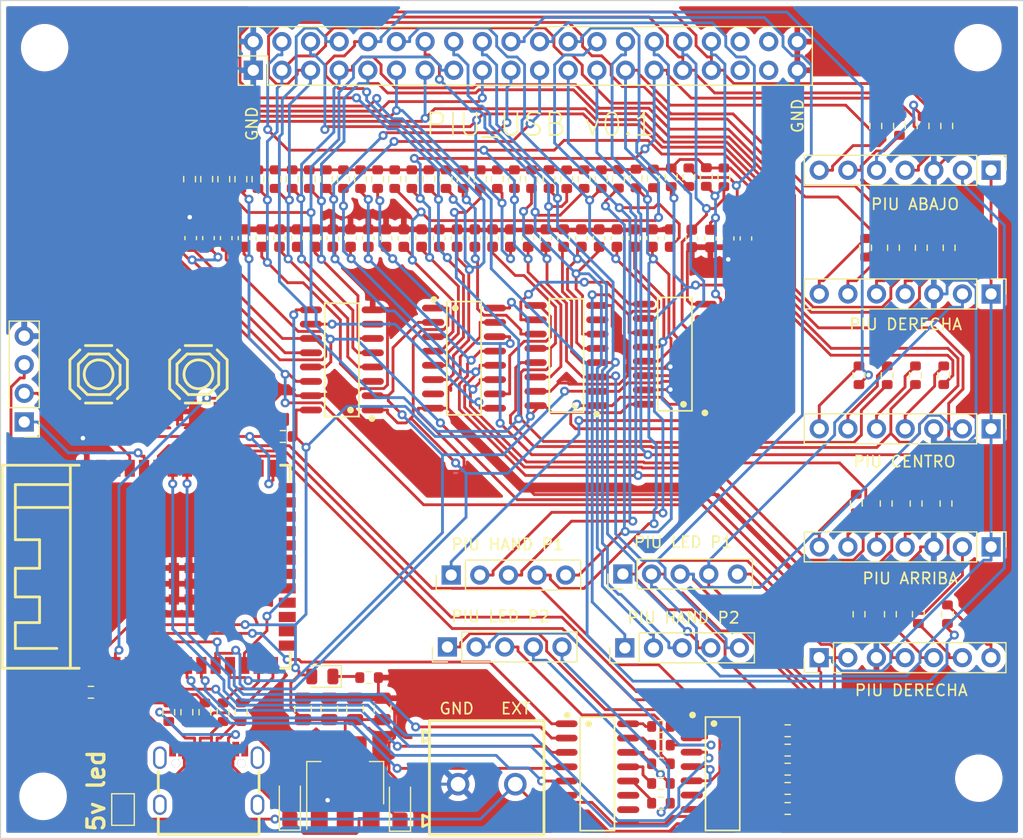
<source format=kicad_pcb>
(kicad_pcb (version 20211014) (generator pcbnew)
  (layers (0 "F.Cu" signal) (31 "B.Cu" signal) (34 "B.Paste" user) (35 "F.Paste" user) (36 "B.SilkS" user "B.Silkscreen") (37 "F.SilkS" user "F.Silkscreen") (38 "B.Mask" user) (39 "F.Mask" user) (44 "Edge.Cuts" user))
  (net 0 "")
  (net 1 "GND")
  (net 2 "SENSOR_RIGTH_1")
  (net 3 "SENSOR_RIGTH_2")
  (net 4 "SENSOR_RIGTH_3")
  (net 5 "SENSOR_RIGTH_4")
  (net 6 "SENSOR_LEFT_1")
  (net 7 "SENSOR_LEFT_2")
  (net 8 "SENSOR_LEFT_3")
  (net 9 "SENSOR_LEFT_4")
  (net 10 "SENSOR_UP_1")
  (net 11 "SENSOR_UP_2")
  (net 12 "SENSOR_UP_3")
  (net 13 "SENSOR_UP_4")
  (net 14 "SENSOR_DOWN_1")
  (net 15 "SENSOR_DOWN_2")
  (net 16 "SENSOR_DOWN_3")
  (net 17 "SENSOR_DOWN_4")
  (net 18 "SENSOR_CENTER_1")
  (net 19 "SENSOR_CENTER_2")
  (net 20 "SENSOR_CENTER_3")
  (net 21 "SENSOR_CENTER_4")
  (net 22 "HAND_LEFT")
  (net 23 "HAND_RIGTH")
  (net 24 "HAND_CENTER")
  (net 25 "HAND_DOWN")
  (net 26 "HAND_UP")
  (net 27 "EXTRA_1")
  (net 28 "EXTRA_2")
  (net 29 "EXTRA_3")
  (net 30 "EXTRA_4")
  (net 31 "EXTRA_5")
  (net 32 "EXTRA_6")
  (net 33 "EXTRA_7")
  (net 34 "+3V3")
  (net 35 "+5V")
  (net 36 "Net-(D1-Pad1)")
  (net 37 "RX")
  (net 38 "TX")
  (net 40 "Net-(J2-PadA5)")
  (net 41 "Net-(J2-PadA7)")
  (net 42 "Net-(J2-PadA6)")
  (net 44 "Net-(J2-PadB5)")
  (net 45 "EXTERNAL_VDD")
  (net 46 "LED_LEFT")
  (net 47 "Net-(J3-Pad4)")
  (net 48 "Net-(J3-Pad5)")
  (net 49 "Net-(J3-Pad6)")
  (net 50 "Net-(J3-Pad7)")
  (net 51 "LED_RIGTH")
  (net 52 "Net-(J4-Pad4)")
  (net 53 "Net-(J4-Pad5)")
  (net 54 "Net-(J4-Pad6)")
  (net 55 "Net-(J4-Pad7)")
  (net 56 "LED_UP")
  (net 57 "Net-(J5-Pad4)")
  (net 58 "Net-(J5-Pad5)")
  (net 59 "Net-(J5-Pad6)")
  (net 60 "Net-(J5-Pad7)")
  (net 61 "LED_DOWN")
  (net 62 "Net-(J6-Pad4)")
  (net 63 "Net-(J6-Pad5)")
  (net 64 "Net-(J6-Pad6)")
  (net 65 "Net-(J6-Pad7)")
  (net 66 "LED_CENTER")
  (net 67 "Net-(J7-Pad4)")
  (net 68 "Net-(J7-Pad5)")
  (net 69 "Net-(J7-Pad6)")
  (net 70 "Net-(J7-Pad7)")
  (net 71 "Net-(R33-Pad2)")
  (net 72 "Net-(R34-Pad1)")
  (net 73 "D+")
  (net 74 "D-")
  (net 75 "Net-(R61-Pad1)")
  (net 76 "Net-(R62-Pad1)")
  (net 77 "Net-(R63-Pad1)")
  (net 78 "Net-(R64-Pad1)")
  (net 79 "Net-(R65-Pad1)")
  (net 80 "PL")
  (net 81 "CP")
  (net 83 "Net-(U1-Pad10)")
  (net 84 "Q7")
  (net 86 "Net-(U2-Pad10)")
  (net 88 "LED2_UP")
  (net 89 "LED2_DOWN")
  (net 90 "LED2_CENTER")
  (net 91 "LED2_LEFT")
  (net 92 "LED2_RIGTH")
  (net 108 "CONTROL_LED_UP")
  (net 109 "CONTROL_LED_DOWN")
  (net 110 "CONTROL_LED_CENTER")
  (net 111 "CONTROL_LED_LEFT")
  (net 112 "CONTROL_LED_RIGTH")
  (net 116 "Net-(U5-Pad10)")
  (net 127 "Net-(R66-Pad1)")
  (net 128 "Net-(R67-Pad1)")
  (net 129 "Net-(R68-Pad1)")
  (net 130 "Net-(R69-Pad1)")
  (net 131 "Net-(R70-Pad1)")
  (net 132 "CONTROL2_LED_UP")
  (net 133 "CONTROL2_LED_DOWN")
  (net 134 "CONTROL2_LED_CENTER")
  (net 135 "CONTROL2_LED_LEFT")
  (net 136 "CONTROL2_LED_RIGTH")
  (footprint "Resistor_SMD:R_0603_1608Metric" (layer "F.Cu") (at 109.5593 85.74 90)
    (fp_text reference "R6" hide)
    (fp_text value "22K" hide)
  )
  (footprint "Resistor_SMD:R_0603_1608Metric" (layer "F.Cu") (at 100.13 133.05 -90)
    (fp_text reference "R40" hide)
    (fp_text value "5.1K" hide)
  )
  (footprint "MountingHole:MountingHole_3.2mm_M3" (layer "F.Cu") (at 171.91 74.07)
    (fp_text reference "m3" hide)
    (fp_text value "MountingHole_3.2mm_M3" hide)
  )
  (footprint "easyeda2kicad:SOIC-16_L9.9-W3.9-P1.27-LS6.0-BL" (layer "F.Cu") (at 149.26 138.51 -90)
    (fp_text reference "U7" hide)
    (fp_text value "ULN2003" hide)
  )
  (footprint "Resistor_SMD:R_0603_1608Metric" (layer "F.Cu") (at 117.9 129.98)
    (fp_text reference "R35" hide)
    (fp_text value "330R" hide)
  )
  (footprint "Resistor_SMD:R_0603_1608Metric" (layer "F.Cu") (at 121.6908 85.74 90)
    (fp_text reference "R14" hide)
    (fp_text value "22K" hide)
  )
  (footprint "Connector_PinHeader_2.54mm:PinHeader_1x07_P2.54mm_Vertical" (layer "F.Cu") (at 173.07 84.95 -90)
    (fp_text reference "J6" hide)
    (fp_text value "CON_DOWN" hide)
  )
  (footprint "Capacitor_SMD:C_0603_1608Metric" (layer "F.Cu") (at 120.9784 90.97 -90)
    (fp_text reference "C13" hide)
    (fp_text value "100nf" hide)
  )
  (footprint "Resistor_SMD:R_0603_1608Metric" (layer "F.Cu") (at 161.94 91.83 90)
    (fp_text reference "R41" hide)
    (fp_text value "2K2" hide)
  )
  (footprint "Capacitor_SMD:C_0603_1608Metric" (layer "F.Cu") (at 102.0765 90.97 -90)
    (fp_text reference "C1" hide)
    (fp_text value "100nf" hide)
  )
  (footprint "Resistor_SMD:R_0603_1608Metric" (layer "F.Cu") (at 164.9434 81.02 -90)
    (fp_text reference "R54" hide)
    (fp_text value "2K2" hide)
  )
  (footprint "Resistor_SMD:R_0603_1608Metric" (layer "F.Cu") (at 169.0733 114.53 90)
    (fp_text reference "R52" hide)
    (fp_text value "2K2" hide)
  )
  (footprint "Capacitor_SMD:C_0603_1608Metric" (layer "F.Cu") (at 117.8281 90.97 -90)
    (fp_text reference "C11" hide)
    (fp_text value "100nf" hide)
  )
  (footprint "Resistor_SMD:R_0603_1608Metric" (layer "F.Cu") (at 166.88 91.83 90)
    (fp_text reference "R43" hide)
    (fp_text value "2K2" hide)
  )
  (footprint "easyeda2kicad:SOIC-16_L9.9-W3.9-P1.27-LS6.0-BL" (layer "F.Cu") (at 135.4075 101.3925 90)
    (fp_text reference "U5" hide)
    (fp_text value "74HC165" hide)
  )
  (footprint "Resistor_SMD:R_0603_1608Metric" (layer "F.Cu") (at 114.1086 85.74 90)
    (fp_text reference "R9" hide)
    (fp_text value "22K" hide)
  )
  (footprint "Resistor_SMD:R_0603_1608Metric" (layer "F.Cu") (at 105.01 85.74 90)
    (fp_text reference "R3" hide)
    (fp_text value "22K" hide)
  )
  (footprint "Capacitor_SMD:C_0805_2012Metric" (layer "F.Cu") (at 119.09 132.76 90)
    (fp_text reference "C37" hide)
    (fp_text value "100nf" hide)
  )
  (footprint "easyeda2kicad:SOIC-16_L9.9-W3.9-P1.27-LS6.0-BL" (layer "F.Cu") (at 138.1425 138.5275 -90)
    (fp_text reference "U8" hide)
    (fp_text value "ULN2003" hide)
  )
  (footprint "Resistor_SMD:R_0603_1608Metric" (layer "F.Cu") (at 155.0275 134.6975)
    (fp_text reference "R61" hide)
    (fp_text value "2K2" hide)
  )
  (footprint "Resistor_SMD:R_0603_1608Metric" (layer "F.Cu") (at 166.42 114.53 90)
    (fp_text reference "R51" hide)
    (fp_text value "2K2" hide)
  )
  (footprint "Capacitor_SMD:C_0603_1608Metric" (layer "F.Cu") (at 143.0307 90.97 -90)
    (fp_text reference "C27" hide)
    (fp_text value "100nf" hide)
  )
  (footprint "Capacitor_SMD:C_0603_1608Metric" (layer "F.Cu") (at 119.4033 90.97 -90)
    (fp_text reference "C12" hide)
    (fp_text value "100nf" hide)
  )
  (footprint "Connector_PinHeader_2.54mm:PinHeader_1x07_P2.54mm_Vertical" (layer "F.Cu") (at 157.82 128.21 90)
    (fp_text reference "J4" hide)
    (fp_text value "CON_RIGHT" hide)
  )
  (footprint "Resistor_SMD:R_0603_1608Metric" (layer "F.Cu") (at 163.8567 103.145 90)
    (fp_text reference "R58" hide)
    (fp_text value "2K2" hide)
  )
  (footprint "Connector_PinHeader_2.54mm:PinHeader_1x07_P2.54mm_Vertical" (layer "F.Cu") (at 173.07 118.38 -90)
    (fp_text reference "J5" hide)
    (fp_text value "CON_UP" hide)
  )
  (footprint "Resistor_SMD:R_0603_1608Metric" (layer "F.Cu") (at 144.7 85.58 90)
    (fp_text reference "R29" hide)
    (fp_text value "22K" hide)
  )
  (footprint "Capacitor_SMD:C_0805_2012Metric" (layer "F.Cu") (at 112.04 132.76 90)
    (fp_text reference "C33" hide)
    (fp_text value "100nf" hide)
  )
  (footprint "Resistor_SMD:R_0603_1608Metric" (layer "F.Cu") (at 146.26 85.57 -90)
    (fp_text reference "R30" hide)
    (fp_text value "22K" hide)
  )
  (footprint "MountingHole:MountingHole_3.2mm_M3" (layer "F.Cu") (at 89.12 74.07)
    (fp_text reference "m1" hide)
    (fp_text value "MountingHole_3.2mm_M3" hide)
  )
  (footprint "Capacitor_SMD:C_0603_1608Metric" (layer "F.Cu") (at 141.4555 90.97 -90)
    (fp_text reference "C26" hide)
    (fp_text value "100nf" hide)
  )
  (footprint "Resistor_SMD:R_0603_1608Metric" (layer "F.Cu") (at 161.36 124.355 -90)
    (fp_text reference "R48" hide)
    (fp_text value "2K2" hide)
  )
  (footprint "Capacitor_SMD:C_0603_1608Metric" (layer "F.Cu") (at 108.3771 90.97 -90)
    (fp_text reference "C5" hide)
    (fp_text value "100nf" hide)
  )
  (footprint "Resistor_SMD:R_0603_1608Metric" (layer "F.Cu") (at 124.7237 85.74 90)
    (fp_text reference "R16" hide)
    (fp_text value "22K" hide)
  )
  (footprint "Connector_PinHeader_2.54mm:PinHeader_1x04_P2.54mm_Vertical" (layer "F.Cu") (at 87.31 107.29 180)
    (fp_text reference "J1" hide)
    (fp_text value "PROGRAM" hide)
  )
  (footprint "easyeda2kicad:WIRELM-SMD_ESP32-S3-WROOM-1" (layer "F.Cu") (at 101.75 120.15 90)
    (fp_text reference "U3" hide)
    (fp_text value "ESP32-S3-WROOM-1(N16R2)" hide)
  )
  (footprint "Capacitor_Tantalum_SMD:CP_EIA-3216-18_Kemet-A" (layer "F.Cu") (at 120.64 141.3 90)
    (fp_text reference "C38" hide)
    (fp_text value "10uf tam" hide)
  )
  (footprint "easyeda2kicad:SW-SMD_4P-L5.1-W5.1-P3.70-LS6.5-TL-2" (layer "F.Cu") (at 102.76 103.06 -90)
    (fp_text reference "SW1" hide)
    (fp_text value "RESET" hide)
  )
  (footprint "Resistor_SMD:R_0603_1608Metric" (layer "F.Cu") (at 161.35 103.145 90)
    (fp_text reference "R57" hide)
    (fp_text value "2K2" hide)
  )
  (footprint "Resistor_SMD:R_0603_1608Metric" (layer "F.Cu") (at 120.1744 85.74 90)
    (fp_text reference "R13" hide)
    (fp_text value "22K" hide)
  )
  (footprint "Capacitor_SMD:C_0603_1608Metric" (layer "F.Cu") (at 151.3252 91.005 90)
    (fp_text reference "C29" hide)
    (fp_text value "100nf" hide)
  )
  (footprint "Capacitor_SMD:C_0805_2012Metric" (layer "F.Cu") (at 116.65 132.76 90)
    (fp_text reference "C36" hide)
    (fp_text value "100nf" hide)
  )
  (footprint "MountingHole:MountingHole_3.2mm_M3" (layer "F.Cu") (at 88.98 140.52)
    (fp_text reference "REF2" hide)
    (fp_text value "MountingHole_3.2mm_M3" hide)
  )
  (footprint "Resistor_SMD:R_0603_1608Metric" (layer "F.Cu") (at 103.4936 85.74 90)
    (fp_text reference "R2" hide)
    (fp_text value "22K" hide)
  )
  (footprint "Capacitor_SMD:C_0603_1608Metric" (layer "F.Cu") (at 125.7039 90.97 -90)
    (fp_text reference "C16" hide)
    (fp_text value "100nf" hide)
  )
  (footprint "Resistor_SMD:R_0603_1608Metric" (layer "F.Cu") (at 111.0758 85.74 90)
    (fp_text reference "R7" hide)
    (fp_text value "22K" hide)
  )
  (footprint "Resistor_SMD:R_0603_1608Metric" (layer "F.Cu") (at 155.0275 136.4175)
    (fp_text reference "R62" hide)
    (fp_text value "2K2" hide)
  )
  (footprint "Connector_PinHeader_2.54mm:PinHeader_1x05_P2.54mm_Vertical" (layer "F.Cu") (at 140.41 120.79 90)
    (fp_text reference "J11" hide)
    (fp_text value "LED_RIGTH" hide)
  )
  (footprint "easyeda2kicad:SOIC-16_L9.9-W3.9-P1.27-LS6.0-BL" (layer "F.Cu") (at 145.0175 101.2725 90)
    (fp_text reference "U6" hide)
    (fp_text value "74HC165" hide)
  )
  (footprint "Resistor_SMD:R_0603_1608Metric" (layer "F.Cu") (at 167.04 81.02 90)
    (fp_text reference "R55" hide)
    (fp_text value "2K2" hide)
  )
  (footprint "Connector_PinHeader_2.54mm:PinHeader_1x05_P2.54mm_Vertical" (layer "F.Cu") (at 140.585 127.34 90)
    (fp_text reference "J8" hide)
    (fp_text value "CON_LEFT" hide)
  )
  (footprint "Capacitor_SMD:C_0603_1608Metric" (layer "F.Cu") (at 132.0046 90.97 -90)
    (fp_text reference "C20" hide)
    (fp_text value "100nf" hide)
  )
  (footprint "Resistor_SMD:R_0603_1608Metric" (layer "F.Cu") (at 169.35 91.83 90)
    (fp_text reference "R44" hide)
    (fp_text value "2K2" hide)
  )
  (footprint "Capacitor_SMD:C_0603_1608Metric" (layer "F.Cu") (at 148.1749 91.005 90)
    (fp_text reference "C31" hide)
    (fp_text value "100nf" hide)
  )
  (footprint "Capacitor_SMD:C_0603_1608Metric" (layer "F.Cu") (at 136.73 90.97 -90)
    (fp_text reference "C23" hide)
    (fp_text value "100nf" hide)
  )
  (footprint "Resistor_SMD:R_0603_1608Metric" (layer "F.Cu") (at 155.0275 138.1075)
    (fp_text reference "R63" hide)
    (fp_text value "2K2" hide)
  )
  (footprint "Resistor_SMD:R_0603_1608Metric" (layer "F.Cu") (at 147.81 85.55 90)
    (fp_text reference "R31" hide)
    (fp_text value "22K" hide)
  )
  (footprint "easyeda2kicad:CONN-TH_2P-P5.00_WJ500V-5.08-2P" (layer "F.Cu") (at 128.33 139.44)
    (fp_text reference "P1" hide)
    (fp_text value "WJ500V-5.08-2P-14-00A" hide)
  )
  (footprint "Capacitor_SMD:C_0603_1608Metric" (layer "F.Cu") (at 106.802 90.97 -90)
    (fp_text reference "C4" hide)
    (fp_text value "100nf" hide)
  )
  (footprint "Resistor_SMD:R_0603_1608Metric" (layer "F.Cu") (at 103.34 133.05 90)
    (fp_text reference "R36" hide)
    (fp_text value "1.5k" hide)
  )
  (footprint "Connector_PinHeader_2.54mm:PinHeader_1x05_P2.54mm_Vertical" (layer "F.Cu") (at 124.85 127.26 90)
    (fp_text reference "J10" hide)
    (fp_text value "LED_LEFT" hide)
  )
  (footprint "Capacitor_Tantalum_SMD:CP_EIA-3216-18_Kemet-A" (layer "F.Cu") (at 110.87 141.2125 90)
    (fp_text reference "C34" hide)
    (fp_text value "10uf tam" hide)
  )
  (footprint "Resistor_SMD:R_0603_1608Metric" (layer "F.Cu") (at 93.225 131.28)
    (fp_text reference "R33" hide)
    (fp_text value "1.5k" hide)
  )
  (footprint "Resistor_SMD:R_0603_1608Metric" (layer "F.Cu") (at 101.735 133.05 -90)
    (fp_text reference "R39" hide)
    (fp_text value "5.1K" hide)
  )
  (footprint "Resistor_SMD:R_0603_1608Metric" (layer "F.Cu") (at 143.12 85.675 90)
    (fp_text reference "R28" hide)
    (fp_text value "22K" hide)
  )
  (footprint "Capacitor_SMD:C_0603_1608Metric" (layer "F.Cu") (at 113.1026 90.97 -90)
    (fp_text reference "C8" hide)
    (fp_text value "100nf" hide)
  )
  (footprint "Capacitor_SMD:C_0603_1608Metric" (layer "F.Cu") (at 109.9523 90.97 -90)
    (fp_text reference "C6" hide)
    (fp_text value "100nf" hide)
  )
  (footprint "Jumper:SolderJumper-2_P1.3mm_Open_Pad1.0x1.5mm" (layer "F.Cu") (at 96.07 141.69 -90)
    (fp_text reference "JP1" hide)
    (fp_text value "voltaje selectio" hide)
  )
  (footprint "Resistor_SMD:R_0603_1608Metric" (layer "F.Cu") (at 163.7666 114.53 90)
    (fp_text reference "R50" hide)
    (fp_text value "2K2" hide)
  )
  (footprint "Capacitor_SMD:C_0603_1608Metric" (layer "F.Cu") (at 146.52 91 90)
    (fp_text reference "C32" hide)
    (fp_text value "100nf" hide)
  )
  (footprint "Resistor_SMD:R_0603_1608Metric" (layer "F.Cu") (at 143.7875 134.3175)
    (fp_text reference "R66" hide)
    (fp_text value "2K2" hide)
  )
  (footprint "Resistor_SMD:R_0603_1608Metric" (layer "F.Cu") (at 169.1367 81.02 90)
    (fp_text reference "R56" hide)
    (fp_text value "2K2" hide)
  )
  (footprint "Resistor_SMD:R_0603_1608Metric" (layer "F.Cu") (at 166.3633 103.145 90)
    (fp_text reference "R59" hide)
    (fp_text value "2K2" hide)
  )
  (footprint "Resistor_SMD:R_0603_1608Metric" (layer "F.Cu") (at 141.57 85.68 90)
    (fp_text reference "R27" hide)
    (fp_text value "22K" hide)
  )
  (footprint "Capacitor_SMD:C_0603_1608Metric" (layer "F.Cu") (at 138.3052 90.97 -90)
    (fp_text reference "C24" hide)
    (fp_text value "100nf" hide)
  )
  (footprint "Resistor_SMD:R_0603_1608Metric" (layer "F.Cu") (at 164.14 124.355 -90)
    (fp_text reference "R47" hide)
    (fp_text value "2K2" hide)
  )
  (footprint "Resistor_SMD:R_0603_1608Metric" (layer "F.Cu") (at 143.7875 139.3775)
    (fp_text reference "R69" hide)
    (fp_text value "2K2" hide)
  )
  (footprint "Capacitor_SMD:C_0603_1608Metric" (layer "F.Cu") (at 128.8542 90.97 -90)
    (fp_text reference "C18" hide)
    (fp_text value "100nf" hide)
  )
  (footprint "LED_SMD:LED_0805_2012Metric" (layer "F.Cu") (at 113.75 129.88 180)
    (fp_text reference "D1" hide)
    (fp_text value "Power" hide)
  )
  (footprint "Resistor_SMD:R_0603_1608Metric" (layer "F.Cu") (at 127.7566 85.74 90)
    (fp_text reference "R18" hide)
    (fp_text value "22K" hide)
  )
  (footprint "Capacitor_SMD:C_0603_1608Metric" (layer "F.Cu") (at 105.2268 90.97 -90)
    (fp_text reference "C3" hide)
    (fp_text value "100nf" hide)
  )
  (footprint "Capacitor_SMD:C_0603_1608Metric" (layer "F.Cu") (at 122.5536 90.97 -90)
    (fp_text reference "C14" hide)
    (fp_text value "100nf" hide)
  )
  (footprint "Capacitor_SMD:C_0603_1608Metric" (layer "F.Cu") (at 149.75 91.005 90)
    (fp_text reference "C30" hide)
    (fp_text value "100nf" hide)
  )
  (footprint "Capacitor_SMD:C_0603_1608Metric" (layer "F.Cu") (at 130.4294 90.97 -90)
    (fp_text reference "C19" hide)
    (fp_text value "100nf" hide)
  )
  (footprint "Connector_PinHeader_2.54mm:PinHeader_1x07_P2.54mm_Vertical" (layer "F.Cu") (at 173.07 95.93 -90)
    (fp_text reference "J3" hide)
    (fp_text value "CON_LEFT" hide)
  )
  (footprint "Resistor_SMD:R_0603_1608Metric" (layer "F.Cu") (at 118.658 85.74 90)
    (fp_text reference "R12" hide)
    (fp_text value "22K" hide)
  )
  (footprint "Resistor_SMD:R_0603_1608Metric" (layer "F.Cu") (at 169.2 124.355 90)
    (fp_text reference "R45" hide)
    (fp_text value "2K2" hide)
  )
  (footprint "Capacitor_SMD:C_0603_1608Metric" (layer "F.Cu") (at 111.5275 90.97 -90)
    (fp_text reference "C7" hide)
    (fp_text value "100nf" hide)
  )
  (footprint "easyeda2kicad:SOIC-16_L9.9-W3.9-P1.27-LS6.0-BL" (layer "F.Cu") (at 126.3175 101.6325 -90)
    (fp_text reference "U2" hide)
    (fp_text value "74HC165" hide)
  )
  (footprint "MountingHole:MountingHole_3.2mm_M3" (layer "F.Cu") (at 171.98 138.91)
    (fp_text reference "m2" hide)
    (fp_text value "MountingHole_3.2mm_M3" hide)
  )
  (footprint "Resistor_SMD:R_0603_1608Metric" (layer "F.Cu") (at 162.8467 81.02 90)
    (fp_text reference "R53" hide)
    (fp_text value "2K2" hide)
  )
  (footprint "Resistor_SMD:R_0603_1608Metric" (layer "F.Cu") (at 161.1133 114.53 90)
    (fp_text reference "R49" hide)
    (fp_text value "2K2" hide)
  )
  (footprint "Resistor_SMD:R_0603_1608Metric" (layer "F.Cu") (at 104.945 133.05 90)
    (fp_text reference "R38" hide)
    (fp_text value "22R" hide)
  )
  (footprint "Connector_PinHeader_2.54mm:PinHeader_1x05_P2.54mm_Vertical" (layer "F.Cu") (at 125.18 120.88 90)
    (fp_text reference "J9" hide)
    (fp_text value "CON_RIGTH" hide)
  )
  (footprint "Capacitor_SMD:C_0603_1608Metric" (layer "F.Cu") (at 144.6058 90.97 -90)
    (fp_text reference "C28" hide)
    (fp_text value "100nf" hide)
  )
  (footprint "Capacitor_SMD:C_0805_2012Metric" (layer "F.Cu") (at 114.37 132.76 90)
    (fp_text reference "C35" hide)
    (fp_text value "100nf" hide)
  )
  (footprint "Resistor_SMD:R_0603_1608Metric" (layer "F.Cu") (at 110.25 108.58)
    (fp_text reference "R34" hide)
    (fp_text value "1.5k" hide)
  )
  (footprint "Resistor_SMD:R_0603_1608Metric" (layer "F.Cu") (at 149.37 85.575 90)
    (fp_text reference "R32" hide)
    (fp_text value "22K" hide)
  )
  (footprint "Resistor_SMD:R_0603_1608Metric" (layer "F.Cu") (at 126.2401 85.74 90)
    (fp_text reference "R17" hide)
    (fp_text value "22K" hide)
  )
  (footprint "Package_TO_SOT_SMD:SOT-223-3_TabPin2" (layer "F.Cu") (at 115.78 139.34 90)
    (fp_text reference "U4" hide)
    (fp_text value "AMS1117-3.3" hide)
  )
  (footprint "Capacitor_SMD:C_0603_1608Metric" (layer "F.Cu") (at 103.6517 90.97 -90)
    (fp_text reference "C2" hide)
    (fp_text value "100nf" hide)
  )
  (footprint "Resistor_SMD:R_0603_1608Metric" (layer "F.Cu") (at 106.5264 85.74 90)
    (fp_text reference "R4" hide)
    (fp_text value "22K" hide)
  )
  (footprint "Resistor_SMD:R_0603_1608Metric" (layer "F.Cu") (at 108.0429 85.74 90)
    (fp_text reference "R5" hide)
    (fp_text value "22K" hide)
  )
  (footprint "Resistor_SMD:R_0603_1608Metric" (layer "F.Cu") (at 123.2073 85.74 90)
    (fp_text reference "R15" hide)
    (fp_text value "22K" hide)
  )
  (footprint "Capacitor_SMD:C_0603_1608Metric" (layer "F.Cu") (at 133.5797 90.97 -90)
    (fp_text reference "C21" hide)
    (fp_text value "100nf" hide)
  )
  (footprint "Resistor_SMD:R_0603_1608Metric" (layer "F.Cu") (at 101.9771 85.74 90)
    (fp_text reference "R1" hide)
    (fp_text value "22K" hide)
  )
  (footprint "Capacitor_SMD:C_0603_1608Metric" (layer "F.Cu") (at 114.6778 90.97 -90)
    (fp_text reference "C9" hide)
    (fp_text value "100nf" hide)
  )
  (footprint "Connector_PinHeader_2.54mm:PinHeader_1x07_P2.54mm_Vertical" (layer "F.Cu") (at 173.07 107.9 -90)
    (fp_text reference "J7" hide)
    (fp_text value "CON_CENTER" hide)
  )
  (footprint "Resistor_SMD:R_0603_1608Metric" (layer "F.Cu") (at 117.1415 85.74 90)
    (fp_text reference "R11" hide)
    (fp_text value "22K" hide)
  )
  (footprint "Resistor_SMD:R_0603_1608Metric" (layer "F.Cu") (at 155.0275 141.5975)
    (fp_text reference "R65" hide)
    (fp_text value "2K2" hide)
  )
  (footprint "Capacitor_SMD:C_0603_1608Metric" (layer "F.Cu") (at 135.1549 90.97 -90)
    (fp_text reference "C22" hide)
    (fp_text value "100nf" hide)
  )
  (footprint "Resistor_SMD:R_0603_1608Metric" (layer "F.Cu") (at 112.5922 85.74 90)
    (fp_text reference "R8" hide)
    (fp_text value "22K" hide)
  )
  (footprint "Capacitor_SMD:C_0603_1608Metric" (layer "F.Cu") (at 124.1288 90.97 -90)
    (fp_text reference "C15" hide)
    (fp_text value "100nf" hide)
  )
  (footprint "Resistor_SMD:R_0603_1608Metric" (layer "F.Cu") (at 106.55 133.05 90)
    (fp_text reference "R37" hide)
    (fp_text value "22R" hide)
  )
  (footprint "Resistor_SMD:R_0603_1608Metric" (layer "F.Cu") (at 166.62 124.355 -90)
    (fp_text reference "R46" hide)
    (fp_text value "2K2" hide)
  )
  (footprint "Capacitor_SMD:C_0603_1608Metric" (layer "F.Cu") (at 127.2791 90.97 -90)
    (fp_text reference "C17" hide)
    (fp_text value "100nf" hide)
  )
  (footprint "easyeda2kicad:SW-SMD_4P-L5.1-W5.1-P3.70-LS6.5-TL-2" (layer "F.Cu") (at 93.91 103.06 90)
    (fp_text reference "SW2" hide)
    (fp_text value "BOOT" hide)
  )
  (footprint "Capacitor_SMD:C_0603_1608Metric" (layer "F.Cu") (at 139.8804 90.97 -90)
    (fp_text reference "C25" hide)
    (fp_text value "100nf" hide)
  )
  (footprint "Resistor_SMD:R_0603_1608Metric" (layer "F.Cu") (at 135.43 85.75 90)
    (fp_text reference "R23" hide)
    (fp_text value "22K" hide)
  )
  (footprint "Resistor_SMD:R_0603_1608Metric" (layer "F.Cu") (at 129.273 85.74 90)
    (fp_text reference "R19" hide)
    (fp_text value "22K" hide)
  )
  (footprint "Resistor_SMD:R_0603_1608Metric" (layer "F.Cu") (at 136.97 85.74 90)
    (fp_text reference "R24" hide)
    (fp_text value "22K" hide)
  )
  (footprint "Connector_PinHeader_2.54mm:PinHeader_2x20_P2.54mm_Vertical" (layer "F.Cu") (at 107.625 76.075 90)
    (fp_text reference "J12" hide)
    (fp_text value "Conn_02x20_Odd_Even" hide)
  )
  (footprint "Capacitor_SMD:C_0603_1608Metric" (layer "F.Cu") (at 116.2529 90.97 -90)
    (fp_text reference "C10" hide)
    (fp_text value "100nf" hide)
  )
  (footprint "Resistor_SMD:R_0603_1608Metric" (layer "F.Cu") (at 140.02 85.71 90)
    (fp_text reference "R26" hide)
    (fp_text value "22K" hide)
  )
  (footprint "Resistor_SMD:R_0603_1608Metric" (layer "F.Cu") (at 132.3059 85.74 90)
    (fp_text reference "R21" hide)
    (fp_text value "22K" hide)
  )
  (footprint "Resistor_SMD:R_0603_1608Metric" (layer "F.Cu") (at 143.7875 141.1275)
    (fp_text reference "R70" hide)
    (fp_text value "2K2" hide)
  )
  (footprint "Resistor_SMD:R_0603_1608Metric" (layer "F.Cu") (at 143.7875 135.9775)
    (fp_text reference "R67" hide)
    (fp_text value "2K2" hide)
  )
  (footprint "Resistor_SMD:R_0603_1608Metric" (layer "F.Cu") (at 130.7895 85.74 90)
    (fp_text reference "R20" hide)
    (fp_text value "22K" hide)
  )
  (footprint "easyeda2kicad:USB-C_SMD-TYPE-C-31-M-12" (layer "F.Cu") (at 103.67 138.7975)
    (fp_text reference "J2" hide)
    (fp_text value "USBC" hide)
  )
  (footprint "Resistor_SMD:R_0603_1608Metric" (layer "F.Cu") (at 168.87 103.145 90)
    (fp_text reference "R60" hide)
    (fp_text value "2K2" hide)
  )
  (footprint "Resistor_SMD:R_0603_1608Metric" (layer "F.Cu") (at 143.7875 137.6275)
    (fp_text reference "R68" hide)
    (fp_text value "2K2" hide)
  )
  (footprint "easyeda2kicad:SOIC-16_L9.9-W3.9-P1.27-LS6.0-BL" (layer "F.Cu") (at 115.48 101.78 90)
    (fp_text reference "U1" hide)
    (fp_text value "74HC165" hide)
  )
  (footprint "Resistor_SMD:R_0603_1608Metric" (layer "F.Cu") (at 155.0275 139.8175)
    (fp_text reference "R64" hide)
    (fp_text value "2K2" hide)
  )
  (footprint "Resistor_SMD:R_0603_1608Metric" (layer "F.Cu") (at 164.41 91.83 90)
    (fp_text reference "R42" hide)
    (fp_text value "2K2" hide)
  )
  (footprint "Resistor_SMD:R_0603_1608Metric" (layer "F.Cu") (at 133.86 85.73 90)
    (fp_text reference "R22" hide)
    (fp_text value "22K" hide)
  )
  (footprint "Resistor_SMD:R_0603_1608Metric" (layer "F.Cu") (at 115.6251 85.74 90)
    (fp_text reference "R10" hide)
    (fp_text value "22K" hide)
  )
  (footprint "Resistor_SMD:R_0603_1608Metric" (layer "F.Cu") (at 138.5 85.74 90)
    (fp_text reference "R25" hide)
    (fp_text value "22K" hide)
  )
  (gr_rect (start 175.96 69.89) (end 85.21 144.26) (layer "Edge.Cuts") (width 0.1) (fill none))
  (gr_text "PIU_USB v0.1" (at 133.05 80.9) (layer "F.SilkS") (effects (font (size 2 2))))
  (gr_text "PIU DERECHA" (at 165.49 98.63) (layer "F.SilkS") (effects (font (size 1 1))))
  (gr_text "PIU HAND P1\n" (at 130.19 118.16) (layer "F.SilkS") (effects (font (size 1 1))))
  (gr_text "EXT" (at 130.91 132.73) (layer "F.SilkS") (effects (font (size 1 1))))
  (gr_text "GND\n" (at 107.51 80.82 90) (layer "F.SilkS") (effects (font (size 1 1))))
  (gr_text "PIU ARRIBA" (at 165.9 121.18) (layer "F.SilkS") (effects (font (size 1 1))))
  (gr_text "PIU LED P2\n" (at 129.56 124.55) (layer "F.SilkS") (effects (font (size 1 1))))
  (gr_text "GND" (at 125.67 132.73) (layer "F.SilkS") (effects (font (size 1 1))))
  (gr_text "PIU LED P1\n" (at 145.75 117.97) (layer "F.SilkS") (effects (font (size 1 1))))
  (gr_text "PIU HAND P2" (at 145.79 124.67) (layer "F.SilkS") (effects (font (size 1 1))))
  (gr_text "PIU ABAJO\n" (at 166.33 87.97) (layer "F.SilkS") (effects (font (size 1 1))))
  (gr_text "5v led" (at 93.69 140.02 90) (layer "F.SilkS") (effects (font (size 1.5 1.5) (thickness 0.3))))
  (gr_text "PIU CENTRO" (at 165.4 110.81) (layer "F.SilkS") (effects (font (size 1 1))))
  (gr_text "GND\n" (at 155.91 80.12 90) (layer "F.SilkS") (effects (font (size 1 1))))
  (gr_text "PIU DERECHA\n" (at 165.99 131.11) (layer "F.SilkS") (effects (font (size 1 1))))
  (segment (start 100.58 123.05) (end 100.93 123.05) (width 0.25) (layer "F.Cu") (net 1))
  (segment (start 101.98 120.25) (end 100.93 120.25) (width 0.25) (layer "F.Cu") (net 1))
  (segment (start 116.65 131.81) (end 118.725 131.81) (width 0.25) (layer "F.Cu") (net 1))
  (segment (start 105.2268 90.195) (end 103.6517 90.195) (width 0.25) (layer "F.Cu") (net 1))
  (segment (start 140.8278 102.5425) (end 144.4641 102.5425) (width 0.25) (layer "F.Cu") (net 1))
  (segment (start 135.5376 103.834) (end 134.7179 103.834) (width 0.25) (layer "F.Cu") (net 1))
  (segment (start 167.99 84.95) (end 170.4286 82.5114) (width 0.25) (layer "F.Cu") (net 1))
  (segment (start 100.91 106.36) (end 100.91 107.5369) (width 0.25) (layer "F.Cu") (net 1))
  (segment (start 119.5319 97.34) (end 119.5319 103.9995) (width 0.25) (layer "F.Cu") (net 1))
  (segment (start 100.93 121.65) (end 100.58 121.65) (width 0.25) (layer "F.Cu") (net 1))
  (segment (start 129.0575 98.4525) (end 127.7456 98.4525) (width 0.25) (layer "F.Cu") (net 1))
  (segment (start 116.65 131.81) (end 114.37 131.81) (width 0.25) (layer "F.Cu") (net 1))
  (segment (start 133.5797 90.195) (end 135.1549 90.195) (width 0.25) (layer "F.Cu") (net 1))
  (segment (start 116.2529 90.195) (end 117.8281 90.195) (width 0.25) (layer "F.Cu") (net 1))
  (segment (start 165.0462 120.5127) (end 155.6347 120.5127) (width 0.25) (layer "F.Cu") (net 1))
  (segment (start 100.58 123.05) (end 99.18 123.05) (width 0.25) (layer "F.Cu") (net 1))
  (segment (start 102.0765 90.195) (end 101.9896 90.1081) (width 0.25) (layer "F.Cu") (net 1))
  (segment (start 135.4121 142.9675) (end 136.7144 142.9675) (width 0.25) (layer "F.Cu") (net 1))
  (segment (start 119.5319 103.9995) (end 119.2064 104.325) (width 0.25) (layer "F.Cu") (net 1))
  (segment (start 99.4146 119.8615) (end 99.8031 120.25) (width 0.25) (layer "F.Cu") (net 1))
  (segment (start 130.4294 90.195) (end 132.0046 90.195) (width 0.25) (layer "F.Cu") (net 1))
  (segment (start 145.2081 142.95) (end 144.5435 143.6146) (width 0.25) (layer "F.Cu") (net 1))
  (segment (start 99.18 120.25) (end 99.18 119.8615) (width 0.25) (layer "F.Cu") (net 1))
  (segment (start 111.2693 104.8012) (end 110.0628 104.8012) (width 0.25) (layer "F.Cu") (net 1))
  (segment (start 129.3175 142.9675) (end 125.79 139.44) (width 0.25) (layer "F.Cu") (net 1))
  (segment (start 119.09 131.81) (end 120.1634 132.8834) (width 0.25) (layer "F.Cu") (net 1))
  (segment (start 115.9552 105.5581) (end 115.3571 104.96) (width 0.25) (layer "F.Cu") (net 1))
  (segment (start 149.75 91.78) (end 149.75 92.859) (width 0.25) (layer "F.Cu") (net 1))
  (segment (start 136.73 90.195) (end 135.1549 90.195) (width 0.25) (layer "F.Cu") (net 1))
  (segment (start 141.4555 90.195) (end 139.8804 90.195) (width 0.25) (layer "F.Cu") (net 1))
  (segment (start 148.8598 113.7378) (end 132.5547 113.7378) (width 0.25) (layer "F.Cu") (net 1))
  (segment (start 118.725 131.81) (end 118.725 129.98) (width 0.25) (layer "F.Cu") (net 1))
  (segment (start 100.93 121.65) (end 101.2031 121.65) (width 0.25) (layer "F.Cu") (net 1))
  (segment (start 109.9523 90.195) (end 108.3771 90.195) (width 0.25) (layer "F.Cu") (net 1))
  (segment (start 92.86 111.4) (end 92.86 113.1531) (width 0.25) (layer "F.Cu") (net 1))
  (segment (start 120.9784 90.195) (end 122.5536 90.195) (width 0.25) (layer "F.Cu") (net 1))
  (segment (start 101.9896 90.1081) (end 101.9896 89.1156) (width 0.25) (layer "F.Cu") (net 1))
  (segment (start 149.75 91.78) (end 151.3252 91.78) (width 0.25) (layer "F.Cu") (net 1))
  (segment (start 91.6574 130.791) (end 91.6574 131.7903) (width 0.25) (layer "F.Cu") (net 1))
  (segment (start 110.87 139.8625) (end 110.87 138.2) (width 0.25) (layer "F.Cu") (net 1))
  (segment (start 140.0762 103.9346) (end 135.6382 103.9346) (width 0.25) (layer "F.Cu") (net 1))
  (segment (start 108.0206 135.3506) (end 107.02 135.3506) (width 0.25) (layer "F.Cu") (net 1))
  (segment (start 95.76 99.76) (end 95.76 100.9369) (width 0.25) (layer "F.Cu") (net 1))
  (segment (start 149.75 91.78) (end 148.1749 91.78) (width 0.25) (layer "F.Cu") (net 1))
  (segment (start 135.6382 103.9346) (end 135.5376 103.834) (width 0.25) (layer "F.Cu") (net 1))
  (segment (start 146.52 91.775) (end 146.1301 92.1649) (width 0.25) (layer "F.Cu") (net 1))
  (segment (start 118.22 97.34) (end 119.5319 97.34) (width 0.25) (layer "F.Cu") (net 1))
  (segment (start 92.86 128.9) (end 92.86 127.8231) (width 0.25) (layer "F.Cu") (net 1))
  (segment (start 110.87 138.2) (end 108.0206 135.3506) (width 0.25) (layer "F.Cu") (net 1))
  (segment (start 146.1301 92.1649) (end 146.1301 96.517) (width 0.25) (layer "F.Cu") (net 1))
  (segment (start 146.525 91.78) (end 146.52 91.775) (width 0.25) (layer "F.Cu") (net 1))
  (segment (start 155.1187 143.577) (end 162.9 135.7957) (width 0.25) (layer "F.Cu") (net 1))
  (segment (start 148.1749 91.78) (end 146.525 91.78) (width 0.25) (layer "F.Cu") (net 1))
  (segment (start 139.4594 98.7976) (end 139.4594 96.9525) (width 0.25) (layer "F.Cu") (net 1))
  (segment (start 113.48 141.1631) (end 112.1706 141.1631) (width 0.25) (layer "F.Cu") (net 1))
  (segment (start 127.7456 99.755) (end 127.7456 98.4525) (width 0.25) (layer "F.Cu") (net 1))
  (segment (start 92.86 110.3231) (end 92.5139 109.977) (width 0.25) (layer "F.Cu") (net 1))
  (segment (start 122.2656 106.5073) (end 122.2656 106.0725) (width 0.25) (layer "F.Cu") (net 1))
  (segment (start 92.4715 129.9769) (end 91.6574 130.791) (width 0.25) (layer "F.Cu") (net 1))
  (segment (start 113.48 142.49) (end 113.48 141.1631) (width 0.25) (layer "F.Cu") (net 1))
  (segment (start 138.1475 96.9525) (end 139.4594 96.9525) (width 0.25) (layer "F.Cu") (net 1))
  (segment (start 105.2268 90.195) (end 106.802 90.195) (width 0.25) (layer "F.Cu") (net 1))
  (segment (start 143.5894 104.4525) (end 143.6278 104.4141) (width 0.25) (layer "F.Cu") (net 1))
  (segment (start 99.18 123.05) (end 97.6331 123.05) (width 0.25) (layer "F.Cu") (net 1))
  (segment (start 115.9552 105.5581) (end 122.0675 111.6704) (width 0.25) (layer "F.Cu") (net 1))
  (segment (start 119.2064 104.325) (end 117.1883 104.325) (width 0.25) (layer "F.Cu") (net 1))
  (segment (start 100.32 136.3275) (end 100.62 136.3275) (width 0.25) (layer "F.Cu") (net 1))
  (segment (start 100.91 99.76) (end 100.91 100.9369) (width 0.25) (layer "F.Cu") (net 1))
  (segment (start 140.8278 102.5425) (end 140.8278 103.183) (width 0.25) (layer "F.Cu") (net 1))
  (segment (start 140.8278 102.5425) (end 140.8278 100.166) (width 0.25) (layer "F.Cu") (net 1))
  (segment (start 112.1706 141.1631) (end 110.87 139.8625) (width 0.25) (layer "F.Cu") (net 1))
  (segment (start 92.86 111.4) (end 92.86 110.3231) (width 0.25) (layer "F.Cu") (net 1))
  (segment (start 100.93 120.25) (end 100.58 120.25) (width 0.25) (layer "F.Cu") (net 1))
  (segment (start 123.5775 106.0725) (end 124.8894 106.0725) (width 0.25) (layer "F.Cu") (net 1))
  (segment (start 124.1288 90.195) (end 122.5536 90.195) (width 0.25) (layer "F.Cu") (net 1))
  (segment (start 98.0036 133.0342) (end 100.32 135.3506) (width 0.25) (layer "F.Cu") (net 1))
  (segment (start 155.885 76.075) (end 155.885 74.7119) (width 0.25) (layer "F.Cu") (net 1))
  (segment (start 120.7684 139.44) (end 120.7684 139.8216) (width 0.25) (layer "F.Cu") (net 1))
  (segment (start 97.6331 123.05) (end 92.86 127.8231) (width 0.25) (layer "F.Cu") (net 1))
  (segment (start 137.3615 143.6146) (end 136.7144 142.9675) (width 0.25) (layer "F.Cu") (net 1))
  (segment (start 100.91 100.9369) (end 95.76 100.9369) (width 0.25) (layer "F.Cu") (net 1))
  (segment (start 144.6058 90.195) (end 143.0307 90.195) (width 0.25) (layer "F.Cu") (net 1))
  (segment (start 149.75 92.859) (end 149.7536 92.8626) (width 0.25) (layer "F.Cu") (net 1))
  (segment (start 111.5275 90.195) (end 109.9523 90.195) (width 0.25) (layer "F.Cu") (net 1))
  (segment (start 108.3771 90.195) (end 106.802 90.195) (width 0.25) (layer "F.Cu") (net 1))
  (segment (start 100.58 120.25) (end 99.8031 120.25) (width 0.25) (layer "F.Cu") (net 1))
  (segment (start 128.8542 90.195) (end 130.4294 90.195) (width 0.25) (layer "F.Cu") (net 1))
  (segment (start 144.5435 143.6146) (end 137.3615 143.6146) (width 0.25) (layer "F.Cu") (net 1))
  (segment (start 103.6517 90.195) (end 102.0765 90.195) (width 0.25) (layer "F.Cu") (net 1))
  (segment (start 166.2426 76.075) (end 155.885 76.075) (width 0.25) (layer "F.Cu") (net 1))
  (segment (start 125.8974 111.6704) (end 126.3178 111.25) (width 0.25) (layer "F.Cu") (net 1))
  (segment (start 125.7039 90.195) (end 127.2791 90.195) (width 0.25) (layer "F.Cu") (net 1))
  (segment (start 143.0307 90.195) (end 141.4555 90.195) (width 0.25) (layer "F.Cu") (net 1))
  (segment (start 166.8131 118.38) (end 166.8131 118.7458) (width 0.25) (layer "F.Cu") (net 1))
  (segment (start 118.725 131.81) (end 119.09 131.81) (width 0.25) (layer "F.Cu") (net 1))
  (segment (start 132.6675 104.5725) (end 133.9794 104.5725) (width 0.25) (layer "F.Cu") (net 1))
  (segment (start 127.2791 90.195) (end 128.8542 90.195) (width 0.25) (layer "F.Cu") (net 1))
  (segment (start 119.664 135.787) (end 119.664 138.3356) (width 0.25) (layer "F.Cu") (net 1))
  (segment (start 143.6278 104.4141) (end 144.623 104.4141) (width 0.25) (layer "F.Cu") (net 1))
  (segment (start 132.5547 113.7378) (end 124.8894 106.0725) (width 0.25) (layer "F.Cu") (net 1))
  (segment (start 111.4281 104.96) (end 111.2693 104.8012) (width 0.25) (layer "F.Cu") (net 1))
  (segment (start 170.4286 82.5114) (end 170.4286 80.261) (width 0.25) (layer "F.Cu") (net 1))
  (segment (start 100.91 106.36) (end 100.91 105.1831) (width 0.25) (layer "F.Cu") (net 1))
  (segment (start 140.8278 100.166) (end 139.4594 98.7976) (width 0.25) (layer "F.Cu") (net 1))
  (segment (start 100.93 120.25) (end 100.93 121.65) (width 0.25) (layer "F.Cu") (net 1))
  (segment (start 98.4592 132.225) (end 98.0036 132.6806) (width 0.25) (layer "F.Cu") (net 1))
  (segment (start 114.2229 140.8616) (end 113.7815 140.8616) (width 0.25) (layer "F.Cu") (net 1))
  (segment (start 92.86 128.9) (end 92.86 129.9769) (width 0.25) (layer "F.Cu") (net 1))
  (segment (start 107.625 76.075) (end 107.625 73.535) (width 0.25) (layer "F.Cu") (net 1))
  (segment (start 100.93 123.05) (end 101.98 123.05) (width 0.25) (layer "F.Cu") (net 1))
  (segment (start 124.8894 106.0725) (end 124.8894 104.298) (width 0.25) (layer "F.Cu") (net 1))
  (segment (start 132.0046 90.195) (end 133.5797 90.195) (width 0.25) (layer "F.Cu") (net 1))
  (segment (start 87.31 99.67) (end 88.4869 99.67) (width 0.25) (layer "F.Cu") (net 1))
  (segment (start 144.4641 102.5425) (end 144.623 102.3836) (width 0.25) (layer "F.Cu") (net 1))
  (segment (start 113.1026 90.195) (end 111.5275 90.195) (width 0.25) (layer "F.Cu") (net 1))
  (segment (start 170.4286 80.261) (end 166.2426 76.075) (width 0.25) (layer "F.Cu") (net 1))
  (segment (start 114.6778 90.195) (end 113.1026 90.195) (width 0.25) (layer "F.Cu") (net 1))
  (segment (start 99.18 119.8615) (end 99.4146 119.8615) (width 0.25) (layer "F.Cu") (net 1))
  (segment (start 122.0675 111.6704) (end 125.8974 111.6704) (width 0.25) (layer "F.Cu") (net 1))
  (segment (start 135.4121 142.9675) (end 135.4025 142.9675) (width 0.25) (layer "F.Cu") (net 1))
  (segment (start 91.6574 131.7903) (end 92.5477 132.6806) (width 0.25) (layer "F.Cu") (net 1))
  (segment (start 115.3571 104.96) (end 112.74 104.96) (width 0.25) (layer "F.Cu") (net 1))
  (segment (start 95.76 106.36) (end 95.76 105.1831) (width 0.25) (layer "F.Cu") (net 1))
  (segment (start 99.18 119.8615) (end 99.18 119.4731) (width 0.25) (layer "F.Cu") (net 1))
  (segment (start 148.4589 143.577) (end 155.1187 143.577) (width 0.25) (layer "F.Cu") (net 1))
  (segment (start 145.8641 142.95) (end 146.52 142.95) (width 0.25) (layer "F.Cu") (net 1))
  (segment (start 92.86 129.9769) (end 92.4715 129.9769) (width 0.25) (layer "F.Cu") (net 1))
  (segment (start 120.7684 139.44) (end 125.79 139.44) (width 0.25) (layer "F.Cu") (net 1))
  (segment (start 146.1301 96.517) (end 146.4456 96.8325) (width 0.25) (layer "F.Cu") (net 1))
  (segment (start 112.74 104.96) (end 111.4281 104.96) (width 0.25) (layer "F.Cu") (net 1))
  (segment (start 147.8319 142.95) (end 148.4589 143.577) (width 0.25) (layer "F.Cu") (net 1))
  (segment (start 147.7575 96.8325) (end 146.4456 96.8325) (width 0.25) (layer "F.Cu") (net 1))
  (segment (start 100.13 132.225) (end 98.4592 132.225) (width 0.25) (layer "F.Cu") (net 1))
  (segment (start 101.98 121.65) (end 101.2031 121.65) (width 0.25) (layer "F.Cu") (net 1))
  (segment (start 107.02 136.3275) (end 106.72 136.3275) (width 0.25) (layer "F.Cu") (net 1))
  (segment (start 89.5738 98.5831) (end 95.76 98.5831) (width 0.25) (layer "F.Cu") (net 1))
  (segment (start 110.0628 104.8012) (end 107.3271 107.5369) (width 0.25) (layer "F.Cu") (net 1))
  (segment (start 167.99 118.38) (end 166.8131 118.38) (width 0.25) (layer "F.Cu") (net 1))
  (segment (start 120.1634 135.2876) (end 119.664 135.787) (width 0.25) (layer "F.Cu") (net 1))
  (segment (start 145.8641 142.95) (end 145.2081 142.95) (width 0.25) (layer "F.Cu") (net 1))
  (segment (start 126.3178 111.25) (end 126.3178 110.5595) (width 0.25) (layer "F.Cu") (net 1))
  (segment (start 117.1883 104.325) (end 115.9552 105.5581) (width 0.25) (layer "F.Cu") (net 1))
  (segment (start 125.9846 101.516) (end 127.7456 99.755) (width 0.25) (layer "F.Cu") (net 1))
  (segment (start 114.37 131.81) (end 112.04 131.81) (width 0.25) (layer "F.Cu") (net 1))
  (segment (start 136.73 90.195) (end 138.3052 90.195) (width 0.25) (layer "F.Cu") (net 1))
  (segment (start 166.8131 118.7458) (end 165.0462 120.5127) (width 0.25) (layer "F.Cu") (net 1))
  (segment (start 117.8281 90.195) (end 119.4033 90.195) (width 0.25) (layer "F.Cu") (net 1))
  (segment (start 100.32 136.3275) (end 100.32 135.3506) (width 0.25) (layer "F.Cu") (net 1))
  (segment (start 95.76 99.76) (end 95.76 98.5831) (width 0.25) (layer "F.Cu") (net 1))
  (segment (start 101.735 132.225) (end 100.13 132.225) (width 0.25) (layer "F.Cu") (net 1))
  (segment (start 92.5477 132.6806) (end 98.0036 132.6806) (width 0.25) (layer "F.Cu") (net 1))
  (segment (start 107.3271 107.5369) (end 100.91 107.5369) (width 0.25) (layer "F.Cu") (net 1))
  (segment (start 100.93 123.05) (end 100.93 121.65) (width 0.25) (layer "F.Cu") (net 1))
  (segment (start 107.02 136.3275) (end 107.02 135.3506) (width 0.25) (layer "F.Cu") (net 1))
  (segment (start 138.3052 90.195) (end 139.8804 90.195) (width 0.25) (layer "F.Cu") (net 1))
  (segment (start 116.2529 90.195) (end 114.6778 90.195) (width 0.25) (layer "F.Cu") (net 1))
  (segment (start 119.4033 90.195) (end 120.9784 90.195) (width 0.25) (layer "F.Cu") (net 1))
  (segment (start 124.1288 90.195) (end 125.7039 90.195) (width 0.25) (layer "F.Cu") (net 1))
  (segment (start 142.2775 104.4525) (end 143.5894 104.4525) (width 0.25) (layer "F.Cu") (net 1))
  (segment (start 113.7815 140.8616) (end 113.48 141.1631) (width 0.25) (layer "F.Cu") (net 1))
  (segment (start 140.8278 103.183) (end 140.0762 103.9346) (width 0.25) (layer "F.Cu") (net 1))
  (segment (start 135.4025 142.9675) (end 129.3175 142.9675) (width 0.25) (layer "F.Cu") (net 1))
  (segment (start 162.9 135.7957) (end 162.9 128.21) (width 0.25) (layer "F.Cu") (net 1))
  (segment (start 155.885 73.535) (end 155.885 74.7119) (width 0.25) (layer "F.Cu") (net 1))
  (segment (start 98.0036 132.6806) (end 98.0036 133.0342) (width 0.25) (layer "F.Cu") (net 1))
  (segment (start 124.8894 104.298) (end 125.9846 103.2028) (width 0.25) (layer "F.Cu") (net 1))
  (segment (start 125.9846 103.2028) (end 125.9846 101.516) (width 0.25) (layer "F.Cu") (net 1))
  (segment (start 155.6347 120.5127) (end 148.8598 113.7378) (width 0.25) (layer "F.Cu") (net 1))
  (segment (start 92.5139 109.977) (end 92.5139 108.7251) (width 0.25) (layer "F.Cu") (net 1))
  (segment (start 126.3178 110.5595) (end 122.2656 106.5073) (width 0.25) (layer "F.Cu") (net 1))
  (segment (start 134.7179 103.834) (end 133.9794 104.5725) (width 0.25) (layer "F.Cu") (net 1))
  (segment (start 100.91 100.9369) (end 100.91 105.1831) (width 0.25) (layer "F.Cu") (net 1))
  (segment (start 88.4869 99.67) (end 89.5738 98.5831) (width 0.25) (layer "F.Cu") (net 1))
  (segment (start 123.5775 106.0725) (end 122.2656 106.0725) (width 0.25) (layer "F.Cu") (net 1))
  (segment (start 119.664 138.3356) (end 120.7684 139.44) (width 0.25) (layer "F.Cu") (net 1))
  (segment (start 100.58 121.65) (end 99.18 121.65) (width 0.25) (layer "F.Cu") (net 1))
  (segment (start 146.52 142.95) (end 147.8319 142.95) (width 0.25) (layer "F.Cu") (net 1))
  (segment (start 95.76 105.1831) (end 100.91 105.1831) (width 0.25) (layer "F.Cu") (net 1))
  (segment (start 92.86 113.1531) (end 99.18 119.4731) (width 0.25) (layer "F.Cu") (net 1))
  (segment (start 120.1634 132.8834) (end 120.1634 135.2876) (width 0.25) (layer "F.Cu") (net 1))
  (segment (start 120.7684 139.8216) (end 120.64 139.95) (width 0.25) (layer "F.Cu") (net 1))
  (via (at 101.9896 89.1156) (size 0.8) (drill 0.4) (layers "F.Cu" "B.Cu") (net 1))
  (via (at 144.623 102.3836) (size 0.8) (drill 0.4) (layers "F.Cu" "B.Cu") (net 1))
  (via (at 92.5139 108.7251) (size 0.8) (drill 0.4) (layers "F.Cu" "B.Cu") (net 1))
  (via (at 144.623 104.4141) (size 0.8) (drill 0.4) (layers "F.Cu" "B.Cu") (net 1))
  (via (at 149.7536 92.8626) (size 0.8) (drill 0.4) (layers "F.Cu" "B.Cu") (net 1))
  (via (at 114.2229 140.8616) (size 0.8) (drill 0.4) (layers "F.Cu" "B.Cu") (net 1))
  (segment (start 155.885 77.2519) (end 155.4331 77.7038) (width 0.25) (layer "B.Cu") (net 1))
  (segment (start 169.1669 87.3038) (end 169.1669 94.7188) (width 0.25) (layer "B.Cu") (net 1))
  (segment (start 92.2045 99.67) (end 92.2045 108.4157) (width 0.25) (layer "B.Cu") (net 1))
  (segment (start 171.0176 94.7188) (end 171.7417 95.4429) (width 0.25) (layer "B.Cu") (net 1))
  (segment (start 125.79 139.44) (end 115.6445 139.44) (width 0.25) (layer "B.Cu") (net 1))
  (segment (start 167.99 118.38) (end 167.99 109.0818) (width 0.25) (layer "B.Cu") (net 1))
  (segment (start 88.4854 99.67) (end 88.4862 99.67) (width 0.25) (layer "B.Cu") (net 1))
  (segment (start 167.99 118.9684) (end 167.99 118.38) (width 0.25) (layer "B.Cu") (net 1))
  (segment (start 101.9896 89.1156) (end 107.625 83.4802) (width 0.25) (layer "B.Cu") (net 1))
  (segment (start 155.885 76.075) (end 155.885 77.2519) (width 0.25) (layer "B.Cu") (net 1))
  (segment (start 115.6445 139.44) (end 114.2229 140.8616) (width 0.25) (layer "B.Cu") (net 1))
  (segment (start 88.3735 99.67) (end 88.4854 99.67) (width 0.25) (layer "B.Cu") (net 1))
  (segment (start 144.623 102.3836) (end 144.623 104.4141) (width 0.25) (layer "B.Cu") (net 1))
  (segment (start 167.99 109.0818) (end 167.99 107.9) (width 0.25) (layer "B.Cu") (net 1))
  (segment (start 162.9 124.6469) (end 162.9 128.21) (width 0.25) (layer "B.Cu") (net 1))
  (segment (start 167.99 84.95) (end 167.99 86.1269) (width 0.25) (layer "B.Cu") (net 1))
  (segment (start 167.99 118.9684) (end 167.99 119.5569) (width 0.25) (layer "B.Cu") (net 1))
  (segment (start 171.0377 109.0818) (end 167.99 109.0818) (width 0.25) (layer "B.Cu") (net 1))
  (segment (start 107.625 76.075) (end 107.625 77.2519) (width 0.25) (layer "B.Cu") (net 1))
  (segment (start 88.4862 99.67) (end 92.2045 99.67) (width 0.25) (layer "B.Cu") (net 1))
  (segment (start 149.7536 97.253) (end 144.623 102.3836) (width 0.25) (layer "B.Cu") (net 1))
  (segment (start 169.1669 94.7188) (end 171.0176 94.7188) (width 0.25) (layer "B.Cu") (net 1))
  (segment (start 167.99 86.1269) (end 169.1669 87.3038) (width 0.25) (layer "B.Cu") (net 1))
  (segment (start 149.7536 92.8626) (end 149.7536 97.253) (width 0.25) (layer "B.Cu") (net 1))
  (segment (start 169.1669 94.7188) (end 169.1669 95.93) (width 0.25) (layer "B.Cu") (net 1))
  (segment (start 155.4331 77.7038) (end 155.4331 87.1831) (width 0.25) (layer "B.Cu") (net 1))
  (segment (start 107.625 83.4802) (end 107.625 77.2519) (width 0.25) (layer "B.Cu") (net 1))
  (segment (start 171.7417 95.4429) (end 171.7417 108.3778) (width 0.25) (layer "B.Cu") (net 1))
  (segment (start 171.7417 108.3778) (end 171.0377 109.0818) (width 0.25) (layer "B.Cu") (net 1))
  (segment (start 87.31 99.67) (end 88.3735 99.67) (width 0.25) (layer "B.Cu") (net 1))
  (segment (start 167.99 119.5569) (end 162.9 124.6469) (width 0.25) (layer "B.Cu") (net 1))
  (segment (start 155.4331 87.1831) (end 149.7536 92.8626) (width 0.25) (layer "B.Cu") (net 1))
  (segment (start 167.99 95.93) (end 169.1669 95.93) (width 0.25) (layer "B.Cu") (net 1))
  (segment (start 92.2045 99.67) (end 101.9896 89.8849) (width 0.25) (layer "B.Cu") (net 1))
  (segment (start 92.2045 108.4157) (end 92.5139 108.7251) (width 0.25) (layer "B.Cu") (net 1))
  (segment (start 101.9896 89.8849) (end 101.9896 89.1156) (width 0.25) (layer "B.Cu") (net 1))
  (segment (start 104.8568 80.1574) (end 100.2732 84.741) (width 0.25) (layer "F.Cu") (net 2))
  (segment (start 100.2732 84.741) (end 100.2732 92.0716) (width 0.25) (layer "F.Cu") (net 2))
  (segment (start 101.227 90.8955) (end 102.0765 91.745) (width 0.25) (layer "F.Cu") (net 2))
  (segment (start 113.7331 101.7784) (end 114.0519 101.4596) (width 0.25) (layer "F.Cu") (net 2))
  (segment (start 100.2732 92.0716) (end 109.98 101.7784) (width 0.25) (layer "F.Cu") (net 2))
  (segment (start 114.0519 101.4596) (end 114.0519 100.8251) (width 0.25) (layer "F.Cu") (net 2))
  (segment (start 114.0519 100.8251) (end 113.1068 99.88) (width 0.25) (layer "F.Cu") (net 2))
  (segment (start 101.227 87.3151) (end 101.227 90.8955) (width 0.25) (layer "F.Cu") (net 2))
  (segment (start 101.9771 86.565) (end 101.227 87.3151) (width 0.25) (layer "F.Cu") (net 2))
  (segment (start 169.2 125.5928) (end 169.2 125.18) (width 0.25) (layer "F.Cu") (net 2))
  (segment (start 112.74 99.88) (end 110.2115 99.88) (width 0.25) (layer "F.Cu") (net 2))
  (segment (start 110.2115 99.88) (end 102.0765 91.745) (width 0.25) (layer "F.Cu") (net 2))
  (segment (start 169.8122 126.205) (end 169.2 125.5928) (width 0.25) (layer "F.Cu") (net 2))
  (segment (start 113.1068 99.88) (end 112.74 99.88) (width 0.25) (layer "F.Cu") (net 2))
  (segment (start 120.325 79.6488) (end 119.8164 80.1574) (width 0.25) (layer "F.Cu") (net 2))
  (segment (start 119.8164 80.1574) (end 104.8568 80.1574) (width 0.25) (layer "F.Cu") (net 2))
  (segment (start 109.98 101.7784) (end 113.7331 101.7784) (width 0.25) (layer "F.Cu") (net 2))
  (via (at 169.8122 126.205) (size 0.8) (drill 0.4) (layers "F.Cu" "B.Cu") (net 2))
  (via (at 120.325 79.6488) (size 0.8) (drill 0.4) (layers "F.Cu" "B.Cu") (net 2))
  (segment (start 137.2373 102.1938) (end 137.2373 126.2317) (width 0.25) (layer "B.Cu") (net 2))
  (segment (start 167.6337 130.2959) (end 169.1569 128.7727) (width 0.25) (layer "B.Cu") (net 2))
  (segment (start 169.1569 126.8603) (end 169.8122 126.205) (width 0.25) (layer "B.Cu") (net 2))
  (segment (start 137.2373 126.2317) (end 141.3015 130.2959) (width 0.25) (layer "B.Cu") (net 2))
  (segment (start 128.7331 93.6896) (end 137.2373 102.1938) (width 0.25) (layer "B.Cu") (net 2))
  (segment (start 169.1569 128.7727) (end 169.1569 126.8603) (width 0.25) (layer "B.Cu") (net 2))
  (segment (start 120.325 79.6488) (end 120.325 77.2519) (width 0.25) (layer "B.Cu") (net 2))
  (segment (start 120.325 76.075) (end 120.325 77.2519) (width 0.25) (layer "B.Cu") (net 2))
  (segment (start 120.325 79.6488) (end 120.8408 79.6488) (width 0.25) (layer "B.Cu") (net 2))
  (segment (start 128.7331 87.5411) (end 128.7331 93.6896) (width 0.25) (layer "B.Cu") (net 2))
  (segment (start 141.3015 130.2959) (end 167.6337 130.2959) (width 0.25) (layer "B.Cu") (net 2))
  (segment (start 120.8408 79.6488) (end 128.7331 87.5411) (width 0.25) (layer "B.Cu") (net 2))
  (segment (start 170.336 115.4983) (end 170.336 112.4984) (width 0.25) (layer "F.Cu") (net 3))
  (segment (start 169.3114 111.4738) (end 169.3114 105.6413) (width 0.25) (layer "F.Cu") (net 3))
  (segment (start 104.4935 92.5868) (end 103.6517 91.745) (width 0.25) (layer "F.Cu") (net 3))
  (segment (start 100.7251 91.6642) (end 101.9704 92.9095) (width 0.25) (layer "F.Cu") (net 3))
  (segment (start 157.7663 98.9383) (end 154.7362 95.9082) (width 0.25) (layer "F.Cu") (net 3))
  (segment (start 102.6235 85.6949) (end 101.5342 85.6949) (width 0.25) (layer "F.Cu") (net 3))
  (segment (start 103.4936 86.565) (end 102.6235 85.6949) (width 0.25) (layer "F.Cu") (net 3))
  (segment (start 101.5342 85.6949) (end 100.7251 86.504) (width 0.25) (layer "F.Cu") (net 3))
  (segment (start 142.0787 80.4552) (end 138.0283 80.4552) (width 0.25) (layer "F.Cu") (net 3))
  (segment (start 169.26 116.5743) (end 170.336 115.4983) (width 0.25) (layer "F.Cu") (net 3))
  (segment (start 154.7362 95.9082) (end 154.7362 87.5701) (width 0.25) (layer "F.Cu") (net 3))
  (segment (start 149.6179 82.4518) (end 144.0753 82.4518) (width 0.25) (layer "F.Cu") (net 3))
  (segment (start 166.62 123.53) (end 169.26 120.89) (width 0.25) (layer "F.Cu") (net 3))
  (segment (start 168.0652 98.9383) (end 157.7663 98.9383) (width 0.25) (layer "F.Cu") (net 3))
  (segment (start 154.7362 87.5701) (end 149.6179 82.4518) (width 0.25) (layer "F.Cu") (net 3))
  (segment (start 101.1629 85.3236) (end 101.1629 84.5075) (width 0.25) (layer "F.Cu") (net 3))
  (segment (start 123.7273 79.489) (end 122.873 80.3433) (width 0.25) (layer "F.Cu") (net 3))
  (segment (start 122.607 80.6093) (end 122.873 80.3433) (width 0.25) (layer "F.Cu") (net 3))
  (segment (start 170.5829 104.3698) (end 170.5829 101.456) (width 0.25) (layer "F.Cu") (net 3))
  (segment (start 169.26 120.89) (end 169.26 116.5743) (width 0.25) (layer "F.Cu") (net 3))
  (segment (start 169.3114 105.6413) (end 170.5829 104.3698) (width 0.25) (layer "F.Cu") (net 3))
  (segment (start 170.5829 101.456) (end 168.0652 98.9383) (width 0.25) (layer "F.Cu") (net 3))
  (segment (start 144.0753 82.4518) (end 142.0787 80.4552) (width 0.25) (layer "F.Cu") (net 3))
  (segment (start 137.0621 79.489) (end 123.7273 79.489) (width 0.25) (layer "F.Cu") (net 3))
  (segment (start 170.336 112.4984) (end 169.3114 111.4738) (width 0.25) (layer "F.Cu") (net 3))
  (segment (start 112.74 101.15) (end 110.4436 101.15) (width 0.25) (layer "F.Cu") (net 3))
  (segment (start 104.4935 92.658) (end 104.4935 92.5868) (width 0.25) (layer "F.Cu") (net 3))
  (segment (start 100.7251 86.504) (end 100.7251 91.6642) (width 0.25) (layer "F.Cu") (net 3))
  (segment (start 105.0611 80.6093) (end 122.607 80.6093) (width 0.25) (layer "F.Cu") (net 3))
  (segment (start 110.4436 101.15) (end 102.2031 92.9095) (width 0.25) (layer "F.Cu") (net 3))
  (segment (start 101.1629 84.5075) (end 105.0611 80.6093) (width 0.25) (layer "F.Cu") (net 3))
  (segment (start 138.0283 80.4552) (end 137.0621 79.489) (width 0.25) (layer "F.Cu") (net 3))
  (segment (start 101.9704 92.9095) (end 102.2031 92.9095) (width 0.25) (layer "F.Cu") (net 3))
  (segment (start 101.5342 85.6949) (end 101.1629 85.3236) (width 0.25) (layer "F.Cu") (net 3))
  (via (at 102.2031 92.9095) (size 0.8) (drill 0.4) (layers "F.Cu" "B.Cu") (net 3))
  (via (at 122.873 80.3433) (size 0.8) (drill 0.4) (layers "F.Cu" "B.Cu") (net 3))
  (via (at 104.4935 92.658) (size 0.8) (drill 0.4) (layers "F.Cu" "B.Cu") (net 3))
  (segment (start 122.865 77.2519) (end 122.865 80.3353) (width 0.25) (layer "B.Cu") (net 3))
  (segment (start 104.242 92.9095) (end 102.2031 92.9095) (width 0.25) (layer "B.Cu") (net 3))
  (segment (start 104.4935 92.658) (end 104.242 92.9095) (width 0.25) (layer "B.Cu") (net 3))
  (segment (start 122.865 76.075) (end 122.865 77.2519) (width 0.25) (layer "B.Cu") (net 3))
  (segment (start 122.865 80.3353) (end 122.873 80.3433) (width 0.25) (layer "B.Cu") (net 3))
  (segment (start 114.4627 99.9431) (end 113.7727 99.2531) (width 0.25) (layer "F.Cu") (net 4))
  (segment (start 113.7727 99.2531) (end 111.6013 99.2531) (width 0.25) (layer "F.Cu") (net 4))
  (segment (start 162.5732 121.9632) (end 155.7353 121.9632) (width 0.25) (layer "F.Cu") (net 4))
  (segment (start 114.5038 101.9581) (end 114.5038 99.9842) (width 0.25) (layer "F.Cu") (net 4))
  (segment (start 147.9618 114.1897) (end 131.0388 114.1897) (width 0.25) (layer "F.Cu") (net 4))
  (segment (start 114.5038 99.9842) (end 114.4627 99.9431) (width 0.25) (layer "F.Cu") (net 4))
  (segment (start 114.0519 102.41) (end 114.5038 101.9581) (width 0.25) (layer "F.Cu") (net 4))
  (segment (start 155.7353 121.9632) (end 147.9618 114.1897) (width 0.25) (layer "F.Cu") (net 4))
  (segment (start 111.6013 99.2531) (end 105.2268 92.8786) (width 0.25) (layer "F.Cu") (net 4))
  (segment (start 107.145 88.7) (end 112.7476 88.7) (width 0.25) (layer "F.Cu") (net 4))
  (segment (start 131.0388 114.1897) (end 124.224 107.3749) (width 0.25) (layer "F.Cu") (net 4))
  (segment (start 105.2268 92.8786) (end 105.2268 91.745) (width 0.25) (layer "F.Cu") (net 4))
  (segment (start 105.01 86.565) (end 107.145 88.7) (width 0.25) (layer "F.Cu") (net 4))
  (segment (start 112.74 102.41) (end 114.0519 102.41) (width 0.25) (layer "F.Cu") (net 4))
  (segment (start 164.14 123.53) (end 162.5732 121.9632) (width 0.25) (layer "F.Cu") (net 4))
  (via (at 124.224 107.3749) (size 0.8) (drill 0.4) (layers "F.Cu" "B.Cu") (net 4))
  (via (at 114.4627 99.9431) (size 0.8) (drill 0.4) (layers "F.Cu" "B.Cu") (net 4))
  (via (at 112.7476 88.7) (size 0.8) (drill 0.4) (layers "F.Cu" "B.Cu") (net 4))
  (segment (start 116.7922 99.9431) (end 124.224 107.3749) (width 0.25) (layer "B.Cu") (net 4))
  (segment (start 112.7476 84.6832) (end 112.7476 88.7) (width 0.25) (layer "B.Cu") (net 4))
  (segment (start 114.4627 99.9431) (end 113.1995 98.6799) (width 0.25) (layer "B.Cu") (net 4))
  (segment (start 114.4627 99.9431) (end 116.7922 99.9431) (width 0.25) (layer "B.Cu") (net 4))
  (segment (start 124.2281 76.075) (end 124.2281 75.7092) (width 0.25) (layer "B.Cu") (net 4))
  (segment (start 125.405 76.075) (end 124.2281 76.075) (width 0.25) (layer "B.Cu") (net 4))
  (segment (start 113.1995 97.4393) (end 112.7476 96.9874) (width 0.25) (layer "B.Cu") (net 4))
  (segment (start 124.2281 75.7092) (end 123.4132 74.8943) (width 0.25) (layer "B.Cu") (net 4))
  (segment (start 123.4132 74.8943) (end 117.274 74.8943) (width 0.25) (layer "B.Cu") (net 4))
  (segment (start 113.1995 98.6799) (end 113.1995 97.4393) (width 0.25) (layer "B.Cu") (net 4))
  (segment (start 115.2257 82.2051) (end 112.7476 84.6832) (width 0.25) (layer "B.Cu") (net 4))
  (segment (start 116.515 75.6533) (end 116.515 76.7492) (width 0.25) (layer "B.Cu") (net 4))
  (segment (start 116.515 76.7492) (end 115.2257 78.0385) (width 0.25) (layer "B.Cu") (net 4))
  (segment (start 112.7476 96.9874) (end 112.7476 88.7) (width 0.25) (layer "B.Cu") (net 4))
  (segment (start 117.274 74.8943) (end 116.515 75.6533) (width 0.25) (layer "B.Cu") (net 4))
  (segment (start 115.2257 78.0385) (end 115.2257 82.2051) (width 0.25) (layer "B.Cu") (net 4))
  (segment (start 106.5264 86.805) (end 107.2458 87.5244) (width 0.25) (layer "F.Cu") (net 5))
  (segment (start 110.7931 103.055) (end 110.4559 103.055) (width 0.25) (layer "F.Cu") (net 5))
  (segment (start 110.4559 103.055) (end 99.8213 92.4204) (width 0.25) (layer "F.Cu") (net 5))
  (segment (start 104.6696 79.7055) (end 118.8141 79.7055) (width 0.25) (layer "F.Cu") (net 5))
  (segment (start 111.4281 103.69) (end 110.7931 103.055) (width 0.25) (layer "F.Cu") (net 5))
  (segment (start 127.6216 78.8578) (end 127.945 78.5344) (width 0.25) (layer "F.Cu") (net 5))
  (segment (start 106.802 91.745) (end 106.802 92.3705) (width 0.25) (layer "F.Cu") (net 5))
  (segment (start 106.802 92.3705) (end 107.2458 92.8143) (width 0.25) (layer "F.Cu") (net 5))
  (segment (start 122.7343 114.6416) (end 113.6877 105.595) (width 0.25) (layer "F.Cu") (net 5))
  (segment (start 119.6618 78.8578) (end 127.6216 78.8578) (width 0.25) (layer "F.Cu") (net 5))
  (segment (start 118.8141 79.7055) (end 119.6618 78.8578) (width 0.25) (layer "F.Cu") (net 5))
  (segment (start 99.8213 84.5538) (end 104.6696 79.7055) (width 0.25) (layer "F.Cu") (net 5))
  (segment (start 156.3446 123.53) (end 147.4562 114.6416) (width 0.25) (layer "F.Cu") (net 5))
  (segment (start 147.4562 114.6416) (end 122.7343 114.6416) (width 0.25) (layer "F.Cu") (net 5))
  (segment (start 99.8213 92.4204) (end 99.8213 84.5538) (width 0.25) (layer "F.Cu") (net 5))
  (segment (start 161.36 123.53) (end 156.3446 123.53) (width 0.25) (layer "F.Cu") (net 5))
  (segment (start 112.74 103.69) (end 111.4281 103.69) (width 0.25) (layer "F.Cu") (net 5))
  (segment (start 113.6877 105.595) (end 110.4559 105.595) (width 0.25) (layer "F.Cu") (net 5))
  (segment (start 106.5264 86.565) (end 106.5264 86.805) (width 0.25) (layer "F.Cu") (net 5))
  (via (at 107.2458 92.8143) (size 0.8) (drill 0.4) (layers "F.Cu" "B.Cu") (net 5))
  (via (at 107.2458 87.5244) (size 0.8) (drill 0.4) (layers "F.Cu" "B.Cu") (net 5))
  (via (at 110.4559 105.595) (size 0.8) (drill 0.4) (layers "F.Cu" "B.Cu") (net 5))
  (via (at 127.945 78.5344) (size 0.8) (drill 0.4) (layers "F.Cu" "B.Cu") (net 5))
  (via (at 110.4559 103.055) (size 0.8) (drill 0.4) (layers "F.Cu" "B.Cu") (net 5))
  (segment (start 107.2458 92.8143) (end 107.2458 87.5244) (width 0.25) (layer "B.Cu") (net 5))
  (segment (start 127.945 76.075) (end 127.945 78.5344) (width 0.25) (layer "B.Cu") (net 5))
  (segment (start 107.2458 99.8449) (end 107.2458 92.8143) (width 0.25) (layer "B.Cu") (net 5))
  (segment (start 110.4559 103.055) (end 110.4559 105.595) (width 0.25) (layer "B.Cu") (net 5))
  (segment (start 110.4559 103.055) (end 107.2458 99.8449) (width 0.25) (layer "B.Cu") (net 5))
  (segment (start 136.8072 76.446) (end 139.3569 78.9957) (width 0.25) (layer "F.Cu") (net 6))
  (segment (start 108.3771 92.6326) (end 108.3771 91.745) (width 0.25) (layer "F.Cu") (net 6))
  (segment (start 112.0544 94.9328) (end 110.6773 94.9328) (width 0.25) (layer "F.Cu") (net 6))
  (segment (start 159.4857 87.3245) (end 162.7792 90.618) (width 0.25) (layer "F.Cu") (net 6))
  (segment (start 110.165 76.075) (end 111.435 74.805) (width 0.25) (layer "F.Cu") (net 6))
  (segment (start 139.3569 78.9957) (end 143.0401 78.9957) (width 0.25) (layer "F.Cu") (net 6))
  (segment (start 110.6773 94.9328) (end 108.8767 93.1322) (width 0.25) (layer "F.Cu") (net 6))
  (segment (start 114.043 73.013) (end 114.7405 72.3155) (width 0.25) (layer "F.Cu") (net 6))
  (segment (start 108.8767 93.1322) (end 108.3771 92.6326) (width 0.25) (layer "F.Cu") (net 6))
  (segment (start 116.9081 103.69) (end 115.351 102.1329) (width 0.25) (layer "F.Cu") (net 6))
  (segment (start 149.6635 80.4013) (end 156.5867 87.3245) (width 0.25) (layer "F.Cu") (net 6))
  (segment (start 136.8072 75.6232) (end 136.8072 76.446) (width 0.25) (layer "F.Cu") (net 6))
  (segment (start 114.043 73.9071) (end 114.043 73.013) (width 0.25) (layer "F.Cu") (net 6))
  (segment (start 135.9076 74.7236) (end 136.8072 75.6232) (width 0.25) (layer "F.Cu") (net 6))
  (segment (start 162.7792 91.8158) (end 161.94 92.655) (width 0.25) (layer "F.Cu") (net 6))
  (segment (start 144.4457 80.4013) (end 149.6635 80.4013) (width 0.25) (layer "F.Cu") (net 6))
  (segment (start 143.0401 78.9957) (end 144.4457 80.4013) (width 0.25) (layer "F.Cu") (net 6))
  (segment (start 134.295 73.9514) (end 135.0672 74.7236) (width 0.25) (layer "F.Cu") (net 6))
  (segment (start 108.0429 86.565) (end 108.8768 87.3989) (width 0.25) (layer "F.Cu") (net 6))
  (segment (start 135.0672 74.7236) (end 135.9076 74.7236) (width 0.25) (layer "F.Cu") (net 6))
  (segment (start 133.4801 72.3155) (end 134.295 73.1304) (width 0.25) (layer "F.Cu") (net 6))
  (segment (start 111.435 74.805) (end 113.1451 74.805) (width 0.25) (layer "F.Cu") (net 6))
  (segment (start 156.5867 87.3245) (end 159.4857 87.3245) (width 0.25) (layer "F.Cu") (net 6))
  (segment (start 108.8768 87.3989) (end 108.8768 87.5855) (width 0.25) (layer "F.Cu") (net 6))
  (segment (start 118.22 103.69) (end 116.9081 103.69) (width 0.25) (layer "F.Cu") (net 6))
  (segment (start 113.1451 74.805) (end 114.043 73.9071) (width 0.25) (layer "F.Cu") (net 6))
  (segment (start 134.295 73.1304) (end 134.295 73.9514) (width 0.25) (layer "F.Cu") (net 6))
  (segment (start 114.7405 72.3155) (end 133.4801 72.3155) (width 0.25) (layer "F.Cu") (net 6))
  (segment (start 162.7792 90.618) (end 162.7792 91.8158) (width 0.25) (layer "F.Cu") (net 6))
  (segment (start 115.351 98.2294) (end 112.0544 94.9328) (width 0.25) (layer "F.Cu") (net 6))
  (segment (start 115.351 102.1329) (end 115.351 98.2294) (width 0.25) (layer "F.Cu") (net 6))
  (via (at 108.8768 87.5855) (size 0.8) (drill 0.4) (layers "F.Cu" "B.Cu") (net 6))
  (via (at 108.8767 93.1322) (size 0.8) (drill 0.4) (layers "F.Cu" "B.Cu") (net 6))
  (segment (start 108.8768 87.5855) (end 108.8768 93.1322) (width 0.25) (layer "B.Cu") (net 6))
  (segment (start 110.165 76.075) (end 110.165 77.2519) (width 0.25) (layer "B.Cu") (net 6))
  (segment (start 108.8768 87.5855) (end 108.8768 82.3925) (width 0.25) (layer "B.Cu") (net 6))
  (segment (start 108.8768 82.3925) (end 109.7469 81.5224) (width 0.25) (layer "B.Cu") (net 6))
  (segment (start 109.7469 81.5224) (end 109.7469 77.67) (width 0.25) (layer "B.Cu") (net 6))
  (segment (start 108.8768 93.1322) (end 108.8767 93.1322) (width 0.25) (layer "B.Cu") (net 6))
  (segment (start 109.7469 77.67) (end 110.165 77.2519) (width 0.25) (layer "B.Cu") (net 6))
  (segment (start 165.2487 90.585) (end 161.0118 86.3481) (width 0.25) (layer "F.Cu") (net 7))
  (segment (start 108.9812 76.5869) (end 109.703 77.3087) (width 0.25) (layer "F.Cu") (net 7))
  (segment (start 109.5593 86.565) (end 110.5879 87.5936) (width 0.25) (layer "F.Cu") (net 7))
  (segment (start 110.6602 77.3087) (end 111.5281 76.4408) (width 0.25) (layer "F.Cu") (net 7))
  (segment (start 110.5879 87.5936) (end 110.8285 87.5936) (width 0.25) (layer "F.Cu") (net 7))
  (segment (start 150.1818 79.9494) (end 144.69 79.9494) (width 0.25) (layer "F.Cu") (net 7))
  (segment (start 111.5281 76.4408) (end 111.5281 76.075) (width 0.25) (layer "F.Cu") (net 7))
  (segment (start 118.22 102.41) (end 116.9081 102.41) (width 0.25) (layer "F.Cu") (net 7))
  (segment (start 110.7209 92.8184) (end 116.0043 98.1018) (width 0.25) (layer "F.Cu") (net 7))
  (segment (start 137.6669 74.7906) (end 136.835 73.9587) (width 0.25) (layer "F.Cu") (net 7))
  (segment (start 136.835 73.9587) (end 136.835 73.0568) (width 0.25) (layer "F.Cu") (net 7))
  (segment (start 109.703 77.3087) (end 110.6602 77.3087) (width 0.25) (layer "F.Cu") (net 7))
  (segment (start 161.0118 86.3481) (end 156.5805 86.3481) (width 0.25) (layer "F.Cu") (net 7))
  (segment (start 116.0043 101.5062) (end 116.9081 102.41) (width 0.25) (layer "F.Cu") (net 7))
  (segment (start 165.2487 91.8163) (end 165.2487 90.585) (width 0.25) (layer "F.Cu") (net 7))
  (segment (start 139.375 76.5331) (end 139.375 75.6441) (width 0.25) (layer "F.Cu") (net 7))
  (segment (start 144.69 79.9494) (end 142.2656 77.525) (width 0.25) (layer "F.Cu") (net 7))
  (segment (start 109.9523 92.0498) (end 110.7209 92.8184) (width 0.25) (layer "F.Cu") (net 7))
  (segment (start 110.8285 87.5936) (end 110.8285 87.5937) (width 0.25) (layer "F.Cu") (net 7))
  (segment (start 142.2656 77.525) (end 140.3669 77.525) (width 0.25) (layer "F.Cu") (net 7))
  (segment (start 140.3669 77.525) (end 139.375 76.5331) (width 0.25) (layer "F.Cu") (net 7))
  (segment (start 109.9523 91.745) (end 109.9523 92.0498) (width 0.25) (layer "F.Cu") (net 7))
  (segment (start 135.6126 71.8344) (end 110.1978 71.8344) (width 0.25) (layer "F.Cu") (net 7))
  (segment (start 139.375 75.6441) (end 138.5215 74.7906) (width 0.25) (layer "F.Cu") (net 7))
  (segment (start 112.705 76.075) (end 111.5281 76.075) (width 0.25) (layer "F.Cu") (net 7))
  (segment (start 116.0043 98.1018) (end 116.0043 101.5062) (width 0.25) (layer "F.Cu") (net 7))
  (segment (start 156.5805 86.3481) (end 150.1818 79.9494) (width 0.25) (layer "F.Cu") (net 7))
  (segment (start 110.1978 71.8344) (end 108.9812 73.051) (width 0.25) (layer "F.Cu") (net 7))
  (segment (start 164.41 92.655) (end 165.2487 91.8163) (width 0.25) (layer "F.Cu") (net 7))
  (segment (start 136.835 73.0568) (end 135.6126 71.8344) (width 0.25) (layer "F.Cu") (net 7))
  (segment (start 108.9812 73.051) (end 108.9812 76.5869) (width 0.25) (layer "F.Cu") (net 7))
  (segment (start 138.5215 74.7906) (end 137.6669 74.7906) (width 0.25) (layer "F.Cu") (net 7))
  (via (at 110.7209 92.8184) (size 0.8) (drill 0.4) (layers "F.Cu" "B.Cu") (net 7))
  (via (at 110.8285 87.5937) (size 0.8) (drill 0.4) (layers "F.Cu" "B.Cu") (net 7))
  (segment (start 112.705 76.075) (end 112.705 77.2519) (width 0.25) (layer "B.Cu") (net 7))
  (segment (start 110.7209 87.7013) (end 110.8285 87.5937) (width 0.25) (layer "B.Cu") (net 7))
  (segment (start 112.705 77.2519) (end 110.8285 79.1284) (width 0.25) (layer "B.Cu") (net 7))
  (segment (start 110.8285 79.1284) (end 110.8285 87.5937) (width 0.25) (layer "B.Cu") (net 7))
  (segment (start 110.7209 92.8184) (end 110.7209 87.7013) (width 0.25) (layer "B.Cu") (net 7))
  (segment (start 111.9088 92.8286) (end 111.9088 92.1263) (width 0.25) (layer "F.Cu") (net 8))
  (segment (start 157.3063 97.1076) (end 155.64 95.4413) (width 0.25) (layer "F.Cu") (net 8))
  (segment (start 127.4568 77.3556) (end 127.1744 77.638) (width 0.25) (layer "F.Cu") (net 8))
  (segment (start 155.64 87.1843) (end 149.7593 81.3036) (width 0.25) (layer "F.Cu") (net 8))
  (segment (start 115.245 76.075) (end 116.4219 76.075) (width 0.25) (layer "F.Cu") (net 8))
  (segment (start 118.22 101.15) (end 116.9081 101.15) (width 0.25) (layer "F.Cu") (net 8))
  (segment (start 116.4219 75.7092) (end 116.4219 76.075) (width 0.25) (layer "F.Cu") (net 8))
  (segment (start 120.2224 77.638) (end 118.9619 76.3775) (width 0.25) (layer "F.Cu") (net 8))
  (segment (start 116.9081 101.15) (end 116.4562 100.6981) (width 0.25) (layer "F.Cu") (net 8))
  (segment (start 164.18 95.355) (end 164.18 96.3409) (width 0.25) (layer "F.Cu") (net 8))
  (segment (start 164.18 96.3409) (end 163.4133 97.1076) (width 0.25) (layer "F.Cu") (net 8))
  (segment (start 118.9619 75.5875) (end 118.2725 74.8981) (width 0.25) (layer "F.Cu") (net 8))
  (segment (start 111.8403 87.3295) (end 111.8403 87.4661) (width 0.25) (layer "F.Cu") (net 8))
  (segment (start 116.4562 97.376) (end 111.9088 92.8286) (width 0.25) (layer "F.Cu") (net 8))
  (segment (start 144.571 81.3036) (end 142.715 79.4476) (width 0.25) (layer "F.Cu") (net 8))
  (segment (start 136.2069 77.3556) (end 127.4568 77.3556) (width 0.25) (layer "F.Cu") (net 8))
  (segment (start 127.1744 77.638) (end 120.2224 77.638) (width 0.25) (layer "F.Cu") (net 8))
  (segment (start 117.233 74.8981) (end 116.4219 75.7092) (width 0.25) (layer "F.Cu") (net 8))
  (segment (start 166.88 92.655) (end 164.18 95.355) (width 0.25) (layer "F.Cu") (net 8))
  (segment (start 116.4562 100.6981) (end 116.4562 97.376) (width 0.25) (layer "F.Cu") (net 8))
  (segment (start 163.4133 97.1076) (end 157.3063 97.1076) (width 0.25) (layer "F.Cu") (net 8))
  (segment (start 118.9619 76.3775) (end 118.9619 75.5875) (width 0.25) (layer "F.Cu") (net 8))
  (segment (start 138.2989 79.4476) (end 136.2069 77.3556) (width 0.25) (layer "F.Cu") (net 8))
  (segment (start 118.2725 74.8981) (end 117.233 74.8981) (width 0.25) (layer "F.Cu") (net 8))
  (segment (start 149.7593 81.3036) (end 144.571 81.3036) (width 0.25) (layer "F.Cu") (net 8))
  (segment (start 111.9088 92.1263) (end 111.5275 91.745) (width 0.25) (layer "F.Cu") (net 8))
  (segment (start 155.64 95.4413) (end 155.64 87.1843) (width 0.25) (layer "F.Cu") (net 8))
  (segment (start 142.715 79.4476) (end 138.2989 79.4476) (width 0.25) (layer "F.Cu") (net 8))
  (segment (start 111.0758 86.565) (end 111.8403 87.3295) (width 0.25) (layer "F.Cu") (net 8))
  (via (at 111.9088 92.8286) (size 0.8) (drill 0.4) (layers "F.Cu" "B.Cu") (net 8))
  (via (at 111.8403 87.4661) (size 0.8) (drill 0.4) (layers "F.Cu" "B.Cu") (net 8))
  (segment (start 111.9088 87.4661) (end 111.9088 84.4306) (width 0.25) (layer "B.Cu") (net 8))
  (segment (start 115.245 76.075) (end 115.245 77.2519) (width 0.25) (layer "B.Cu") (net 8))
  (segment (start 111.9088 92.8286) (end 111.9088 87.4661) (width 0.25) (layer "B.Cu") (net 8))
  (segment (start 114.7738 77.7231) (end 115.245 77.2519) (width 0.25) (layer "B.Cu") (net 8))
  (segment (start 111.9088 84.4306) (end 114.7738 81.5656) (width 0.25) (layer "B.Cu") (net 8))
  (segment (start 111.9088 87.4661) (end 111.8403 87.4661) (width 0.25) (layer "B.Cu") (net 8))
  (segment (start 114.7738 81.5656) (end 114.7738 77.7231) (width 0.25) (layer "B.Cu") (net 8))
  (segment (start 116.9081 99.88) (end 116.9081 96.0807) (width 0.25) (layer "F.Cu") (net 9))
  (segment (start 113.1026 92.2752) (end 113.1026 91.745) (width 0.25) (layer "F.Cu") (net 9))
  (segment (start 149.8123 81.9999) (end 144.4925 81.9999) (width 0.25) (layer "F.Cu") (net 9))
  (segment (start 144.4925 81.9999) (end 142.4159 79.9233) (width 0.25) (layer "F.Cu") (net 9))
  (segment (start 127.3616 78.0899) (end 119.5366 78.0899) (width 0.25) (layer "F.Cu") (net 9))
  (segment (start 118.22 99.88) (end 116.9081 99.88) (width 0.25) (layer "F.Cu") (net 9))
  (segment (start 155.1881 87.3757) (end 149.8123 81.9999) (width 0.25) (layer "F.Cu") (net 9))
  (segment (start 136.0197 77.8075) (end 127.644 77.8075) (width 0.25) (layer "F.Cu") (net 9))
  (segment (start 116.9081 96.0807) (end 113.6717 92.8443) (width 0.25) (layer "F.Cu") (net 9))
  (segment (start 142.4159 79.9233) (end 138.1355 79.9233) (width 0.25) (layer "F.Cu") (net 9))
  (segment (start 113.6717 92.8443) (end 113.1026 92.2752) (width 0.25) (layer "F.Cu") (net 9))
  (segment (start 155.1881 95.6285) (end 155.1881 87.3757) (width 0.25) (layer "F.Cu") (net 9))
  (segment (start 157.1191 97.5595) (end 155.1881 95.6285) (width 0.25) (layer "F.Cu") (net 9))
  (segment (start 166.72 95.285) (end 166.72 96.3516) (width 0.25) (layer "F.Cu") (net 9))
  (segment (start 127.644 77.8075) (end 127.3616 78.0899) (width 0.25) (layer "F.Cu") (net 9))
  (segment (start 118.6986 77.2519) (end 117.785 77.2519) (width 0.25) (layer "F.Cu") (net 9))
  (segment (start 112.5922 86.565) (end 113.6717 87.6445) (width 0.25) (layer "F.Cu") (net 9))
  (segment (start 113.6717 87.6445) (end 113.6717 87.6744) (width 0.25) (layer "F.Cu") (net 9))
  (segment (start 165.5121 97.5595) (end 157.1191 97.5595) (width 0.25) (layer "F.Cu") (net 9))
  (segment (start 169.35 92.655) (end 166.72 95.285) (width 0.25) (layer "F.Cu") (net 9))
  (segment (start 166.72 96.3516) (end 165.5121 97.5595) (width 0.25) (layer "F.Cu") (net 9))
  (segment (start 138.1355 79.9233) (end 136.0197 77.8075) (width 0.25) (layer "F.Cu") (net 9))
  (segment (start 119.5366 78.0899) (end 118.6986 77.2519) (width 0.25) (layer "F.Cu") (net 9))
  (segment (start 117.785 76.075) (end 117.785 77.2519) (width 0.25) (layer "F.Cu") (net 9))
  (via (at 113.6717 92.8443) (size 0.8) (drill 0.4) (layers "F.Cu" "B.Cu") (net 9))
  (via (at 113.6717 87.6744) (size 0.8) (drill 0.4) (layers "F.Cu" "B.Cu") (net 9))
  (segment (start 113.6717 84.3982) (end 113.6717 87.6744) (width 0.25) (layer "B.Cu") (net 9))
  (segment (start 115.6776 78.5799) (end 115.6776 82.3923) (width 0.25) (layer "B.Cu") (net 9))
  (segment (start 117.785 76.075) (end 117.785 77.2519) (width 0.25) (layer "B.Cu") (net 9))
  (segment (start 117.785 77.2519) (end 117.0056 77.2519) (width 0.25) (layer "B.Cu") (net 9))
  (segment (start 113.6717 92.8443) (end 113.6717 87.6744) (width 0.25) (layer "B.Cu") (net 9))
  (segment (start 117.0056 77.2519) (end 115.6776 78.5799) (width 0.25) (layer "B.Cu") (net 9))
  (segment (start 115.6776 82.3923) (end 113.6717 84.3982) (width 0.25) (layer "B.Cu") (net 9))
  (segment (start 129.0575 103.5325) (end 127.7456 103.5325) (width 0.25) (layer "F.Cu") (net 10))
  (segment (start 119.3868 81.6191) (end 129.2243 81.6191) (width 0.25) (layer "F.Cu") (net 10))
  (segment (start 114.8708 91.938) (end 114.8708 92.8183) (width 0.25) (layer "F.Cu") (net 10))
  (segment (start 131.8592 110.8423) (end 142.2429 110.8423) (width 0.25) (layer "F.Cu") (net 10))
  (segment (start 114.7571 87.2135) (end 114.1086 86.565) (width 0.25) (layer "F.Cu") (net 10))
  (segment (start 127.7456 103.7546) (end 127.1048 104.3954) (width 0.25) (layer "F.Cu") (net 10))
  (segment (start 126.8832 104.617) (end 126.8832 105.8663) (width 0.25) (layer "F.Cu") (net 10))
  (segment (start 127.1048 104.3954) (end 126.8832 104.617) (width 0.25) (layer "F.Cu") (net 10))
  (segment (start 114.6778 91.745) (end 114.8708 91.938) (width 0.25) (layer "F.Cu") (net 10))
  (segment (start 114.7571 87.5292) (end 114.7571 87.2135) (width 0.25) (layer "F.Cu") (net 10))
  (segment (start 126.8832 105.8663) (end 131.8592 110.8423) (width 0.25) (layer "F.Cu") (net 10))
  (segment (start 159.6242 110.9265) (end 161.9577 113.26) (width 0.25) (layer "F.Cu") (net 10))
  (segment (start 161.9577 114.5106) (end 161.1133 115.355) (width 0.25) (layer "F.Cu") (net 10))
  (segment (start 119.1417 81.8642) (end 119.3868 81.6191) (width 0.25) (layer "F.Cu") (net 10))
  (segment (start 142.2429 110.8423) (end 142.3271 110.9265) (width 0.25) (layer "F.Cu") (net 10))
  (segment (start 142.3271 110.9265) (end 159.6242 110.9265) (width 0.25) (layer "F.Cu") (net 10))
  (segment (start 129.2243 81.6191) (end 130.1235 80.7199) (width 0.25) (layer "F.Cu") (net 10))
  (segment (start 127.7456 103.5325) (end 127.7456 103.7546) (width 0.25) (layer "F.Cu") (net 10))
  (segment (start 161.9577 113.26) (end 161.9577 114.5106) (width 0.25) (layer "F.Cu") (net 10))
  (via (at 130.1235 80.7199) (size 0.8) (drill 0.4) (layers "F.Cu" "B.Cu") (net 10))
  (via (at 114.8708 92.8183) (size 0.8) (drill 0.4) (layers "F.Cu" "B.Cu") (net 10))
  (via (at 114.7571 87.5292) (size 0.8) (drill 0.4) (layers "F.Cu" "B.Cu") (net 10))
  (via (at 119.1417 81.8642) (size 0.8) (drill 0.4) (layers "F.Cu" "B.Cu") (net 10))
  (via (at 127.1048 104.3954) (size 0.8) (drill 0.4) (layers "F.Cu" "B.Cu") (net 10))
  (segment (start 130.1235 77.6134) (end 130.1235 80.7199) (width 0.25) (layer "B.Cu") (net 10))
  (segment (start 114.7571 87.5292) (end 114.7571 92.7046) (width 0.25) (layer "B.Cu") (net 10))
  (segment (start 114.7571 86.2488) (end 119.1417 81.8642) (width 0.25) (layer "B.Cu") (net 10))
  (segment (start 119.4905 97.438) (end 120.1474 97.438) (width 0.25) (layer "B.Cu") (net 10))
  (segment (start 114.7571 87.5292) (end 114.7571 86.2488) (width 0.25) (layer "B.Cu") (net 10))
  (segment (start 114.7571 92.7046) (end 114.8708 92.8183) (width 0.25) (layer "B.Cu") (net 10))
  (segment (start 114.8708 92.8183) (end 119.4905 97.438) (width 0.25) (layer "B.Cu") (net 10))
  (segment (start 130.485 77.2519) (end 130.1235 77.6134) (width 0.25) (layer "B.Cu") (net 10))
  (segment (start 130.485 76.075) (end 130.485 77.2519) (width 0.25) (layer "B.Cu") (net 10))
  (segment (start 120.1474 97.438) (end 127.1048 104.3954) (width 0.25) (layer "B.Cu") (net 10))
  (segment (start 126.3753 104.097) (end 126.3753 105.9975) (width 0.25) (layer "F.Cu") (net 11))
  (segment (start 127.3575 102.8441) (end 127.7456 102.456) (width 0.25) (layer "F.Cu") (net 11))
  (segment (start 129.0575 102.2625) (end 127.7456 102.2625) (width 0.25) (layer "F.Cu") (net 11))
  (segment (start 116.2529 91.745) (end 116.2529 92.7405) (width 0.25) (layer "F.Cu") (net 11))
  (segment (start 142.1399 111.3784) (end 148.5866 111.3784) (width 0.25) (layer "F.Cu") (net 11))
  (segment (start 127.3575 103.1148) (end 126.3753 104.097) (width 0.25) (layer "F.Cu") (net 11))
  (segment (start 142.0557 111.2942) (end 142.1399 111.3784) (width 0.25) (layer "F.Cu") (net 11))
  (segment (start 130.6113 82.3973) (end 132.1884 80.8202) (width 0.25) (layer "F.Cu") (net 11))
  (segment (start 116.2529 92.7405) (end 116.3145 92.8021) (width 0.25) (layer "F.Cu") (net 11))
  (segment (start 120.1172 82.3973) (end 130.6113 82.3973) (width 0.25) (layer "F.Cu") (net 11))
  (segment (start 148.5866 111.3784) (end 156.7658 119.5576) (width 0.25) (layer "F.Cu") (net 11))
  (segment (start 127.7456 102.456) (end 127.7456 102.2625) (width 0.25) (layer "F.Cu") (net 11))
  (segment (start 156.7658 119.5576) (end 160.859 119.5576) (width 0.25) (layer "F.Cu") (net 11))
  (segment (start 161.7242 118.6924) (end 161.7242 117.3974) (width 0.25) (layer "F.Cu") (net 11))
  (segment (start 115.6251 86.565) (end 115.6251 88.1224) (width 0.25) (layer "F.Cu") (net 11))
  (segment (start 127.3575 102.8441) (end 127.3575 103.1148) (width 0.25) (layer "F.Cu") (net 11))
  (segment (start 160.859 119.5576) (end 161.7242 118.6924) (width 0.25) (layer "F.Cu") (net 11))
  (segment (start 126.3753 105.9975) (end 131.672 111.2942) (width 0.25) (layer "F.Cu") (net 11))
  (segment (start 131.672 111.2942) (end 142.0557 111.2942) (width 0.25) (layer "F.Cu") (net 11))
  (segment (start 161.7242 117.3974) (end 163.7666 115.355) (width 0.25) (layer "F.Cu") (net 11))
  (via (at 115.6251 88.1224) (size 0.8) (drill 0.4) (layers "F.Cu" "B.Cu") (net 11))
  (via (at 127.3575 102.8441) (size 0.8) (drill 0.4) (layers "F.Cu" "B.Cu") (net 11))
  (via (at 132.1884 80.8202) (size 0.8) (drill 0.4) (layers "F.Cu" "B.Cu") (net 11))
  (via (at 116.3145 92.8021) (size 0.8) (drill 0.4) (layers "F.Cu" "B.Cu") (net 11))
  (via (at 120.1172 82.3973) (size 0.8) (drill 0.4) (layers "F.Cu" "B.Cu") (net 11))
  (segment (start 116.3145 92.8021) (end 115.6251 92.1127) (width 0.25) (layer "B.Cu") (net 11))
  (segment (start 115.6251 92.1127) (end 115.6251 88.1224) (width 0.25) (layer "B.Cu") (net 11))
  (segment (start 132.1884 80.8202) (end 133.025 79.9836) (width 0.25) (layer "B.Cu") (net 11))
  (segment (start 126.3565 102.8441) (end 127.3575 102.8441) (width 0.25) (layer "B.Cu") (net 11))
  (segment (start 115.6251 86.8894) (end 120.1172 82.3973) (width 0.25) (layer "B.Cu") (net 11))
  (segment (start 133.025 79.9836) (end 133.025 76.075) (width 0.25) (layer "B.Cu") (net 11))
  (segment (start 115.6251 88.1224) (end 115.6251 86.8894) (width 0.25) (layer "B.Cu") (net 11))
  (segment (start 116.3145 92.8021) (end 126.3565 102.8441) (width 0.25) (layer "B.Cu") (net 11))
  (segment (start 117.8281 92.8017) (end 117.8281 91.745) (width 0.25) (layer "F.Cu") (net 12))
  (segment (start 126.9539 101.8125) (end 126.628 102.1384) (width 0.25) (layer "F.Cu") (net 12))
  (segment (start 125.9062 106.1675) (end 131.7771 112.0384) (width 0.25) (layer "F.Cu") (net 12))
  (segment (start 126.628 102.1384) (end 126.628 103.2017) (width 0.25) (layer "F.Cu") (net 12))
  (segment (start 131.7771 112.0384) (end 141.7591 112.0384) (width 0.25) (layer "F.Cu") (net 12))
  (segment (start 125.9062 103.9235) (end 125.9062 106.1675) (width 0.25) (layer "F.Cu") (net 12))
  (segment (start 164.2642 118.7016) (end 164.2642 117.5108) (width 0.25) (layer "F.Cu") (net 12))
  (segment (start 156.0469 120.0608) (end 162.905 120.0608) (width 0.25) (layer "F.Cu") (net 12))
  (segment (start 148.0245 112.0384) (end 156.0469 120.0608) (width 0.25) (layer "F.Cu") (net 12))
  (segment (start 141.7591 112.0384) (end 148.0245 112.0384) (width 0.25) (layer "F.Cu") (net 12))
  (segment (start 117.1415 86.8482) (end 117.8281 87.5348) (width 0.25) (layer "F.Cu") (net 12))
  (segment (start 164.2642 117.5108) (end 166.42 115.355) (width 0.25) (layer "F.Cu") (net 12))
  (segment (start 127.7456 101.0208) (end 126.9539 101.8125) (width 0.25) (layer "F.Cu") (net 12))
  (segment (start 126.628 103.2017) (end 125.9062 103.9235) (width 0.25) (layer "F.Cu") (net 12))
  (segment (start 162.905 120.0608) (end 164.2642 118.7016) (width 0.25) (layer "F.Cu") (net 12))
  (segment (start 129.0575 101.0025) (end 127.7456 101.0025) (width 0.25) (layer "F.Cu") (net 12))
  (segment (start 117.1415 86.565) (end 117.1415 86.8482) (width 0.25) (layer "F.Cu") (net 12))
  (segment (start 127.7456 101.0025) (end 127.7456 101.0208) (width 0.25) (layer "F.Cu") (net 12))
  (via (at 141.7591 112.0384) (size 0.8) (drill 0.4) (layers "F.Cu" "B.Cu") (net 12))
  (via (at 117.8281 92.8017) (size 0.8) (drill 0.4) (layers "F.Cu" "B.Cu") (net 12))
  (via (at 117.8281 87.5348) (size 0.8) (drill 0.4) (layers "F.Cu" "B.Cu") (net 12))
  (via (at 126.9539 101.8125) (size 0.8) (drill 0.4) (layers "F.Cu" "B.Cu") (net 12))
  (segment (start 135.565 82.5215) (end 141.1025 88.059) (width 0.25) (layer "B.Cu") (net 12))
  (segment (start 126.8389 101.8125) (end 126.9539 101.8125) (width 0.25) (layer "B.Cu") (net 12))
  (segment (start 141.1025 88.059) (end 141.1025 88.6069) (width 0.25) (layer "B.Cu") (net 12))
  (segment (start 117.8281 92.8017) (end 126.8389 101.8125) (width 0.25) (layer "B.Cu") (net 12))
  (segment (start 141.5544 89.0588) (end 141.5544 111.8337) (width 0.25) (layer "B.Cu") (net 12))
  (segment (start 135.565 76.075) (end 135.565 82.5215) (width 0.25) (layer "B.Cu") (net 12))
  (segment (start 117.8281 92.8017) (end 117.8281 87.5348) (width 0.25) (layer "B.Cu") (net 12))
  (segment (start 141.1025 88.6069) (end 141.5544 89.0588) (width 0.25) (layer "B.Cu") (net 12))
  (segment (start 141.5544 111.8337) (end 141.7591 112.0384) (width 0.25) (layer "B.Cu") (net 12))
  (segment (start 130.3694 100.2829) (end 130.414 100.3275) (width 0.25) (layer "F.Cu") (net 13))
  (segment (start 169.8801 114.5482) (end 169.8801 113.2076) (width 0.25) (layer "F.Cu") (net 13))
  (segment (start 119.4033 92.2146) (end 119.4033 91.745) (width 0.25) (layer "F.Cu") (net 13))
  (segment (start 119.9906 92.8019) (end 119.4033 92.2146) (width 0.25) (layer "F.Cu") (net 13))
  (segment (start 142.6281 110.1996) (end 132.322 110.1996) (width 0.25) (layer "F.Cu") (net 13))
  (segment (start 129.0575 99.7225) (end 130.3694 99.7225) (width 0.25) (layer "F.Cu") (net 13))
  (segment (start 118.658 87.4586) (end 118.8501 87.6507) (width 0.25) (layer "F.Cu") (net 13))
  (segment (start 169.0733 115.355) (end 169.8801 114.5482) (width 0.25) (layer "F.Cu") (net 13))
  (segment (start 166.8721 110.1996) (end 142.6281 110.1996) (width 0.25) (layer "F.Cu") (net 13))
  (segment (start 169.8801 113.2076) (end 166.8721 110.1996) (width 0.25) (layer "F.Cu") (net 13))
  (segment (start 132.322 110.1996) (end 129.524 107.4016) (width 0.25) (layer "F.Cu") (net 13))
  (segment (start 118.658 86.565) (end 118.658 87.4586) (width 0.25) (layer "F.Cu") (net 13))
  (segment (start 130.3694 99.7225) (end 130.3694 100.2829) (width 0.25) (layer "F.Cu") (net 13))
  (via (at 118.8501 87.6507) (size 0.8) (drill 0.4) (layers "F.Cu" "B.Cu") (net 13))
  (via (at 129.524 107.4016) (size 0.8) (drill 0.4) (layers "F.Cu" "B.Cu") (net 13))
  (via (at 119.9906 92.8019) (size 0.8) (drill 0.4) (layers "F.Cu" "B.Cu") (net 13))
  (via (at 130.414 100.3275) (size 0.8) (drill 0.4) (layers "F.Cu" "B.Cu") (net 13))
  (via (at 142.6281 110.1996) (size 0.8) (drill 0.4) (layers "F.Cu" "B.Cu") (net 13))
  (segment (start 141.7795 88.6448) (end 142.0063 88.8716) (width 0.25) (layer "B.Cu") (net 13))
  (segment (start 138.105 83.3705) (end 141.7795 87.045) (width 0.25) (layer "B.Cu") (net 13))
  (segment (start 142.0063 109.5778) (end 142.6281 110.1996) (width 0.25) (layer "B.Cu") (net 13))
  (segment (start 142.0063 88.8716) (end 142.0063 109.5778) (width 0.25) (layer "B.Cu") (net 13))
  (segment (start 138.105 76.075) (end 138.105 83.3705) (width 0.25) (layer "B.Cu") (net 13))
  (segment (start 129.524 100.3275) (end 129.524 107.4016) (width 0.25) (layer "B.Cu") (net 13))
  (segment (start 118.8501 91.6614) (end 118.8501 87.6507) (width 0.25) (layer "B.Cu") (net 13))
  (segment (start 127.5162 100.3275) (end 119.9906 92.8019) (width 0.25) (layer "B.Cu") (net 13))
  (segment (start 129.524 100.3275) (end 127.5162 100.3275) (width 0.25) (layer "B.Cu") (net 13))
  (segment (start 119.9906 92.8019) (end 118.8501 91.6614) (width 0.25) (layer "B.Cu") (net 13))
  (segment (start 141.7795 87.045) (end 141.7795 88.6448) (width 0.25) (layer "B.Cu") (net 13))
  (segment (start 130.414 100.3275) (end 129.524 100.3275) (width 0.25) (layer "B.Cu") (net 13))
  (segment (start 160.1756 79.1739) (end 144.6105 79.1739) (width 0.25) (layer "F.Cu") (net 14))
  (segment (start 121.7389 92.9206) (end 121.7389 92.5055) (width 0.25) (layer "F.Cu") (net 14))
  (segment (start 124.8894 99.7225) (end 125.342 99.2699) (width 0.25) (layer "F.Cu") (net 14))
  (segment (start 123.2788 89.4169) (end 143.3013 89.4169) (width 0.25) (layer "F.Cu") (net 14))
  (segment (start 141.8219 76.3853) (end 141.8219 76.075) (width 0.25) (layer "F.Cu") (net 14))
  (segment (start 122.5152 88.6533) (end 122.2627 88.6533) (width 0.25) (layer "F.Cu") (net 14))
  (segment (start 162.8467 81.845) (end 160.1756 79.1739) (width 0.25) (layer "F.Cu") (net 14))
  (segment (start 125.342 99.2699) (end 125.342 96.5237) (width 0.25) (layer "F.Cu") (net 14))
  (segment (start 144.6105 79.1739) (end 141.8219 76.3853) (width 0.25) (layer "F.Cu") (net 14))
  (segment (start 122.5152 88.6533) (end 123.2788 89.4169) (width 0.25) (layer "F.Cu") (net 14))
  (segment (start 125.342 96.5237) (end 121.7389 92.9206) (width 0.25) (layer "F.Cu") (net 14))
  (segment (start 123.5775 99.7225) (end 124.8894 99.7225) (width 0.25) (layer "F.Cu") (net 14))
  (segment (start 122.2627 88.6533) (end 120.1744 86.565) (width 0.25) (layer "F.Cu") (net 14))
  (segment (start 143.3013 89.4169) (end 143.5769 89.1413) (width 0.25) (layer "F.Cu") (net 14))
  (segment (start 140.645 76.075) (end 141.8219 76.075) (width 0.25) (layer "F.Cu") (net 14))
  (segment (start 121.7389 92.5055) (end 120.9784 91.745) (width 0.25) (layer "F.Cu") (net 14))
  (via (at 143.5769 89.1413) (size 0.8) (drill 0.4) (layers "F.Cu" "B.Cu") (net 14))
  (via (at 122.5152 88.6533) (size 0.8) (drill 0.4) (layers "F.Cu" "B.Cu") (net 14))
  (via (at 121.7389 92.9206) (size 0.8) (drill 0.4) (layers "F.Cu" "B.Cu") (net 14))
  (segment (start 140.645 83.0006) (end 143.5769 85.9325) (width 0.25) (layer "B.Cu") (net 14))
  (segment (start 121.7389 89.4296) (end 121.7389 92.9206) (width 0.25) (layer "B.Cu") (net 14))
  (segment (start 140.645 76.075) (end 140.645 77.2519) (width 0.25) (layer "B.Cu") (net 14))
  (segment (start 122.5152 88.6533) (end 121.7389 89.4296) (width 0.25) (layer "B.Cu") (net 14))
  (segment (start 143.5769 85.9325) (end 143.5769 89.1413) (width 0.25) (layer "B.Cu") (net 14))
  (segment (start 140.645 77.2519) (end 140.645 83.0006) (width 0.25) (layer "B.Cu") (net 14))
  (segment (start 141.5184 83.9003) (end 121.9151 83.9003) (width 0.25) (layer "F.Cu") (net 15))
  (segment (start 163.2997 78.5513) (end 146.4721 78.5513) (width 0.25) (layer "F.Cu") (net 15))
  (segment (start 123.2676 92.6907) (end 122.5536 91.9767) (width 0.25) (layer "F.Cu") (net 15))
  (segment (start 146.4721 78.5513) (end 144.3619 76.4411) (width 0.25) (layer "F.Cu") (net 15))
  (segment (start 142.368 83.0507) (end 141.5184 83.9003) (width 0.25) (layer "F.Cu") (net 15))
  (segment (start 123.2676 92.6907) (end 125.8194 95.2425) (width 0.25) (layer "F.Cu") (net 15))
  (segment (start 122.4366 87.4606) (end 121.6908 86.7148) (width 0.25) (layer "F.Cu") (net 15))
  (segment (start 124.2638 101.0025) (end 123.5775 101.0025) (width 0.25) (layer "F.Cu") (net 15))
  (segment (start 143.185 76.075) (end 144.3619 76.075) (width 0.25) (layer "F.Cu") (net 15))
  (segment (start 122.5536 91.9767) (end 122.5536 91.745) (width 0.25) (layer "F.Cu") (net 15))
  (segment (start 144.3619 76.4411) (end 144.3619 76.075) (width 0.25) (layer "F.Cu") (net 15))
  (segment (start 125.8194 99.4469) (end 124.2638 101.0025) (width 0.25) (layer "F.Cu") (net 15))
  (segment (start 121.6908 86.7148) (end 121.6908 86.565) (width 0.25) (layer "F.Cu") (net 15))
  (segment (start 125.8194 95.2425) (end 125.8194 99.4469) (width 0.25) (layer "F.Cu") (net 15))
  (segment (start 164.9434 80.195) (end 163.2997 78.5513) (width 0.25) (layer "F.Cu") (net 15))
  (via (at 122.4366 87.4606) (size 0.8) (drill 0.4) (layers "F.Cu" "B.Cu") (net 15))
  (via (at 121.9151 83.9003) (size 0.8) (drill 0.4) (layers "F.Cu" "B.Cu") (net 15))
  (via (at 123.2676 92.6907) (size 0.8) (drill 0.4) (layers "F.Cu" "B.Cu") (net 15))
  (via (at 142.368 83.0507) (size 0.8) (drill 0.4) (layers "F.Cu" "B.Cu") (net 15))
  (segment (start 123.2676 92.6907) (end 123.2676 88.2916) (width 0.25) (layer "B.Cu") (net 15))
  (segment (start 122.4366 84.4218) (end 122.4366 87.4606) (width 0.25) (layer "B.Cu") (net 15))
  (segment (start 143.185 82.2337) (end 143.185 76.075) (width 0.25) (layer "B.Cu") (net 15))
  (segment (start 121.9151 83.9003) (end 122.4366 84.4218) (width 0.25) (layer "B.Cu") (net 15))
  (segment (start 142.368 83.0507) (end 143.185 82.2337) (width 0.25) (layer "B.Cu") (net 15))
  (segment (start 123.2676 88.2916) (end 122.4366 87.4606) (width 0.25) (layer "B.Cu") (net 15))
  (segment (start 148.5463 78.0872) (end 146.9019 76.4428) (width 0.25) (layer "F.Cu") (net 16))
  (segment (start 123.2073 86.565) (end 124.0527 87.4104) (width 0.25) (layer "F.Cu") (net 16))
  (segment (start 107.8841 78.5267) (end 116.779 78.5267) (width 0.25) (layer "F.Cu") (net 16))
  (segment (start 144.3619 72.985) (end 142.7303 71.3534) (width 0.25) (layer "F.Cu") (net 16))
  (segment (start 106.4463 72.9555) (end 106.4463 77.0889) (width 0.25) (layer "F.Cu") (net 16))
  (segment (start 126.2713 99.7702) (end 124.8894 101.1521) (width 0.25) (layer "F.Cu") (net 16))
  (segment (start 108.0484 71.3534) (end 106.4463 72.9555) (width 0.25) (layer "F.Cu") (net 16))
  (segment (start 145.725 74.8981) (end 145.3592 74.8981) (width 0.25) (layer "F.Cu") (net 16))
  (segment (start 126.2713 94.2654) (end 126.2713 99.7702) (width 0.25) (layer "F.Cu") (net 16))
  (segment (start 106.4463 77.0889) (end 107.8841 78.5267) (width 0.25) (layer "F.Cu") (net 16))
  (segment (start 146.9019 76.4428) (end 146.9019 76.075) (width 0.25) (layer "F.Cu") (net 16))
  (segment (start 145.725 76.075) (end 145.725 74.8981) (width 0.25) (layer "F.Cu") (net 16))
  (segment (start 145.3592 74.8981) (end 144.3619 73.9008) (width 0.25) (layer "F.Cu") (net 16))
  (segment (start 123.5775 102.2625) (end 124.8894 102.2625) (width 0.25) (layer "F.Cu") (net 16))
  (segment (start 142.7303 71.3534) (end 108.0484 71.3534) (width 0.25) (layer "F.Cu") (net 16))
  (segment (start 144.3619 73.9008) (end 144.3619 72.985) (width 0.25) (layer "F.Cu") (net 16))
  (segment (start 124.1288 91.9903) (end 124.1288 91.745) (width 0.25) (layer "F.Cu") (net 16))
  (segment (start 124.8404 92.7019) (end 124.8404 92.8345) (width 0.25) (layer "F.Cu") (net 16))
  (segment (start 124.0527 87.4104) (end 124.0527 87.5396) (width 0.25) (layer "F.Cu") (net 16))
  (segment (start 145.725 76.075) (end 146.9019 76.075) (width 0.25) (layer "F.Cu") (net 16))
  (segment (start 167.04 81.845) (end 166.2373 81.0423) (width 0.25) (layer "F.Cu") (net 16))
  (segment (start 164.0569 78.0872) (end 148.5463 78.0872) (width 0.25) (layer "F.Cu") (net 16))
  (segment (start 124.8404 92.8345) (end 126.2713 94.2654) (width 0.25) (layer "F.Cu") (net 16))
  (segment (start 166.2373 81.0423) (end 166.2373 80.2676) (width 0.25) (layer "F.Cu") (net 16))
  (segment (start 124.8894 101.1521) (end 124.8894 102.2625) (width 0.25) (layer "F.Cu") (net 16))
  (segment (start 166.2373 80.2676) (end 164.0569 78.0872) (width 0.25) (layer "F.Cu") (net 16))
  (segment (start 124.8404 92.7019) (end 124.1288 91.9903) (width 0.25) (layer "F.Cu") (net 16))
  (via (at 124.0527 87.5396) (size 0.8) (drill 0.4) (layers "F.Cu" "B.Cu") (net 16))
  (via (at 116.779 78.5267) (size 0.8) (drill 0.4) (layers "F.Cu" "B.Cu") (net 16))
  (via (at 124.8404 92.7019) (size 0.8) (drill 0.4) (layers "F.Cu" "B.Cu") (net 16))
  (segment (start 119.5854 81.2796) (end 120.3845 81.2796) (width 0.25) (layer "B.Cu") (net 16))
  (segment (start 124.8404 92.7019) (end 124.0527 91.9142) (width 0.25) (layer "B.Cu") (net 16))
  (segment (start 116.779 78.5267) (end 116.8325 78.5267) (width 0.25) (layer "B.Cu") (net 16))
  (segment (start 124.0527 91.9142) (end 124.0527 87.5396) (width 0.25) (layer "B.Cu") (net 16))
  (segment (start 120.3845 81.2796) (end 124.0527 84.9478) (width 0.25) (layer "B.Cu") (net 16))
  (segment (start 124.0527 84.9478) (end 124.0527 87.5396) (width 0.25) (layer "B.Cu") (net 16))
  (segment (start 116.8325 78.5267) (end 119.5854 81.2796) (width 0.25) (layer "B.Cu") (net 16))
  (segment (start 168.2129 80.9212) (end 168.2129 80.118) (width 0.25) (layer "F.Cu") (net 17))
  (segment (start 125.3734 101.3977) (end 126.7382 100.0329) (width 0.25) (layer "F.Cu") (net 17))
  (segment (start 147.8992 74.8981) (end 146.9019 73.9008) (width 0.25) (layer "F.Cu") (net 17))
  (segment (start 165.3468 77.2519) (end 150.2509 77.2519) (width 0.25) (layer "F.Cu") (net 17))
  (segment (start 105.9876 72.748) (end 105.9876 77.333) (width 0.25) (layer "F.Cu") (net 17))
  (segment (start 125.3734 103.0485) (end 125.3734 101.3977) (width 0.25) (layer "F.Cu") (net 17))
  (segment (start 144.8169 70.9) (end 107.8356 70.9) (width 0.25) (layer "F.Cu") (net 17))
  (segment (start 146.9019 72.985) (end 144.8169 70.9) (width 0.25) (layer "F.Cu") (net 17))
  (segment (start 124.8894 103.5325) (end 125.3734 103.0485) (width 0.25) (layer "F.Cu") (net 17))
  (segment (start 105.9876 77.333) (end 107.9082 79.2536) (width 0.25) (layer "F.Cu") (net 17))
  (segment (start 148.265 76.075) (end 149.4419 76.075) (width 0.25) (layer "F.Cu") (net 17))
  (segment (start 169.1367 81.845) (end 168.2129 80.9212) (width 0.25) (layer "F.Cu") (net 17))
  (segment (start 125.7039 92.7268) (end 125.7039 91.745) (width 0.25) (layer "F.Cu") (net 17))
  (segment (start 126.7382 93.7611) (end 125.7039 92.7268) (width 0.25) (layer "F.Cu") (net 17))
  (segment (start 117.8988 79.2536) (end 118.5769 78.5755) (width 0.25) (layer "F.Cu") (net 17))
  (segment (start 146.9019 73.9008) (end 146.9019 72.985) (width 0.25) (layer "F.Cu") (net 17))
  (segment (start 123.5775 103.5325) (end 124.8894 103.5325) (width 0.25) (layer "F.Cu") (net 17))
  (segment (start 126.7949 93.7611) (end 126.7382 93.7611) (width 0.25) (layer "F.Cu") (net 17))
  (segment (start 150.2509 77.2519) (end 149.4419 76.4429) (width 0.25) (layer "F.Cu") (net 17))
  (segment (start 107.9082 79.2536) (end 117.8988 79.2536) (width 0.25) (layer "F.Cu") (net 17))
  (segment (start 107.8356 70.9) (end 105.9876 72.748) (width 0.25) (layer "F.Cu") (net 17))
  (segment (start 124.7237 86.565) (end 125.3606 87.2019) (width 0.25) (layer "F.Cu") (net 17))
  (segment (start 125.3606 87.2019) (end 125.3606 87.5384) (width 0.25) (layer "F.Cu") (net 17))
  (segment (start 126.7382 100.0329) (end 126.7382 93.7611) (width 0.25) (layer "F.Cu") (net 17))
  (segment (start 148.265 76.075) (end 148.265 74.8981) (width 0.25) (layer "F.Cu") (net 17))
  (segment (start 148.265 74.8981) (end 147.8992 74.8981) (width 0.25) (layer "F.Cu") (net 17))
  (segment (start 168.2129 80.118) (end 165.3468 77.2519) (width 0.25) (layer "F.Cu") (net 17))
  (segment (start 149.4419 76.4429) (end 149.4419 76.075) (width 0.25) (layer "F.Cu") (net 17))
  (via (at 126.7949 93.7611) (size 0.8) (drill 0.4) (layers "F.Cu" "B.Cu") (net 17))
  (via (at 118.5769 78.5755) (size 0.8) (drill 0.4) (layers "F.Cu" "B.Cu") (net 17))
  (via (at 125.3606 87.5384) (size 0.8) (drill 0.4) (layers "F.Cu" "B.Cu") (net 17))
  (segment (start 128.0905 87.6276) (end 128.0905 93.117) (width 0.25) (layer "B.Cu") (net 17))
  (segment (start 118.5769 78.9929) (end 119.9598 80.3758) (width 0.25) (layer "B.Cu") (net 17))
  (segment (start 126.9959 93.5601) (end 126.7949 93.7611) (width 0.25) (layer "B.Cu") (net 17))
  (segment (start 118.5769 78.5755) (end 118.5769 78.9929) (width 0.25) (layer "B.Cu") (net 17))
  (segment (start 120.8387 80.3758) (end 128.0905 87.6276) (width 0.25) (layer "B.Cu") (net 17))
  (segment (start 126.9959 93.5601) (end 126.4184 92.9826) (width 0.25) (layer "B.Cu") (net 17))
  (segment (start 126.4184 92.9826) (end 126.4184 88.5962) (width 0.25) (layer "B.Cu") (net 17))
  (segment (start 128.0905 93.117) (end 127.6474 93.5601) (width 0.25) (layer "B.Cu") (net 17))
  (segment (start 126.4184 88.5962) (end 125.3606 87.5384) (width 0.25) (layer "B.Cu") (net 17))
  (segment (start 127.6474 93.5601) (end 126.9959 93.5601) (width 0.25) (layer "B.Cu") (net 17))
  (segment (start 119.9598 80.3758) (end 120.8387 80.3758) (width 0.25) (layer "B.Cu") (net 17))
  (segment (start 117.3779 77.6987) (end 115.1857 77.6987) (width 0.25) (layer "F.Cu") (net 18))
  (segment (start 115.7039 74.805) (end 116.6081 73.9008) (width 0.25) (layer "F.Cu") (net 18))
  (segment (start 126.2401 86.565) (end 126.2401 87.2892) (width 0.25) (layer "F.Cu") (net 18))
  (segment (start 127.2791 91.745) (end 127.2791 92.7686) (width 0.25) (layer "F.Cu") (net 18))
  (segment (start 127.5218 97.2615) (end 127.5218 93.0113) (width 0.25) (layer "F.Cu") (net 18))
  (segment (start 161.35 103.97) (end 162.1952 103.1248) (width 0.25) (layer "F.Cu") (net 18))
  (segment (start 131.3556 99.115) (end 130.0581 97.8175) (width 0.25) (layer "F.Cu") (net 18))
  (segment (start 130.0581 97.8175) (end 128.0778 97.8175) (width 0.25) (layer "F.Cu") (net 18))
  (segment (start 114.0491 75.5812) (end 114.8253 74.805) (width 0.25) (layer "F.Cu") (net 18))
  (segment (start 128.0778 97.8175) (end 127.5218 97.2615) (width 0.25) (layer "F.Cu") (net 18))
  (segment (start 115.1857 77.6987) (end 114.0491 76.5621) (width 0.25) (layer "F.Cu") (net 18))
  (segment (start 114.8253 74.805) (end 115.7039 74.805) (width 0.25) (layer "F.Cu") (net 18))
  (segment (start 116.6081 73.9008) (end 116.6081 73.535) (width 0.25) (layer "F.Cu") (net 18))
  (segment (start 117.785 73.535) (end 116.6081 73.535) (width 0.25) (layer "F.Cu") (net 18))
  (segment (start 114.0491 76.5621) (end 114.0491 75.5812) (width 0.25) (layer "F.Cu") (net 18))
  (segment (start 117.6828 78.0036) (end 117.3779 77.6987) (width 0.25) (layer "F.Cu") (net 18))
  (segment (start 127.2791 92.7686) (end 127.3184 92.8079) (width 0.25) (layer "F.Cu") (net 18))
  (segment (start 131.3556 99.4925) (end 131.3556 99.115) (width 0.25) (layer "F.Cu") (net 18))
  (segment (start 127.5218 93.0113) (end 127.3184 92.8079) (width 0.25) (layer "F.Cu") (net 18))
  (segment (start 126.2401 87.2892) (end 126.5279 87.577) (width 0.25) (layer "F.Cu") (net 18))
  (segment (start 132.6675 99.4925) (end 131.3556 99.4925) (width 0.25) (layer "F.Cu") (net 18))
  (via (at 126.5279 87.577) (size 0.8) (drill 0.4) (layers "F.Cu" "B.Cu") (net 18))
  (via (at 117.6828 78.0036) (size 0.8) (drill 0.4) (layers "F.Cu" "B.Cu") (net 18))
  (via (at 162.1952 103.1248) (size 0.8) (drill 0.4) (layers "F.Cu" "B.Cu") (net 18))
  (via (at 127.3184 92.8079) (size 0.8) (drill 0.4) (layers "F.Cu" "B.Cu") (net 18))
  (segment (start 154.9594 70.9138) (end 161.64 77.5944) (width 0.25) (layer "B.Cu") (net 18))
  (segment (start 126.5279 86.7818) (end 126.5279 87.577) (width 0.25) (layer "B.Cu") (net 18))
  (segment (start 117.6828 78.7379) (end 119.7726 80.8277) (width 0.25) (layer "B.Cu") (net 18))
  (segment (start 161.64 102.5696) (end 162.1952 103.1248) (width 0.25) (layer "B.Cu") (net 18))
  (segment (start 126.5279 87.577) (end 127.3184 88.3675) (width 0.25) (layer "B.Cu") (net 18))
  (segment (start 118.9619 73.1672) (end 121.2153 70.9138) (width 0.25) (layer "B.Cu") (net 18))
  (segment (start 120.5738 80.8277) (end 126.5279 86.7818) (width 0.25) (layer "B.Cu") (net 18))
  (segment (start 119.7726 80.8277) (end 120.5738 80.8277) (width 0.25) (layer "B.Cu") (net 18))
  (segment (start 117.6828 78.0036) (end 117.6828 78.7379) (width 0.25) (layer "B.Cu") (net 18))
  (segment (start 117.785 73.535) (end 118.9619 73.535) (width 0.25) (layer "B.Cu") (net 18))
  (segment (start 127.3184 88.3675) (end 127.3184 92.8079) (width 0.25) (layer "B.Cu") (net 18))
  (segment (start 161.64 77.5944) (end 161.64 102.5696) (width 0.25) (layer "B.Cu") (net 18))
  (segment (start 121.2153 70.9138) (end 154.9594 70.9138) (width 0.25) (layer "B.Cu") (net 18))
  (segment (start 118.9619 73.535) (end 118.9619 73.1672) (width 0.25) (layer "B.Cu") (net 18))
  (segment (start 134.434 97.0868) (end 134.434 100.3079) (width 0.25) (layer "F.Cu") (net 19))
  (segment (start 134.434 100.3079) (end 133.9794 100.7625) (width 0.25) (layer "F.Cu") (net 19))
  (segment (start 126.5057 88.69) (end 125.4665 88.69) (width 0.25) (layer "F.Cu") (net 19))
  (segment (start 131.3556 107.0105) (end 133.3659 109.0208) (width 0.25) (layer "F.Cu") (net 19))
  (segment (start 131.3556 102.9172) (end 131.3556 107.0105) (width 0.25) (layer "F.Cu") (net 19))
  (segment (start 133.6257 102.6625) (end 131.6103 102.6625) (width 0.25) (layer "F.Cu") (net 19))
  (segment (start 143.1164 109.0208) (end 143.1991 109.1035) (width 0.25) (layer "F.Cu") (net 19))
  (segment (start 143.1991 109.1035) (end 160.9103 109.1035) (width 0.25) (layer "F.Cu") (net 19))
  (segment (start 160.9103 109.1035) (end 161.5643 108.4495) (width 0.25) (layer "F.Cu") (net 19))
  (segment (start 161.5643 106.2624) (end 163.8567 103.97) (width 0.25) (layer "F.Cu") (net 19))
  (segment (start 133.9794 102.3088) (end 133.6257 102.6625) (width 0.25) (layer "F.Cu") (net 19))
  (segment (start 127.7566 87.4391) (end 126.5057 88.69) (width 0.25) (layer "F.Cu") (net 19))
  (segment (start 131.6103 102.6625) (end 131.3556 102.9172) (width 0.25) (layer "F.Cu") (net 19))
  (segment (start 127.7566 86.565) (end 127.7566 87.4391) (width 0.25) (layer "F.Cu") (net 19))
  (segment (start 131.3556 107.0105) (end 131.1679 107.0105) (width 0.25) (layer "F.Cu") (net 19))
  (segment (start 128.8542 92.2865) (end 130.8595 94.2918) (width 0.25) (layer "F.Cu") (net 19))
  (segment (start 133.9794 100.7625) (end 133.9794 102.3088) (width 0.25) (layer "F.Cu") (net 19))
  (segment (start 131.639 94.2918) (end 134.434 97.0868) (width 0.25) (layer "F.Cu") (net 19))
  (segment (start 161.5643 108.4495) (end 161.5643 106.2624) (width 0.25) (layer "F.Cu") (net 19))
  (segment (start 128.8542 91.745) (end 128.8542 92.2865) (width 0.25) (layer "F.Cu") (net 19))
  (segment (start 130.8595 94.2918) (end 131.639 94.2918) (width 0.25) (layer "F.Cu") (net 19))
  (segment (start 133.3659 109.0208) (end 143.1164 109.0208) (width 0.25) (layer "F.Cu") (net 19))
  (segment (start 132.6675 100.7625) (end 133.9794 100.7625) (width 0.25) (layer "F.Cu") (net 19))
  (via (at 131.1679 107.0105) (size 0.8) (drill 0.4) (layers "F.Cu" "B.Cu") (net 19))
  (via (at 125.4665 88.69) (size 0.8) (drill 0.4) (layers "F.Cu" "B.Cu") (net 19))
  (segment (start 130.0499 108.1285) (end 123.9497 108.1285) (width 0.25) (layer "B.Cu") (net 19))
  (segment (start 125.6329 94.4831) (end 131.1679 100.0181) (width 0.25) (layer "B.Cu") (net 19))
  (segment (start 109.941 94.8199) (end 109.941 81.9674) (width 0.25) (layer "B.Cu") (net 19))
  (segment (start 131.1679 107.0105) (end 130.0499 108.1285) (width 0.25) (layer "B.Cu") (net 19))
  (segment (start 109.941 81.9674) (end 110.1989 81.7095) (width 0.25) (layer "B.Cu") (net 19))
  (segment (start 110.1989 81.7095) (end 110.1989 78.6397) (width 0.25) (layer "B.Cu") (net 19))
  (segment (start 125.6329 88.8564) (end 125.6329 94.4831) (width 0.25) (layer "B.Cu") (net 19))
  (segment (start 112.2972 97.1761) (end 109.941 94.8199) (width 0.25) (layer "B.Cu") (net 19))
  (segment (start 114.0681 73.1692) (end 114.0681 73.535) (width 0.25) (layer "B.Cu") (net 19))
  (segment (start 112.2972 98.8436) (end 112.2972 97.1761) (width 0.25) (layer "B.Cu") (net 19))
  (segment (start 120.9819 105.1308) (end 118.5844 105.1308) (width 0.25) (layer "B.Cu") (net 19))
  (segment (start 113.2372 72.3383) (end 114.0681 73.1692) (width 0.25) (layer "B.Cu") (net 19))
  (segment (start 125.4665 88.69) (end 125.6329 88.8564) (width 0.25) (layer "B.Cu") (net 19))
  (segment (start 111.435 77.4036) (end 111.435 73.0866) (width 0.25) (layer "B.Cu") (net 19))
  (segment (start 123.9497 108.1285) (end 122.0585 106.2373) (width 0.25) (layer "B.Cu") (net 19))
  (segment (start 111.435 73.0866) (end 112.1833 72.3383) (width 0.25) (layer "B.Cu") (net 19))
  (segment (start 115.245 73.535) (end 114.0681 73.535) (width 0.25) (layer "B.Cu") (net 19))
  (segment (start 110.1989 78.6397) (end 111.435 77.4036) (width 0.25) (layer "B.Cu") (net 19))
  (segment (start 122.0585 106.2074) (end 120.9819 105.1308) (width 0.25) (layer "B.Cu") (net 19))
  (segment (start 131.1679 100.0181) (end 131.1679 107.0105) (width 0.25) (layer "B.Cu") (net 19))
  (segment (start 122.0585 106.2373) (end 122.0585 106.2074) (width 0.25) (layer "B.Cu") (net 19))
  (segment (start 112.1833 72.3383) (end 113.2372 72.3383) (width 0.25) (layer "B.Cu") (net 19))
  (segment (start 118.5844 105.1308) (end 112.2972 98.8436) (width 0.25) (layer "B.Cu") (net 19))
  (segment (start 154.2843 96.1574) (end 154.2843 87.7573) (width 0.25) (layer "F.Cu") (net 20))
  (segment (start 127.9927 79.9522) (end 127.4359 80.509) (width 0.25) (layer "F.Cu") (net 20))
  (segment (start 141.8929 80.9085) (end 137.8425 80.9085) (width 0.25) (layer "F.Cu") (net 20))
  (segment (start 136.8862 79.9522) (end 127.9927 79.9522) (width 0.25) (layer "F.Cu") (net 20))
  (segment (start 166.3633 103.97) (end 164.18 106.1533) (width 0.25) (layer "F.Cu") (net 20))
  (segment (start 158.8823 100.7554) (end 154.2843 96.1574) (width 0.25) (layer "F.Cu") (net 20))
  (segment (start 165.9506 109.09) (end 166.72 108.3206) (width 0.25) (layer "F.Cu") (net 20))
  (segment (start 130.4447 92.7997) (end 130.4447 91.7603) (width 0.25) (layer "F.Cu") (net 20))
  (segment (start 149.4307 82.9037) (end 143.8881 82.9037) (width 0.25) (layer "F.Cu") (net 20))
  (segment (start 169.2432 100.7554) (end 158.8823 100.7554) (width 0.25) (layer "F.Cu") (net 20))
  (segment (start 132.528 109.4727) (end 142.9292 109.4727) (width 0.25) (layer "F.Cu") (net 20))
  (segment (start 130.9037 106.2469) (end 130.9036 106.2469) (width 0.25) (layer "F.Cu") (net 20))
  (segment (start 129.6943 86.9863) (end 129.6943 87.8595) (width 0.25) (layer "F.Cu") (net 20))
  (segment (start 126.8666 81.0783) (end 127.4359 80.509) (width 0.25) (layer "F.Cu") (net 20))
  (segment (start 114.2331 81.0783) (end 126.8666 81.0783) (width 0.25) (layer "F.Cu") (net 20))
  (segment (start 154.2843 87.7573) (end 149.4307 82.9037) (width 0.25) (layer "F.Cu") (net 20))
  (segment (start 130.9036 106.2469) (end 130.441 106.7095) (width 0.25) (layer "F.Cu") (net 20))
  (segment (start 143.8881 82.9037) (end 141.8929 80.9085) (width 0.25) (layer "F.Cu") (net 20))
  (segment (start 129.273 86.565) (end 129.6943 86.9863) (width 0.25) (layer "F.Cu") (net 20))
  (segment (start 143.0134 109.5569) (end 162.927 109.5569) (width 0.25) (layer "F.Cu") (net 20))
  (segment (start 130.9037 102.4744) (end 130.9037 106.2469) (width 0.25) (layer "F.Cu") (net 20))
  (segment (start 130.4447 91.7603) (end 130.4294 91.745) (width 0.25) (layer "F.Cu") (net 20))
  (segment (start 164.9661 109.09) (end 165.9506 109.09) (width 0.25) (layer "F.Cu") (net 20))
  (segment (start 170.131 104.0791) (end 170.131 101.6432) (width 0.25) (layer "F.Cu") (net 20))
  (segment (start 166.72 107.4901) (end 170.131 104.0791) (width 0.25) (layer "F.Cu") (net 20))
  (segment (start 131.3556 102.0225) (end 130.9037 102.4744) (width 0.25) (layer "F.Cu") (net 20))
  (segment (start 166.72 108.3206) (end 166.72 107.4901) (width 0.25) (layer "F.Cu") (net 20))
  (segment (start 162.927 109.5569) (end 164.18 108.3039) (width 0.25) (layer "F.Cu") (net 20))
  (segment (start 113.9751 81.3363) (end 114.2331 81.0783) (width 0.25) (layer "F.Cu") (net 20))
  (segment (start 170.131 101.6432) (end 169.2432 100.7554) (width 0.25) (layer "F.Cu") (net 20))
  (segment (start 137.8425 80.9085) (end 136.8862 79.9522) (width 0.25) (layer "F.Cu") (net 20))
  (segment (start 164.18 108.3039) (end 164.9661 109.09) (width 0.25) (layer "F.Cu") (net 20))
  (segment (start 130.441 106.7095) (end 130.441 107.3857) (width 0.25) (layer "F.Cu") (net 20))
  (segment (start 142.9292 109.4727) (end 143.0134 109.5569) (width 0.25) (layer "F.Cu") (net 20))
  (segment (start 130.441 107.3857) (end 132.528 109.4727) (width 0.25) (layer "F.Cu") (net 20))
  (segment (start 132.6675 102.0225) (end 131.3556 102.0225) (width 0.25) (layer "F.Cu") (net 20))
  (segment (start 164.18 106.1533) (end 164.18 108.3039) (width 0.25) (layer "F.Cu") (net 20))
  (via (at 127.4359 80.509) (size 0.8) (drill 0.4) (layers "F.Cu" "B.Cu") (net 20))
  (via (at 130.4447 92.7997) (size 0.8) (drill 0.4) (layers "F.Cu" "B.Cu") (net 20))
  (via (at 129.6943 87.8595) (size 0.8) (drill 0.4) (layers "F.Cu" "B.Cu") (net 20))
  (via (at 113.9751 81.3363) (size 0.8) (drill 0.4) (layers "F.Cu" "B.Cu") (net 20))
  (segment (start 113.9751 75.6162) (end 113.9751 81.3363) (width 0.25) (layer "B.Cu") (net 20))
  (segment (start 112.705 74.7119) (end 113.0708 74.7119) (width 0.25) (layer "B.Cu") (net 20))
  (segment (start 129.6943 87.8595) (end 129.6943 92.0493) (width 0.25) (layer "B.Cu") (net 20))
  (segment (start 129.6943 87.8595) (end 127.3578 85.523) (width 0.25) (layer "B.Cu") (net 20))
  (segment (start 113.0708 74.7119) (end 113.9751 75.6162) (width 0.25) (layer "B.Cu") (net 20))
  (segment (start 127.3578 85.523) (end 127.3578 80.5871) (width 0.25) (layer "B.Cu") (net 20))
  (segment (start 127.3578 80.5871) (end 127.4359 80.509) (width 0.25) (layer "B.Cu") (net 20))
  (segment (start 112.705 73.535) (end 112.705 74.7119) (width 0.25) (layer "B.Cu") (net 20))
  (segment (start 129.6943 92.0493) (end 130.4447 92.7997) (width 0.25) (layer "B.Cu") (net 20))
  (segment (start 134.9106 102.3713) (end 133.9794 103.3025) (width 0.25) (layer "F.Cu") (net 21))
  (segment (start 128.0847 83.1687) (end 110.7374 83.1687) (width 0.25) (layer "F.Cu") (net 21))
  (segment (start 149.4026 83.5147) (end 143.86 83.5147) (width 0.25) (layer "F.Cu") (net 21))
  (segment (start 158.854 101.3662) (end 153.6731 96.1853) (width 0.25) (layer "F.Cu") (net 21))
  (segment (start 153.6731 87.7852) (end 149.4026 83.5147) (width 0.25) (layer "F.Cu") (net 21))
  (segment (start 132.0046 93.9893) (end 134.9106 96.8953) (width 0.25) (layer "F.Cu") (net 21))
  (segment (start 143.86 83.5147) (end 142.6471 82.3018) (width 0.25) (layer "F.Cu") (net 21))
  (segment (start 132.6675 103.3025) (end 133.9794 103.3025) (width 0.25) (layer "F.Cu") (net 21))
  (segment (start 142.6471 82.3018) (end 135.1902 82.3018) (width 0.25) (layer "F.Cu") (net 21))
  (segment (start 153.6731 96.1853) (end 153.6731 87.7852) (width 0.25) (layer "F.Cu") (net 21))
  (segment (start 134.3233 83.1687) (end 128.0847 83.1687) (width 0.25) (layer "F.Cu") (net 21))
  (segment (start 132.0046 91.745) (end 132.0046 92.8217) (width 0.25) (layer "F.Cu") (net 21))
  (segment (start 169.6791 103.1609) (end 169.6791 101.8304) (width 0.25) (layer "F.Cu") (net 21))
  (segment (start 169.2149 101.3662) (end 158.854 101.3662) (width 0.25) (layer "F.Cu") (net 21))
  (segment (start 168.87 103.97) (end 169.6791 103.1609) (width 0.25) (layer "F.Cu") (net 21))
  (segment (start 135.1902 82.3018) (end 134.3233 83.1687) (width 0.25) (layer "F.Cu") (net 21))
  (segment (start 110.7374 83.1687) (end 108.905 81.3363) (width 0.25) (layer "F.Cu") (net 21))
  (segment (start 130.7895 87.5715) (end 130.7895 86.565) (width 0.25) (layer "F.Cu") (net 21))
  (segment (start 132.0046 92.8217) (end 132.0046 93.9893) (width 0.25) (layer "F.Cu") (net 21))
  (segment (start 134.9106 96.8953) (end 134.9106 102.3713) (width 0.25) (layer "F.Cu") (net 21))
  (segment (start 169.6791 101.8304) (end 169.2149 101.3662) (width 0.25) (layer "F.Cu") (net 21))
  (via (at 132.0046 92.8217) (size 0.8) (drill 0.4) (layers "F.Cu" "B.Cu") (net 21))
  (via (at 128.0847 83.1687) (size 0.8) (drill 0.4) (layers "F.Cu" "B.Cu") (net 21))
  (via (at 130.7895 87.5715) (size 0.8) (drill 0.4) (layers "F.Cu" "B.Cu") (net 21))
  (via (at 108.905 81.3363) (size 0.8) (drill 0.4) (layers "F.Cu" "B.Cu") (net 21))
  (segment (start 110.165 74.7119) (end 109.7992 74.7119) (width 0.25) (layer "B.Cu") (net 21))
  (segment (start 130.7895 85.8735) (end 128.0847 83.1687) (width 0.25) (layer "B.Cu") (net 21))
  (segment (start 130.7895 91.6066) (end 130.7895 87.5715) (width 0.25) (layer "B.Cu") (net 21))
  (segment (start 130.7895 87.5715) (end 130.7895 85.8735) (width 0.25) (layer "B.Cu") (net 21))
  (segment (start 110.165 73.535) (end 110.165 74.7119) (width 0.25) (layer "B.Cu") (net 21))
  (segment (start 109.7992 74.7119) (end 108.905 75.6061) (width 0.25) (layer "B.Cu") (net 21))
  (segment (start 132.0046 92.8217) (end 130.7895 91.6066) (width 0.25) (layer "B.Cu") (net 21))
  (segment (start 108.905 75.6061) (end 108.905 81.3363) (width 0.25) (layer "B.Cu") (net 21))
  (segment (start 133.5797 92.7098) (end 133.6813 92.8114) (width 0.25) (layer "F.Cu") (net 22))
  (segment (start 136.8356 103.3025) (end 135.4087 101.8756) (width 0.25) (layer "F.Cu") (net 22))
  (segment (start 132.3059 86.565) (end 132.3059 87.8939) (width 0.25) (layer "F.Cu") (net 22))
  (segment (start 133.6813 95.0247) (end 133.6813 92.8114) (width 0.25) (layer "F.Cu") (net 22))
  (segment (start 139.5574 103.2045) (end 139.7719 103.2045) (width 0.25) (layer "F.Cu") (net 22))
  (segment (start 135.4087 96.7521) (end 133.6813 95.0247) (width 0.25) (layer "F.Cu") (net 22))
  (segment (start 139.4594 103.3025) (end 139.5574 103.2045) (width 0.25) (layer "F.Cu") (net 22))
  (segment (start 138.1475 103.3025) (end 139.4594 103.3025) (width 0.25) (layer "F.Cu") (net 22))
  (segment (start 133.5797 91.745) (end 133.5797 92.7098) (width 0.25) (layer "F.Cu") (net 22))
  (segment (start 135.4087 101.8756) (end 135.4087 96.7521) (width 0.25) (layer "F.Cu") (net 22))
  (segment (start 138.1475 103.3025) (end 136.8356 103.3025) (width 0.25) (layer "F.Cu") (net 22))
  (segment (start 132.3059 87.8939) (end 131.6004 88.5994) (width 0.25) (layer "F.Cu") (net 22))
  (via (at 139.7719 103.2045) (size 0.8) (drill 0.4) (layers "F.Cu" "B.Cu") (net 22))
  (via (at 131.6004 88.5994) (size 0.8) (drill 0.4) (layers "F.Cu" "B.Cu") (net 22))
  (via (at 133.6813 92.8114) (size 0.8) (drill 0.4) (layers "F.Cu" "B.Cu") (net 22))
  (segment (start 133.4395 71.3916) (end 131.6619 73.1692) (width 0.25) (layer "B.Cu") (net 22))
  (segment (start 144.156 120.2714) (end 143.4519 119.5673) (width 0.25) (layer "B.Cu") (net 22))
  (segment (start 157.1231 83.5608) (end 157.1231 75.636) (width 0.25) (layer "B.Cu") (net 22))
  (segment (start 155.4452 74.7872) (end 154.615 73.957) (width 0.25) (layer "B.Cu") (net 22))
  (segment (start 156.3354 84.3485) (end 157.1231 83.5608) (width 0.25) (layer "B.Cu") (net 22))
  (segment (start 156.3354 106.6838) (end 156.3354 84.3485) (width 0.25) (layer "B.Cu") (net 22))
  (segment (start 149.5681 127.34) (end 149.5681 126.5388) (width 0.25) (layer "B.Cu") (net 22))
  (segment (start 150.745 127.34) (end 149.5681 127.34) (width 0.25) (layer "B.Cu") (net 22))
  (segment (start 154.615 73.0558) (end 152.9508 71.3916) (width 0.25) (layer "B.Cu") (net 22))
  (segment (start 144.156 121.1267) (end 144.156 120.2714) (width 0.25) (layer "B.Cu") (net 22))
  (segment (start 139.7719 117.2343) (end 142.1049 119.5673) (width 0.25) (layer "B.Cu") (net 22))
  (segment (start 154.615 73.957) (end 154.615 73.0558) (width 0.25) (layer "B.Cu") (net 22))
  (segment (start 149.5681 126.5388) (end 144.156 121.1267) (width 0.25) (layer "B.Cu") (net 22))
  (segment (start 143.4519 119.5673) (end 156.3354 106.6838) (width 0.25) (layer "B.Cu") (net 22))
  (segment (start 139.7719 103.2045) (end 139.7719 117.2343) (width 0.25) (layer "B.Cu") (net 22))
  (segment (start 131.6004 88.5994) (end 131.6004 90.7305) (width 0.25) (layer "B.Cu") (net 22))
  (segment (start 131.6004 90.7305) (end 133.6813 92.8114) (width 0.25) (layer "B.Cu") (net 22))
  (segment (start 142.1049 119.5673) (end 143.4519 119.5673) (width 0.25) (layer "B.Cu") (net 22))
  (segment (start 131.6619 73.1692) (end 131.6619 73.535) (width 0.25) (layer "B.Cu") (net 22))
  (segment (start 156.2743 74.7872) (end 155.4452 74.7872) (width 0.25) (layer "B.Cu") (net 22))
  (segment (start 157.1231 75.636) (end 156.2743 74.7872) (width 0.25) (layer "B.Cu") (net 22))
  (segment (start 130.485 73.535) (end 131.6619 73.535) (width 0.25) (layer "B.Cu") (net 22))
  (segment (start 152.9508 71.3916) (end 133.4395 71.3916) (width 0.25) (layer "B.Cu") (net 22))
  (segment (start 147.0281 127.34) (end 147.0281 126.7736) (width 0.25) (layer "F.Cu") (net 23))
  (segment (start 138.1475 102.0225) (end 136.8356 102.0225) (width 0.25) (layer "F.Cu") (net 23))
  (segment (start 135.0482 95.7268) (end 135.8607 96.5393) (width 0.25) (layer "F.Cu") (net 23))
  (segment (start 147.0281 126.7736) (end 146.1394 125.8849) (width 0.25) (layer "F.Cu") (net 23))
  (segment (start 135.0482 91.8517) (end 135.0482 95.7268) (width 0.25) (layer "F.Cu") (net 23))
  (segment (start 135.8607 101.0476) (end 136.8356 102.0225) (width 0.25) (layer "F.Cu") (net 23))
  (segment (start 133.86 86.6888) (end 133.86 86.555) (width 0.25) (layer "F.Cu") (net 23))
  (segment (start 135.1549 91.745) (end 135.0482 91.8517) (width 0.25) (layer "F.Cu") (net 23))
  (segment (start 135.8607 96.5393) (end 135.8607 101.0476) (width 0.25) (layer "F.Cu") (net 23))
  (segment (start 139.7377 101.9974) (end 139.4845 101.9974) (width 0.25) (layer "F.Cu") (net 23))
  (segment (start 148.205 127.34) (end 147.0281 127.34) (width 0.25) (layer "F.Cu") (net 23))
  (segment (start 134.6127 87.4415) (end 133.86 86.6888) (width 0.25) (layer "F.Cu") (net 23))
  (segment (start 138.1475 102.0225) (end 139.4594 102.0225) (width 0.25) (layer "F.Cu") (net 23))
  (segment (start 139.4845 101.9974) (end 139.4594 102.0225) (width 0.25) (layer "F.Cu") (net 23))
  (via (at 146.1394 125.8849) (size 0.8) (drill 0.4) (layers "F.Cu" "B.Cu") (net 23))
  (via (at 134.6127 87.4415) (size 0.8) (drill 0.4) (layers "F.Cu" "B.Cu") (net 23))
  (via (at 139.7377 101.9974) (size 0.8) (drill 0.4) (layers "F.Cu" "B.Cu") (net 23))
  (segment (start 139.5443 101.9974) (end 139.5443 102.404) (width 0.25) (layer "B.Cu") (net 23))
  (segment (start 129.215 75.6161) (end 128.3108 74.7119) (width 0.25) (layer "B.Cu") (net 23))
  (segment (start 127.945 73.535) (end 127.945 74.7119) (width 0.25) (layer "B.Cu") (net 23))
  (segment (start 141.5869 121.3324) (end 146.1394 125.8849) (width 0.25) (layer "B.Cu") (net 23))
  (segment (start 139.5443 101.9974) (end 139.7377 101.9974) (width 0.25) (layer "B.Cu") (net 23))
  (segment (start 139.0449 102.9034) (end 139.0449 117.2338) (width 0.25) (layer "B.Cu") (net 23))
  (segment (start 128.3108 74.7119) (end 127.945 74.7119) (width 0.25) (layer "B.Cu") (net 23))
  (segment (start 139.5443 102.404) (end 139.0449 102.9034) (width 0.25) (layer "B.Cu") (net 23))
  (segment (start 141.5869 119.7758) (end 141.5869 121.3324) (width 0.25) (layer "B.Cu") (net 23))
  (segment (start 134.6127 86.2779) (end 129.215 80.8802) (width 0.25) (layer "B.Cu") (net 23))
  (segment (start 139.0449 117.2338) (end 141.5869 119.7758) (width 0.25) (layer "B.Cu") (net 23))
  (segment (start 134.6127 89.9538) (end 134.6127 87.4415) (width 0.25) (layer "B.Cu") (net 23))
  (segment (start 139.5443 94.8854) (end 134.6127 89.9538) (width 0.25) (layer "B.Cu") (net 23))
  (segment (start 134.6127 87.4415) (end 134.6127 86.2779) (width 0.25) (layer "B.Cu") (net 23))
  (segment (start 139.5443 101.9974) (end 139.5443 94.8854) (width 0.25) (layer "B.Cu") (net 23))
  (segment (start 129.215 80.8802) (end 129.215 75.6161) (width 0.25) (layer "B.Cu") (net 23))
  (segment (start 138.1475 100.7625) (end 136.8356 100.7625) (width 0.25) (layer "F.Cu") (net 24))
  (segment (start 134.9692 88.1708) (end 133.8259 88.1708) (width 0.25) (layer "F.Cu") (net 24))
  (segment (start 136.73 91.745) (end 136.3817 92.0933) (width 0.25) (layer "F.Cu") (net 24))
  (segment (start 136.3126 100.2395) (end 136.8356 100.7625) (width 0.25) (layer "F.Cu") (net 24))
  (segment (start 136.3126 96.3521) (end 136.3126 100.2395) (width 0.25) (layer "F.Cu") (net 24))
  (segment (start 135.5001 93.7009) (end 135.5001 95.5396) (width 0.25) (layer "F.Cu") (net 24))
  (segment (start 136.3817 92.0933) (end 136.3817 92.8193) (width 0.25) (layer "F.Cu") (net 24))
  (segment (start 135.43 86.575) (end 135.43 87.71) (width 0.25) (layer "F.Cu") (net 24))
  (segment (start 135.5001 95.5396) (end 136.3126 96.3521) (width 0.25) (layer "F.Cu") (net 24))
  (segment (start 135.43 87.71) (end 134.9692 88.1708) (width 0.25) (layer "F.Cu") (net 24))
  (segment (start 136.3817 92.8193) (end 135.5001 93.7009) (width 0.25) (layer "F.Cu") (net 24))
  (via (at 136.3817 92.8193) (size 0.8) (drill 0.4) (layers "F.Cu" "B.Cu") (net 24))
  (via (at 133.8259 88.1708) (size 0.8) (drill 0.4) (layers "F.Cu" "B.Cu") (net 24))
  (segment (start 139.0434 118.5036) (end 139.0434 121.604) (width 0.25) (layer "B.Cu") (net 24))
  (segment (start 127.9242 79.2614) (end 127.6172 79.2614) (width 0.25) (layer "B.Cu") (net 24))
  (segment (start 136.7003 92.8193) (end 138.9519 95.0709) (width 0.25) (layer "B.Cu") (net 24))
  (segment (start 133.8259 88.1708) (end 133.8259 90.2635) (width 0.25) (layer "B.Cu") (net 24))
  (segment (start 125.405 73.535) (end 125.405 74.7119) (width 0.25) (layer "B.Cu") (net 24))
  (segment (start 139.0434 121.604) (end 140.0363 122.5969) (width 0.25) (layer "B.Cu") (net 24))
  (segment (start 138.9519 102.3573) (end 138.593 102.7162) (width 0.25) (layer "B.Cu") (net 24))
  (segment (start 145.665 127.34) (end 144.4881 127.34) (width 0.25) (layer "B.Cu") (net 24))
  (segment (start 125.7708 74.7119) (end 125.405 74.7119) (width 0.25) (layer "B.Cu") (net 24))
  (segment (start 128.6147 79.9519) (end 127.9242 79.2614) (width 0.25) (layer "B.Cu") (net 24))
  (segment (start 138.593 118.0532) (end 139.0434 118.5036) (width 0.25) (layer "B.Cu") (net 24))
  (segment (start 133.8259 90.2635) (end 136.3817 92.8193) (width 0.25) (layer "B.Cu") (net 24))
  (segment (start 127.6172 79.2614) (end 126.675 78.3192) (width 0.25) (layer "B.Cu") (net 24))
  (segment (start 126.675 78.3192) (end 126.675 75.6161) (width 0.25) (layer "B.Cu") (net 24))
  (segment (start 138.593 102.7162) (end 138.593 118.0532) (width 0.25) (layer "B.Cu") (net 24))
  (segment (start 133.8259 86.1592) (end 128.6147 80.948) (width 0.25) (layer "B.Cu") (net 24))
  (segment (start 126.675 75.6161) (end 125.7708 74.7119) (width 0.25) (layer "B.Cu") (net 24))
  (segment (start 144.4881 126.8523) (end 144.4881 127.34) (width 0.25) (layer "B.Cu") (net 24))
  (segment (start 140.2327 122.5969) (end 144.4881 126.8523) (width 0.25) (layer "B.Cu") (net 24))
  (segment (start 140.0363 122.5969) (end 140.2327 122.5969) (width 0.25) (layer "B.Cu") (net 24))
  (segment (start 138.9519 95.0709) (end 138.9519 102.3573) (width 0.25) (layer "B.Cu") (net 24))
  (segment (start 128.6147 80.948) (end 128.6147 79.9519) (width 0.25) (layer "B.Cu") (net 24))
  (segment (start 136.3817 92.8193) (end 136.7003 92.8193) (width 0.25) (layer "B.Cu") (net 24))
  (segment (start 133.8259 88.1708) (end 133.8259 86.1592) (width 0.25) (layer "B.Cu") (net 24))
  (segment (start 122.865 73.535) (end 122.865 74.7119) (width 0.25) (layer "F.Cu") (net 25))
  (segment (start 136.97 86.565) (end 136.97 86.8183) (width 0.25) (layer "F.Cu") (net 25))
  (segment (start 136.8356 96.0764) (end 136.8356 99.4925) (width 0.25) (layer "F.Cu") (net 25))
  (segment (start 132.9057 88.9437) (end 132.6276 88.6656) (width 0.25) (layer "F.Cu") (net 25))
  (segment (start 136.2636 95.5044) (end 136.8356 96.0764) (width 0.25) (layer "F.Cu") (net 25))
  (segment (start 138.3052 91.745) (end 138.3052 92.0961) (width 0.25) (layer "F.Cu") (net 25))
  (segment (start 123.2308 74.7119) (end 122.865 74.7119) (width 0.25) (layer "F.Cu") (net 25))
  (segment (start 136.2636 94.1377) (end 136.2636 95.5044) (width 0.25) (layer "F.Cu") (net 25))
  (segment (start 124.135 76.8761) (end 124.135 75.6161) (width 0.25) (layer "F.Cu") (net 25))
  (segment (start 134.8446 88.9437) (end 132.9057 88.9437) (width 0.25) (layer "F.Cu") (net 25))
  (segment (start 136.97 86.8183) (end 134.8446 88.9437) (width 0.25) (layer "F.Cu") (net 25))
  (segment (start 124.135 75.6161) (end 123.2308 74.7119) (width 0.25) (layer "F.Cu") (net 25))
  (segment (start 138.1475 99.4925) (end 136.8356 99.4925) (width 0.25) (layer "F.Cu") (net 25))
  (segment (start 138.3052 92.0961) (end 136.2636 94.1377) (width 0.25) (layer "F.Cu") (net 25))
  (via (at 132.6276 88.6656) (size 0.8) (drill 0.4) (layers "F.Cu" "B.Cu") (net 25))
  (via (at 136.2636 94.1377) (size 0.8) (drill 0.4) (layers "F.Cu" "B.Cu") (net 25))
  (via (at 124.135 76.8761) (size 0.8) (drill 0.4) (layers "F.Cu" "B.Cu") (net 25))
  (segment (start 138.5 95.2581) (end 138.5 102.1701) (width 0.25) (layer "B.Cu") (net 25))
  (segment (start 132.6275 85.6288) (end 128.1628 81.1641) (width 0.25) (layer "B.Cu") (net 25))
  (segment (start 137.3796 94.1377) (end 138.5 95.2581) (width 0.25) (layer "B.Cu") (net 25))
  (segment (start 132.6275 88.6656) (end 132.6275 85.6288) (width 0.25) (layer "B.Cu") (net 25))
  (segment (start 132.6276 90.5017) (end 136.2636 94.1377) (width 0.25) (layer "B.Cu") (net 25))
  (segment (start 142.8854 126.1631) (end 143.125 126.1631) (width 0.25) (layer "B.Cu") (net 25))
  (segment (start 132.6276 88.6656) (end 132.6276 90.5017) (width 0.25) (layer "B.Cu") (net 25))
  (segment (start 138.5915 121.8692) (end 142.8854 126.1631) (width 0.25) (layer "B.Cu") (net 25))
  (segment (start 128.1628 80.1391) (end 127.737 79.7133) (width 0.25) (layer "B.Cu") (net 25))
  (segment (start 143.125 127.34) (end 143.125 126.1631) (width 0.25) (layer "B.Cu") (net 25))
  (segment (start 138.1411 102.529) (end 138.1411 118.4657) (width 0.25) (layer "B.Cu") (net 25))
  (segment (start 138.5 102.1701) (end 138.1411 102.529) (width 0.25) (layer "B.Cu") (net 25))
  (segment (start 138.5915 118.9161) (end 138.5915 121.8692) (width 0.25) (layer "B.Cu") (net 25))
  (segment (start 132.6276 88.6656) (end 132.6275 88.6656) (width 0.25) (layer "B.Cu") (net 25))
  (segment (start 126.9722 79.7133) (end 124.135 76.8761) (width 0.25) (layer "B.Cu") (net 25))
  (segment (start 136.2636 94.1377) (end 137.3796 94.1377) (width 0.25) (layer "B.Cu") (net 25))
  (segment (start 138.1411 118.4657) (end 138.5915 118.9161) (width 0.25) (layer "B.Cu") (net 25))
  (segment (start 128.1628 81.1641) (end 128.1628 80.1391) (width 0.25) (layer "B.Cu") (net 25))
  (segment (start 127.737 79.7133) (end 126.9722 79.7133) (width 0.25) (layer "B.Cu") (net 25))
  (segment (start 140.9656 99.3725) (end 140.9656 97.8005) (width 0.25) (layer "F.Cu") (net 26))
  (segment (start 139.7811 92.8061) (end 139.8227 92.8061) (width 0.25) (layer "F.Cu") (net 26))
  (segment (start 140.9656 97.8005) (end 139.1661 96.001) (width 0.25) (layer "F.Cu") (net 26))
  (segment (start 143.5894 97.126) (end 143.2479 97.4675) (width 0.25) (layer "F.Cu") (net 26))
  (segment (start 142.268 99.3725) (end 140.9656 99.3725) (width 0.25) (layer "F.Cu") (net 26))
  (segment (start 139.8804 92.7068) (end 139.7811 92.8061) (width 0.25) (layer "F.Cu") (net 26))
  (segment (start 139.8227 92.8061) (end 143.5894 96.5728) (width 0.25) (layer "F.Cu") (net 26))
  (segment (start 138.5 86.565) (end 137.4612 87.6038) (width 0.25) (layer "F.Cu") (net 26))
  (segment (start 143.5894 96.5728) (end 143.5894 97.126) (width 0.25) (layer "F.Cu") (net 26))
  (segment (start 143.2479 97.4675) (end 141.2986 97.4675) (width 0.25) (layer "F.Cu") (net 26))
  (segment (start 139.1661 96.001) (end 137.6892 96.001) (width 0.25) (layer "F.Cu") (net 26))
  (segment (start 141.2986 97.4675) (end 140.9656 97.8005) (width 0.25) (layer "F.Cu") (net 26))
  (segment (start 139.8804 91.745) (end 139.8804 92.7068) (width 0.25) (layer "F.Cu") (net 26))
  (segment (start 142.268 99.3725) (end 142.2775 99.3725) (width 0.25) (layer "F.Cu") (net 26))
  (via (at 137.6892 96.001) (size 0.8) (drill 0.4) (layers "F.Cu" "B.Cu") (net 26))
  (via (at 137.4612 87.6038) (size 0.8) (drill 0.4) (layers "F.Cu" "B.Cu") (net 26))
  (via (at 139.7811 92.8061) (size 0.8) (drill 0.4) (layers "F.Cu" "B.Cu") (net 26))
  (segment (start 130.1691 74.8981) (end 131.0216 74.8981) (width 0.25) (layer "B.Cu") (net 26))
  (segment (start 120.325 73.535) (end 121.5019 73.535) (width 0.25) (layer "B.Cu") (net 26))
  (segment (start 122.3701 72.301) (end 128.4632 72.301) (width 0.25) (layer "B.Cu") (net 26))
  (segment (start 140.585 127.34) (end 140.585 126.1631) (width 0.25) (layer "B.Cu") (net 26))
  (segment (start 140.585 126.1631) (end 137.6892 123.2673) (width 0.25) (layer "B.Cu") (net 26))
  (segment (start 131.0216 74.8981) (end 131.6889 75.5654) (width 0.25) (layer "B.Cu") (net 26))
  (segment (start 137.4612 87.6038) (end 137.4612 90.4862) (width 0.25) (layer "B.Cu") (net 26))
  (segment (start 128.4632 72.301) (end 129.215 73.0528) (width 0.25) (layer "B.Cu") (net 26))
  (segment (start 137.6892 123.2673) (end 137.6892 96.001) (width 0.25) (layer "B.Cu") (net 26))
  (segment (start 131.4615 81.6041) (end 137.4612 87.6038) (width 0.25) (layer "B.Cu") (net 26))
  (segment (start 129.215 73.944) (end 130.1691 74.8981) (width 0.25) (layer "B.Cu") (net 26))
  (segment (start 121.5019 73.535) (end 121.5019 73.1692) (width 0.25) (layer "B.Cu") (net 26))
  (segment (start 121.5019 73.1692) (end 122.3701 72.301) (width 0.25) (layer "B.Cu") (net 26))
  (segment (start 129.215 73.0528) (end 129.215 73.944) (width 0.25) (layer "B.Cu") (net 26))
  (segment (start 131.4615 80.5192) (end 131.4615 81.6041) (width 0.25) (layer "B.Cu") (net 26))
  (segment (start 131.6889 75.5654) (end 131.6889 80.2918) (width 0.25) (layer "B.Cu") (net 26))
  (segment (start 137.4612 90.4862) (end 139.7811 92.8061) (width 0.25) (layer "B.Cu") (net 26))
  (segment (start 131.6889 80.2918) (end 131.4615 80.5192) (width 0.25) (layer "B.Cu") (net 26))
  (segment (start 140.02 86.535) (end 138.8633 87.6917) (width 0.25) (layer "F.Cu") (net 27))
  (segment (start 143.9545 100.2774) (end 143.9545 100.1933) (width 0.25) (layer "F.Cu") (net 27))
  (segment (start 136.5169 120.88) (end 140.3815 117.0154) (width 0.25) (layer "F.Cu") (net 27))
  (segment (start 138.8633 87.6917) (end 138.8633 88.1193) (width 0.25) (layer "F.Cu") (net 27))
  (segment (start 140.3815 117.0154) (end 140.6138 117.0154) (width 0.25) (layer "F.Cu") (net 27))
  (segment (start 142.2775 100.6425) (end 143.5894 100.6425) (width 0.25) (layer "F.Cu") (net 27))
  (segment (start 144.0413 96.2429) (end 141.4555 93.6571) (width 0.25) (layer "F.Cu") (net 27))
  (segment (start 143.9545 100.1933) (end 144.0413 100.1065) (width 0.25) (layer "F.Cu") (net 27))
  (segment (start 143.5894 100.6425) (end 143.9545 100.2774) (width 0.25) (layer "F.Cu") (net 27))
  (segment (start 135.34 120.88) (end 136.5169 120.88) (width 0.25) (layer "F.Cu") (net 27))
  (segment (start 141.4555 93.6571) (end 141.4555 91.745) (width 0.25) (layer "F.Cu") (net 27))
  (segment (start 144.0413 100.1065) (end 144.0413 96.2429) (width 0.25) (layer "F.Cu") (net 27))
  (via (at 143.9545 100.1933) (size 0.8) (drill 0.4) (layers "F.Cu" "B.Cu") (net 27))
  (via (at 140.6138 117.0154) (size 0.8) (drill 0.4) (layers "F.Cu" "B.Cu") (net 27))
  (via (at 138.8633 88.1193) (size 0.8) (drill 0.4) (layers "F.Cu" "B.Cu") (net 27))
  (segment (start 147.5839 94.7853) (end 146.4304 93.6318) (width 0.25) (layer "B.Cu") (net 27))
  (segment (start 143.9545 100.1933) (end 147.5839 96.5639) (width 0.25) (layer "B.Cu") (net 27))
  (segment (start 144.455 75.6161) (end 143.5508 74.7119) (width 0.25) (layer "B.Cu") (net 27))
  (segment (start 144.7058 115.887) (end 143.5445 117.0483) (width 0.25) (layer "B.Cu") (net 27))
  (segment (start 143.9545 100.1933) (end 143.8954 100.2524) (width 0.25) (layer "B.Cu") (net 27))
  (segment (start 140.5436 89.7996) (end 138.8633 88.1193) (width 0.25) (layer "B.Cu") (net 27))
  (segment (start 143.5445 117.0483) (end 140.6467 117.0483) (width 0.25) (layer "B.Cu") (net 27))
  (segment (start 140.6467 117.0483) (end 140.6138 117.0154) (width 0.25) (layer "B.Cu") (net 27))
  (segment (start 144.7058 106.0863) (end 144.7058 115.887) (width 0.25) (layer "B.Cu") (net 27))
  (segment (start 143.8954 100.2524) (end 143.8954 105.2759) (width 0.25) (layer "B.Cu") (net 27))
  (segment (start 143.185 73.535) (end 143.185 74.7119) (width 0.25) (layer "B.Cu") (net 27))
  (segment (start 140.6138 117.0154) (end 140.5436 116.9452) (width 0.25) (layer "B.Cu") (net 27))
  (segment (start 146.4304 87.083) (end 144.455 85.1076) (width 0.25) (layer "B.Cu") (net 27))
  (segment (start 140.5436 116.9452) (end 140.5436 89.7996) (width 0.25) (layer "B.Cu") (net 27))
  (segment (start 146.4304 93.6318) (end 146.4304 87.083) (width 0.25) (layer "B.Cu") (net 27))
  (segment (start 147.5839 96.5639) (end 147.5839 94.7853) (width 0.25) (layer "B.Cu") (net 27))
  (segment (start 143.8954 105.2759) (end 144.7058 106.0863) (width 0.25) (layer "B.Cu") (net 27))
  (segment (start 143.5508 74.7119) (end 143.185 74.7119) (width 0.25) (layer "B.Cu") (net 27))
  (segment (start 144.455 85.1076) (end 144.455 75.6161) (width 0.25) (layer "B.Cu") (net 27))
  (segment (start 142.5905 87.5255) (end 142.5905 87.5377) (width 0.25) (layer "F.Cu") (net 28))
  (segment (start 144.6814 100.8105) (end 144.6814 99.8922) (width 0.25) (layer "F.Cu") (net 28))
  (segment (start 143.5894 101.9025) (end 144.6814 100.8105) (width 0.25) (layer "F.Cu") (net 28))
  (segment (start 136.9598 122.0642) (end 142.7026 116.3214) (width 0.25) (layer "F.Cu") (net 28))
  (segment (start 144.4932 99.704) (end 144.4932 94.1984) (width 0.25) (layer "F.Cu") (net 28))
  (segment (start 141.57 86.505) (end 142.5905 87.5255) (width 0.25) (layer "F.Cu") (net 28))
  (segment (start 144.4932 94.1984) (end 143.1157 92.8209) (width 0.25) (layer "F.Cu") (net 28))
  (segment (start 142.7026 116.3214) (end 143.1769 116.3214) (width 0.25) (layer "F.Cu") (net 28))
  (segment (start 133.9769 121.2458) (end 134.7953 122.0642) (width 0.25) (layer "F.Cu") (net 28))
  (segment (start 134.7953 122.0642) (end 136.9598 122.0642) (width 0.25) (layer "F.Cu") (net 28))
  (segment (start 144.6814 99.8922) (end 144.4932 99.704) (width 0.25) (layer "F.Cu") (net 28))
  (segment (start 143.0307 91.745) (end 143.0307 92.7359) (width 0.25) (layer "F.Cu") (net 28))
  (segment (start 143.0307 92.7359) (end 143.1157 92.8209) (width 0.25) (layer "F.Cu") (net 28))
  (segment (start 142.2775 101.9025) (end 143.5894 101.9025) (width 0.25) (layer "F.Cu") (net 28))
  (segment (start 132.8 120.88) (end 133.9769 120.88) (width 0.25) (layer "F.Cu") (net 28))
  (segment (start 133.9769 120.88) (end 133.9769 121.2458) (width 0.25) (layer "F.Cu") (net 28))
  (via (at 142.5905 87.5377) (size 0.8) (drill 0.4) (layers "F.Cu" "B.Cu") (net 28))
  (via (at 143.1157 92.8209) (size 0.8) (drill 0.4) (layers "F.Cu" "B.Cu") (net 28))
  (via (at 143.1769 116.3214) (size 0.8) (drill 0.4) (layers "F.Cu" "B.Cu") (net 28))
  (segment (start 143.369 109.2973) (end 143.369 114.9316) (width 0.25) (layer "B.Cu") (net 28))
  (segment (start 142.5905 87.5377) (end 142.5905 86.8987) (width 0.25) (layer "B.Cu") (net 28))
  (segment (start 140.645 73.535) (end 140.645 74.7119) (width 0.25) (layer "B.Cu") (net 28))
  (segment (start 142.7123 93.2243) (end 142.7123 108.6406) (width 0.25) (layer "B.Cu") (net 28))
  (segment (start 139.4544 83.7626) (end 139.4544 75.5367) (width 0.25) (layer "B.Cu") (net 28))
  (segment (start 139.4544 75.5367) (end 140.2792 74.7119) (width 0.25) (layer "B.Cu") (net 28))
  (segment (start 140.2792 74.7119) (end 140.645 74.7119) (width 0.25) (layer "B.Cu") (net 28))
  (segment (start 143.369 114.9316) (end 143.1769 115.1237) (width 0.25) (layer "B.Cu") (net 28))
  (segment (start 142.5905 87.5377) (end 142.5905 92.2957) (width 0.25) (layer "B.Cu") (net 28))
  (segment (start 142.5905 86.8987) (end 139.4544 83.7626) (width 0.25) (layer "B.Cu") (net 28))
  (segment (start 143.1157 92.8209) (end 142.7123 93.2243) (width 0.25) (layer "B.Cu") (net 28))
  (segment (start 142.7123 108.6406) (end 143.369 109.2973) (width 0.25) (layer "B.Cu") (net 28))
  (segment (start 143.1769 115.1237) (end 143.1769 116.3214) (width 0.25) (layer "B.Cu") (net 28))
  (segment (start 142.5905 92.2957) (end 143.1157 92.8209) (width 0.25) (layer "B.Cu") (net 28))
  (segment (start 144.8842 103.1825) (end 145.353 102.7137) (width 0.25) (layer "F.Cu") (net 29))
  (segment (start 140.0942 88.274) (end 143.1833 88.274) (width 0.25) (layer "F.Cu") (net 29))
  (segment (start 142.2775 103.1825) (end 143.5894 103.1825) (width 0.25) (layer "F.Cu") (net 29))
  (segment (start 144.9451 99.5168) (end 144.9451 92.0843) (width 0.25) (layer "F.Cu") (net 29))
  (segment (start 145.353 102.7137) (end 145.353 99.9247) (width 0.25) (layer "F.Cu") (net 29))
  (segment (start 143.5746 86.9546) (end 143.12 86.5) (width 0.25) (layer "F.Cu") (net 29))
  (segment (start 145.412 89.7201) (end 145.412 90.9366) (width 0.25) (layer "F.Cu") (net 29))
  (segment (start 131.4369 120.5142) (end 135.8567 116.0944) (width 0.25) (layer "F.Cu") (net 29))
  (segment (start 145.412 90.9366) (end 144.6058 91.7428) (width 0.25) (layer "F.Cu") (net 29))
  (segment (start 143.5746 87.8827) (end 145.412 89.7201) (width 0.25) (layer "F.Cu") (net 29))
  (segment (start 131.4369 120.88) (end 131.4369 120.5142) (width 0.25) (layer "F.Cu") (net 29))
  (segment (start 143.5746 87.8827) (end 143.5746 86.9546) (width 0.25) (layer "F.Cu") (net 29))
  (segment (start 144.6058 91.7428) (end 144.6058 91.745) (width 0.25) (layer "F.Cu") (net 29))
  (segment (start 143.1833 88.274) (end 143.5746 87.8827) (width 0.25) (layer "F.Cu") (net 29))
  (segment (start 145.353 99.9247) (end 144.9451 99.5168) (width 0.25) (layer "F.Cu") (net 29))
  (segment (start 135.8567 116.0944) (end 141.2874 116.0944) (width 0.25) (layer "F.Cu") (net 29))
  (segment (start 130.26 120.88) (end 131.4369 120.88) (width 0.25) (layer "F.Cu") (net 29))
  (segment (start 144.9451 92.0843) (end 144.6058 91.745) (width 0.25) (layer "F.Cu") (net 29))
  (segment (start 143.5894 103.1825) (end 144.8842 103.1825) (width 0.25) (layer "F.Cu") (net 29))
  (via (at 141.2874 116.0944) (size 0.8) (drill 0.4) (layers "F.Cu" "B.Cu") (net 29))
  (via (at 140.0942 88.274) (size 0.8) (drill 0.4) (layers "F.Cu" "B.Cu") (net 29))
  (segment (start 136.9192 74.7208) (end 135.2183 74.7208) (width 0.25) (layer "B.Cu") (net 29))
  (segment (start 135.2183 74.7208) (end 134.3529 75.5862) (width 0.25) (layer "B.Cu") (net 29))
  (segment (start 141.032 115.839) (end 141.2874 116.0944) (width 0.25) (layer "B.Cu") (net 29))
  (segment (start 138.105 73.535) (end 136.9192 74.7208) (width 0.25) (layer "B.Cu") (net 29))
  (segment (start 134.3529 75.5862) (end 134.3529 82.5327) (width 0.25) (layer "B.Cu") (net 29))
  (segment (start 141.032 89.2118) (end 141.032 115.839) (width 0.25) (layer "B.Cu") (net 29))
  (segment (start 140.0942 88.274) (end 141.032 89.2118) (width 0.25) (layer "B.Cu") (net 29))
  (segment (start 134.3529 82.5327) (end 140.0942 88.274) (width 0.25) (layer "B.Cu") (net 29))
  (segment (start 128.8969 120.5142) (end 128.8969 120.88) (width 0.25) (layer "F.Cu") (net 30))
  (segment (start 146.4456 101.6159) (end 146.789 101.2725) (width 0.25) (layer "F.Cu") (net 30))
  (segment (start 144.7 87.1785) (end 144.9395 87.418) (width 0.25) (layer "F.Cu") (net 30))
  (segment (start 147.7575 103.1825) (end 146.4456 103.1825) (width 0.25) (layer "F.Cu") (net 30))
  (segment (start 144.7 86.405) (end 144.7 87.1785) (width 0.25) (layer "F.Cu") (net 30))
  (segment (start 152.1546 91.0594) (end 152.1546 92.5831) (width 0.25) (layer "F.Cu") (net 30))
  (segment (start 149.5957 100.4892) (end 149.5957 95.142) (width 0.25) (layer "F.Cu") (net 30))
  (segment (start 134.0998 115.3113) (end 128.8969 120.5142) (width 0.25) (layer "F.Cu") (net 30))
  (segment (start 148.8124 101.2725) (end 149.5957 100.4892) (width 0.25) (layer "F.Cu") (net 30))
  (segment (start 143.96 115.3685) (end 143.9028 115.3113) (width 0.25) (layer "F.Cu") (net 30))
  (segment (start 146.789 101.2725) (end 148.8124 101.2725) (width 0.25) (layer "F.Cu") (net 30))
  (segment (start 152.1546 92.5831) (end 149.5957 95.142) (width 0.25) (layer "F.Cu") (net 30))
  (segment (start 146.4456 103.1825) (end 146.4456 101.6159) (width 0.25) (layer "F.Cu") (net 30))
  (segment (start 127.72 120.88) (end 128.8969 120.88) (width 0.25) (layer "F.Cu") (net 30))
  (segment (start 143.9028 115.3113) (end 134.0998 115.3113) (width 0.25) (layer "F.Cu") (net 30))
  (segment (start 151.3252 90.23) (end 152.1546 91.0594) (width 0.25) (layer "F.Cu") (net 30))
  (segment (start 149.5957 95.142) (end 146.857 95.142) (width 0.25) (layer "F.Cu") (net 30))
  (via (at 146.857 95.142) (size 0.8) (drill 0.4) (layers "F.Cu" "B.Cu") (net 30))
  (via (at 144.9395 87.418) (size 0.8) (drill 0.4) (layers "F.Cu" "B.Cu") (net 30))
  (via (at 143.96 115.3685) (size 0.8) (drill 0.4) (layers "F.Cu" "B.Cu") (net 30))
  (segment (start 136.7419 73.535) (end 136.7419 73.1692) (width 0.25) (layer "B.Cu") (net 30))
  (segment (start 144.9395 94.2078) (end 144.9395 87.418) (width 0.25) (layer "B.Cu") (net 30))
  (segment (start 143.96 107.1141) (end 143.96 115.3685) (width 0.25) (layer "B.Cu") (net 30))
  (segment (start 146.0678 95.3361) (end 144.9395 94.2078) (width 0.25) (layer "B.Cu") (net 30))
  (segment (start 146.6629 95.3361) (end 146.857 95.142) (width 0.25) (layer "B.Cu") (net 30))
  (segment (start 137.5726 72.3385) (end 141.1675 72.3385) (width 0.25) (layer "B.Cu") (net 30))
  (segment (start 144.9395 86.653) (end 144.9395 87.418) (width 0.25) (layer "B.Cu") (net 30))
  (segment (start 141.1675 72.3385) (end 141.8451 73.0161) (width 0.25) (layer "B.Cu") (net 30))
  (segment (start 135.565 73.535) (end 136.7419 73.535) (width 0.25) (layer "B.Cu") (net 30))
  (segment (start 143.2041 98.1998) (end 143.2041 106.3582) (width 0.25) (layer "B.Cu") (net 30))
  (segment (start 141.6401 82.5056) (end 141.6401 83.3536) (width 0.25) (layer "B.Cu") (net 30))
  (segment (start 143.2041 106.3582) (end 143.96 107.1141) (width 0.25) (layer "B.Cu") (net 30))
  (segment (start 136.7419 73.1692) (end 137.5726 72.3385) (width 0.25) (layer "B.Cu") (net 30))
  (segment (start 146.0678 95.3361) (end 146.6629 95.3361) (width 0.25) (layer "B.Cu") (net 30))
  (segment (start 141.8451 82.3006) (end 141.6401 82.5056) (width 0.25) (layer "B.Cu") (net 30))
  (segment (start 141.6401 83.3536) (end 144.9395 86.653) (width 0.25) (layer "B.Cu") (net 30))
  (segment (start 146.0678 95.3361) (end 143.2041 98.1998) (width 0.25) (layer "B.Cu") (net 30))
  (segment (start 141.8451 73.0161) (end 141.8451 82.3006) (width 0.25) (layer "B.Cu") (net 30))
  (segment (start 150.5523 89.4277) (end 149.75 90.23) (width 0.25) (layer "F.Cu") (net 31))
  (segment (start 147.894 107.1676) (end 136.5103 107.1676) (width 0.25) (layer "F.Cu") (net 31))
  (segment (start 150.4747 86.3091) (end 150.4747 86.2474) (width 0.25) (layer "F.Cu") (net 31))
  (segment (start 152.6331 90.253) (end 151.8078 89.4277) (width 0.25) (layer "F.Cu") (net 31))
  (segment (start 149.0694 101.9025) (end 149.0694 105.9922) (width 0.25) (layer "F.Cu") (net 31))
  (segment (start 150.5523 89.4277) (end 150.5523 86.3867) (width 0.25) (layer "F.Cu") (net 31))
  (segment (start 149.0694 101.9025) (end 152.6331 98.3388) (width 0.25) (layer "F.Cu") (net 31))
  (segment (start 149.8209 85.5936) (end 147.1086 85.5936) (width 0.25) (layer "F.Cu") (net 31))
  (segment (start 150.5523 86.3867) (end 150.4747 86.3091) (width 0.25) (layer "F.Cu") (net 31))
  (segment (start 147.1086 85.5936) (end 146.26 84.745) (width 0.25) (layer "F.Cu") (net 31))
  (segment (start 149.0694 105.9922) (end 147.894 107.1676) (width 0.25) (layer "F.Cu") (net 31))
  (segment (start 150.4747 86.2474) (end 149.8209 85.5936) (width 0.25) (layer "F.Cu") (net 31))
  (segment (start 152.6331 98.3388) (end 152.6331 90.253) (width 0.25) (layer "F.Cu") (net 31))
  (segment (start 147.7575 101.9025) (end 149.0694 101.9025) (width 0.25) (layer "F.Cu") (net 31))
  (segment (start 151.8078 89.4277) (end 150.5523 89.4277) (width 0.25) (layer "F.Cu") (net 31))
  (via (at 136.5103 107.1676) (size 0.8) (drill 0.4) (layers "F.Cu" "B.Cu") (net 31))
  (via (at 150.4747 86.3091) (size 0.8) (drill 0.4) (layers "F.Cu" "B.Cu") (net 31))
  (segment (start 148.3472 71.865) (end 149.535 73.0528) (width 0.25) (layer "B.Cu") (net 31))
  (segment (start 134.2019 73.1692) (end 135.5061 71.865) (width 0.25) (layer "B.Cu") (net 31))
  (segment (start 152.0735 84.7103) (end 150.4747 86.3091) (width 0.25) (layer "B.Cu") (net 31))
  (segment (start 152.0735 75.6708) (end 152.0735 84.7103) (width 0.25) (layer "B.Cu") (net 31))
  (segment (start 135.5061 71.865) (end 148.3472 71.865) (width 0.25) (layer "B.Cu") (net 31))
  (segment (start 149.535 73.944) (end 150.4891 74.8981) (width 0.25) (layer "B.Cu") (net 31))
  (segment (start 151.3008 74.8981) (end 152.0735 75.6708) (width 0.25) (layer "B.Cu") (net 31))
  (segment (start 125.18 120.88) (end 125.18 119.7031) (width 0.25) (layer "B.Cu") (net 31))
  (segment (start 149.535 73.0528) (end 149.535 73.944) (width 0.25) (layer "B.Cu") (net 31))
  (segment (start 133.025 73.535) (end 134.2019 73.535) (width 0.25) (layer "B.Cu") (net 31))
  (segment (start 136.5103 107.1676) (end 136.5103 108.3728) (width 0.25) (layer "B.Cu") (net 31))
  (segment (start 136.5103 108.3728) (end 125.18 119.7031) (width 0.25) (layer "B.Cu") (net 31))
  (segment (start 150.4891 74.8981) (end 151.3008 74.8981) (width 0.25) (layer "B.Cu") (net 31))
  (segment (start 134.2019 73.535) (end 134.2019 73.1692) (width 0.25) (layer "B.Cu") (net 31))
  (segment (start 148.1749 89.6243) (end 148.6285 89.1707) (width 0.25) (layer "F.Cu") (net 32))
  (segment (start 147.81 86.375) (end 148.5731 87.1381) (width 0.25) (layer "F.Cu") (net 32))
  (segment (start 148.6285 95.928) (end 149.0968 96.3963) (width 0.25) (layer "F.Cu") (net 32))
  (segment (start 149.0968 96.3963) (end 149.0968 99.6505) (width 0.25) (layer "F.Cu") (net 32))
  (segment (start 148.1749 90.23) (end 148.1749 89.6243) (width 0.25) (layer "F.Cu") (net 32))
  (segment (start 148.5731 87.1381) (end 148.5731 87.2422) (width 0.25) (layer "F.Cu") (net 32))
  (segment (start 149.0968 99.6505) (end 148.1048 100.6425) (width 0.25) (layer "F.Cu") (net 32))
  (segment (start 148.1048 100.6425) (end 147.7575 100.6425) (width 0.25) (layer "F.Cu") (net 32))
  (via (at 148.5731 87.2422) (size 0.8) (drill 0.4) (layers "F.Cu" "B.Cu") (net 32))
  (via (at 148.6285 95.928) (size 0.8) (drill 0.4) (layers "F.Cu" "B.Cu") (net 32))
  (via (at 148.6285 89.1707) (size 0.8) (drill 0.4) (layers "F.Cu" "B.Cu") (net 32))
  (segment (start 148.265 73.535) (end 148.265 74.7119) (width 0.25) (layer "B.Cu") (net 32))
  (segment (start 148.6328 74.7119) (end 149.4556 75.5347) (width 0.25) (layer "B.Cu") (net 32))
  (segment (start 149.4556 86.3597) (end 148.5731 87.2422) (width 0.25) (layer "B.Cu") (net 32))
  (segment (start 148.6285 89.1707) (end 148.6285 95.928) (width 0.25) (layer "B.Cu") (net 32))
  (segment (start 149.4556 75.5347) (end 149.4556 86.3597) (width 0.25) (layer "B.Cu") (net 32))
  (segment (start 148.6285 87.2976) (end 148.6285 89.1707) (width 0.25) (layer "B.Cu") (net 32))
  (segment (start 148.265 74.7119) (end 148.6328 74.7119) (width 0.25) (layer "B.Cu") (net 32))
  (segment (start 148.5731 87.2422) (end 148.6285 87.2976) (width 0.25) (layer "B.Cu") (net 32))
  (segment (start 145.6652 91.3225) (end 145.6652 98.5921) (width 0.25) (layer "F.Cu") (net 33))
  (segment (start 146.52 90.225) (end 146.52 90.4677) (width 0.25) (layer "F.Cu") (net 33))
  (segment (start 147.824 88.3468) (end 147.824 88.921) (width 0.25) (layer "F.Cu") (net 33))
  (segment (start 147.824 88.921) (end 146.52 90.225) (width 0.25) (layer "F.Cu") (net 33))
  (segment (start 149.37 87.5043) (end 148.5275 88.3468) (width 0.25) (layer "F.Cu") (net 33))
  (segment (start 147.7575 99.3725) (end 146.4456 99.3725) (width 0.25) (layer "F.Cu") (net 33))
  (segment (start 149.37 86.4) (end 149.37 87.5043) (width 0.25) (layer "F.Cu") (net 33))
  (segment (start 148.5275 88.3468) (end 147.824 88.3468) (width 0.25) (layer "F.Cu") (net 33))
  (segment (start 145.6652 98.5921) (end 146.4456 99.3725) (width 0.25) (layer "F.Cu") (net 33))
  (segment (start 146.52 90.4677) (end 145.6652 91.3225) (width 0.25) (layer "F.Cu") (net 33))
  (via (at 147.824 88.3468) (size 0.8) (drill 0.4) (layers "F.Cu" "B.Cu") (net 33))
  (segment (start 146.9019 87.4247) (end 147.824 88.3468) (width 0.25) (layer "B.Cu") (net 33))
  (segment (start 146.9019 75.5209) (end 146.9019 87.4247) (width 0.25) (layer "B.Cu") (net 33))
  (segment (start 145.725 73.535) (end 145.725 74.7119) (width 0.25) (layer "B.Cu") (net 33))
  (segment (start 146.0929 74.7119) (end 146.9019 75.5209) (width 0.25) (layer "B.Cu") (net 33))
  (segment (start 145.725 74.7119) (end 146.0929 74.7119) (width 0.25) (layer "B.Cu") (net 33))
  (segment (start 112.74 106.23) (end 111.4281 106.23) (width 0.25) (layer "F.Cu") (net 34))
  (segment (start 127.7566 84.915) (end 126.2401 84.915) (width 0.25) (layer "F.Cu") (net 34))
  (segment (start 144.7 84.85) (end 144.7 84.755) (width 0.25) (layer "F.Cu") (net 34))
  (segment (start 106.5264 84.915) (end 105.01 84.915) (width 0.25) (layer "F.Cu") (net 34))
  (segment (start 112.04 133.71) (end 110.9569 132.6269) (width 0.25) (layer "F.Cu") (net 34))
  (segment (start 133.86 84.905) (end 132.3159 84.905) (width 0.25) (layer "F.Cu") (net 34))
  (segment (start 132.3059 84.915) (end 130.7895 84.915) (width 0.25) (layer "F.Cu") (net 34))
  (segment (start 115.7806 141.1625) (end 115.78 141.1631) (width 0.25) (layer "F.Cu") (net 34))
  (segment (start 130.3694 97.1825) (end 130.3694 96.823) (width 0.25) (layer "F.Cu") (net 34))
  (segment (start 145.4613 83.9937) (end 147.0787 83.9937) (width 0.25) (layer "F.Cu") (net 34))
  (segment (start 115.7811 136.19) (end 115.7811 133.71) (width 0.25) (layer "F.Cu") (net 34))
  (segment (start 120.1744 84.915) (end 118.658 84.915) (width 0.25) (layer "F.Cu") (net 34))
  (segment (start 118.658 84.915) (end 117.1415 84.915) (width 0.25) (layer "F.Cu") (net 34))
  (segment (start 147.835 84.75) (end 149.37 84.75) (width 0.25) (layer "F.Cu") (net 34))
  (segment (start 115.6251 84.915) (end 114.1086 84.915) (width 0.25) (layer "F.Cu") (net 34))
  (segment (start 142.2775 105.7225) (end 140.9656 105.7225) (width 0.25) (layer "F.Cu") (net 34))
  (segment (start 115.78 142.49) (end 115.78 141.1631) (width 0.25) (layer "F.Cu") (net 34))
  (segment (start 141.57 84.855) (end 143.115 84.855) (width 0.25) (layer "F.Cu") (net 34))
  (segment (start 121.6908 84.915) (end 120.1744 84.915) (width 0.25) (layer "F.Cu") (net 34))
  (segment (start 111.4281 108.6571) (end 112.3092 109.5382) (width 0.25) (layer "F.Cu") (net 34))
  (segment (start 144.7 84.85) (end 143.12 84.85) (width 0.25) (layer "F.Cu") (net 34))
  (segment (start 110.9569 130.4726) (end 111.6859 129.7436) (width 0.25) (layer "F.Cu") (net 34))
  (segment (start 140.9656 105.7225) (end 140.2187 106.4694) (width 0.25) (layer "F.Cu") (net 34))
  (segment (start 115.7811 133.71) (end 116.65 133.71) (width 0.25) (layer "F.Cu") (net 34))
  (segment (start 140.02 84.885) (end 141.54 84.885) (width 0.25) (layer "F.Cu") (net 34))
  (segment (start 147.0787 83.9937) (end 147.81 84.725) (width 0.25) (layer "F.Cu") (net 34))
  (segment (start 135.7834 106.4694) (end 135.7834 107.4686) (width 0.25) (layer "F.Cu") (net 34))
  (segment (start 144.715 84.85) (end 144.7 84.85) (width 0.25) (layer "F.Cu") (net 34))
  (segment (start 133.0602 105.8425) (end 132.196 106.7067) (width 0.25) (layer "F.Cu") (net 34))
  (segment (start 124.7237 84.915) (end 123.2073 84.915) (width 0.25) (layer "F.Cu") (net 34))
  (segment (start 140.2187 106.4694) (end 137.1454 106.4694) (width 0.25) (layer "F.Cu") (net 34))
  (segment (start 153.085 87.8914) (end 149.9436 84.75) (width 0.25) (layer "F.Cu") (net 34))
  (segment (start 149.9436 84.75) (end 149.37 84.75) (width 0.25) (layer "F.Cu") (net 34))
  (segment (start 112.5922 84.915) (end 111.0758 84.915) (width 0.25) (layer "F.Cu") (net 34))
  (segment (start 135.41 84.905) (end 133.86 84.905) (width 0.25) (layer "F.Cu") (net 34))
  (segment (start 93.5815 132.0867) (end 95.8305 132.0867) (width 0.25) (layer "F.Cu") (net 34))
  (segment (start 94.13 127.8231) (end 96.6701 125.283) (width 0.25) (layer "F.Cu") (net 34))
  (segment (start 136.2093 107.8945) (end 147.86 107.8945) (width 0.25) (layer "F.Cu") (net 34))
  (segment (start 115.7806 141.1625) (end 119.1525 141.1625) (width 0.25) (layer "F.Cu") (net 34))
  (segment (start 135.43 84.925) (end 135.41 84.905) (width 0.25) (layer "F.Cu") (net 34))
  (segment (start 126.2401 84.915) (end 124.7237 84.915) (width 0.25) (layer "F.Cu") (net 34))
  (segment (start 132.6675 105.8425) (end 133.0602 105.8425) (width 0.25) (layer "F.Cu") (net 34))
  (segment (start 112.6761 129.7436) (end 112.8125 129.88) (width 0.25) (layer "F.Cu") (net 34))
  (segment (start 95.8305 132.0867) (end 96.4328 131.4844) (width 0.25) (layer "F.Cu") (net 34))
  (segment (start 111.4281 108.58) (end 111.4281 108.6571) (width 0.25) (layer "F.Cu") (net 34))
  (segment (start 146.26 86.395) (end 144.715 84.85) (width 0.25) (layer "F.Cu") (net 34))
  (segment (start 108.0429 84.915) (end 109.5593 84.915) (width 0.25) (layer "F.Cu") (net 34))
  (segment (start 137.1454 106.4694) (end 137.1167 106.4407) (width 0.25) (layer "F.Cu") (net 34))
  (segment (start 136.97 84.915) (end 135.44 84.915) (width 0.25) (layer "F.Cu") (net 34))
  (segment (start 114.1086 84.915) (end 112.5922 84.915) (width 0.25) (layer "F.Cu") (net 34))
  (segment (start 92.8009 131.306) (end 93.5815 132.0867) (width 0.25) (layer "F.Cu") (net 34))
  (segment (start 129.0575 97.1825) (end 130.3694 97.1825) (width 0.25) (layer "F.Cu") (net 34))
  (segment (start 119.1525 141.1625) (end 120.64 142.65) (width 0.25) (layer "F.Cu") (net 34))
  (segment (start 130.3694 96.823) (end 130.5252 96.6672) (width 0.25) (layer "F.Cu") (net 34))
  (segment (start 135.7834 106.4694) (end 134.0797 106.4694) (width 0.25) (layer "F.Cu") (net 34))
  (segment (start 111.4281 108.58) (end 111.4281 106.23) (width 0.25) (layer "F.Cu") (net 34))
  (segment (start 103.4936 84.915) (end 101.9771 84.915) (width 0.25) (layer "F.Cu") (net 34))
  (segment (start 129.273 84.915) (end 127.7566 84.915) (width 0.25) (layer "F.Cu") (net 34))
  (segment (start 96.6701 125.283) (end 106.9019 125.283) (width 0.25) (layer "F.Cu") (net 34))
  (segment (start 139.99 84.915) (end 140.02 84.885) (width 0.25) (layer "F.Cu") (net 34))
  (segment (start 110.9569 132.6269) (end 110.9569 130.4726) (width 0.25) (layer "F.Cu") (net 34))
  (segment (start 147.86 107.8945) (end 153.085 102.6695) (width 0.25) (layer "F.Cu") (net 34))
  (segment (start 130.7895 84.915) (end 129.273 84.915) (width 0.25) (layer "F.Cu") (net 34))
  (segment (start 147.81 84.725) (end 147.835 84.75) (width 0.25) (layer "F.Cu") (net 34))
  (segment (start 111.6859 129.7436) (end 111.6859 129.4241) (width 0.25) (layer "F.Cu") (net 34))
  (segment (start 153.085 102.6695) (end 153.085 87.8914) (width 0.25) (layer "F.Cu") (net 34))
  (segment (start 94.13 129.9769) (end 92.8009 131.306) (width 0.25) (layer "F.Cu") (net 34))
  (segment (start 138.5 84.915) (end 139.99 84.915) (width 0.25) (layer "F.Cu") (net 34))
  (segment (start 115.78 136.19) (end 115.7806 136.19) (width 0.25) (layer "F.Cu") (net 34))
  (segment (start 115.7806 136.19) (end 115.7806 141.1625) (width 0.25) (layer "F.Cu") (net 34))
  (segment (start 138.5 84.915) (end 136.97 84.915) (width 0.25) (layer "F.Cu") (net 34))
  (segment (start 105.01 84.915) (end 103.4936 84.915) (width 0.25) (layer "F.Cu") (net 34))
  (segment (start 133.0602 105.8425) (end 133.4528 105.8425) (width 0.25) (layer "F.Cu") (net 34))
  (segment (start 135.7834 107.4686) (end 136.2093 107.8945) (width 0.25) (layer "F.Cu") (net 34))
  (segment (start 94.13 128.9) (end 94.13 129.9769) (width 0.25) (layer "F.Cu") (net 34))
  (segment (start 135.44 84.915) (end 135.43 84.925) (width 0.25) (layer "F.Cu") (net 34))
  (segment (start 106.5264 84.915) (end 108.0429 84.915) (width 0.25) (layer "F.Cu") (net 34))
  (segment (start 111.075 108.58) (end 111.4281 108.58) (width 0.25) (layer "F.Cu") (net 34))
  (segment (start 135.8121 106.4407) (end 135.7834 106.4694) (width 0.25) (layer "F.Cu") (net 34))
  (segment (start 114.37 133.71) (end 115.7811 133.71) (width 0.25) (layer "F.Cu") (net 34))
  (segment (start 109.5593 84.915) (end 111.0758 84.915) (width 0.25) (layer "F.Cu") (net 34))
  (segment (start 143.115 84.855) (end 143.12 84.85) (width 0.25) (layer "F.Cu") (net 34))
  (segment (start 141.54 84.885) (end 141.57 84.855) (width 0.25) (layer "F.Cu") (net 34))
  (segment (start 115.7806 136.19) (end 115.7811 136.19) (width 0.25) (layer "F.Cu") (net 34))
  (segment (start 144.7 84.755) (end 145.4613 83.9937) (width 0.25) (layer "F.Cu") (net 34))
  (segment (start 132.196 106.7067) (end 132.196 106.7777) (width 0.25) (layer "F.Cu") (net 34))
  (segment (start 137.1167 106.4407) (end 135.8121 106.4407) (width 0.25) (layer "F.Cu") (net 34))
  (segment (start 96.4328 131.4844) (end 102.5994 131.4844) (width 0.25) (layer "F.Cu") (net 34))
  (segment (start 94.13 128.9) (end 94.13 127.8231) (width 0.25) (layer "F.Cu") (net 34))
  (segment (start 92.4 131.28) (end 92.7748 131.28) (width 0.25) (layer "F.Cu") (net 34))
  (segment (start 112.04 133.71) (end 114.37 133.71) (width 0.25) (layer "F.Cu") (net 34))
  (segment (start 92.7748 131.28) (end 92.8009 131.306) (width 0.25) (layer "F.Cu") (net 34))
  (segment (start 111.6859 129.4241) (end 111.3651 129.1033) (width 0.25) (layer "F.Cu") (net 34))
  (segment (start 117.1415 84.915) (end 115.6251 84.915) (width 0.25) (layer "F.Cu") (net 34))
  (segment (start 134.0797 106.4694) (end 133.4528 105.8425) (width 0.25) (layer "F.Cu") (net 34))
  (segment (start 132.3159 84.905) (end 132.3059 84.915) (width 0.25) (layer "F.Cu") (net 34))
  (segment (start 116.65 133.71) (end 119.09 133.71) (width 0.25) (layer "F.Cu") (net 34))
  (segment (start 102.5994 131.4844) (end 103.34 132.225) (width 0.25) (layer "F.Cu") (net 34))
  (segment (start 111.6859 129.7436) (end 112.6761 129.7436) (width 0.25) (layer "F.Cu") (net 34))
  (segment (start 123.2073 84.915) (end 121.6908 84.915) (width 0.25) (layer "F.Cu") (net 34))
  (via (at 112.3092 109.5382) (size 0.8) (drill 0.4) (layers "F.Cu" "B.Cu") (net 34))
  (via (at 130.5252 96.6672) (size 0.8) (drill 0.4) (layers "F.Cu" "B.Cu") (net 34))
  (via (at 111.3651 129.1033) (size 0.8) (drill 0.4) (layers "F.Cu" "B.Cu") (net 34))
  (via (at 106.9019 125.283) (size 0.8) (drill 0.4) (layers "F.Cu" "B.Cu") (net 34))
  (via (at 132.196 106.7777) (size 0.8) (drill 0.4) (layers "F.Cu" "B.Cu") (net 34))
  (segment (start 132.0072 106.7777) (end 132.196 106.7777) (width 0.25) (layer "B.Cu") (net 34))
  (segment (start 121.6066 106.4245) (end 123.7625 108.5804) (width 0.25) (layer "B.Cu") (net 34))
  (segment (start 106.9125 125.2936) (end 106.9019 125.283) (width 0.25) (layer "B.Cu") (net 34))
  (segment (start 112.3092 109.5382) (end 112.3092 124.3507) (width 0.25) (layer "B.Cu") (net 34))
  (segment (start 121.6066 106.3946) (end 121.6066 106.4245) (width 0.25) (layer "B.Cu") (net 34))
  (segment (start 121.1235 105.9115) (end 121.6066 106.3946) (width 0.25) (layer "B.Cu") (net 34))
  (segment (start 132.0072 107.2849) (end 132.0072 106.7777) (width 0.25) (layer "B.Cu") (net 34))
  (segment (start 123.7625 108.5804) (end 130.7117 108.5804) (width 0.25) (layer "B.Cu") (net 34))
  (segment (start 112.3092 109.5382) (end 115.9359 105.9115) (width 0.25) (layer "B.Cu") (net 34))
  (segment (start 112.3092 124.3507) (end 111.3663 125.2936) (width 0.25) (layer "B.Cu") (net 34))
  (segment (start 111.3663 129.1021) (end 111.3651 129.1033) (width 0.25) (layer "B.Cu") (net 34))
  (segment (start 111.3663 125.2936) (end 106.9125 125.2936) (width 0.25) (layer "B.Cu") (net 34))
  (segment (start 132.0072 98.1492) (end 130.5252 96.6672) (width 0.25) (layer "B.Cu") (net 34))
  (segment (start 111.3663 125.2936) (end 111.3663 129.1021) (width 0.25) (layer "B.Cu") (net 34))
  (segment (start 132.0072 106.7777) (end 132.0072 98.1492) (width 0.25) (layer "B.Cu") (net 34))
  (segment (start 115.9359 105.9115) (end 121.1235 105.9115) (width 0.25) (layer "B.Cu") (net 34))
  (segment (start 130.7117 108.5804) (end 132.0072 107.2849) (width 0.25) (layer "B.Cu") (net 34))
  (segment (start 97.0555 139.2274) (end 100.1596 139.2274) (width 0.25) (layer "F.Cu") (net 35))
  (segment (start 101.5128 137.8742) (end 101.5128 137.214) (width 0.25) (layer "F.Cu") (net 35))
  (segment (start 105.92 136.3275) (end 106.22 136.3275) (width 0.25) (layer "F.Cu") (net 35))
  (segment (start 101.5128 137.8742) (end 105.822 137.8742) (width 0.25) (layer "F.Cu") (net 35))
  (segment (start 86.1331 104.1959) (end 86.1331 128.305) (width 0.25) (layer "F.Cu") (net 35))
  (segment (start 105.92 137.1967) (end 105.92 136.3275) (width 0.25) (layer "F.Cu") (net 35))
  (segment (start 87.31 103.3869) (end 86.9421 103.3869) (width 0.25) (layer "F.Cu") (net 35))
  (segment (start 105.822 137.2947) (end 105.92 137.1967) (width 0.25) (layer "F.Cu") (net 35))
  (segment (start 101.42 136.3275) (end 101.12 136.3275) (width 0.25) (layer "F.Cu") (net 35))
  (segment (start 118.08 142.49) (end 117.0031 142.49) (width 0.25) (layer "F.Cu") (net 35))
  (segment (start 96.07 141.04) (end 96.07 140.2131) (width 0.25) (layer "F.Cu") (net 35))
  (segment (start 116.7531 143.8169) (end 117.0031 143.5669) (width 0.25) (layer "F.Cu") (net 35))
  (segment (start 101.5128 137.214) (end 101.42 137.1212) (width 0.25) (layer "F.Cu") (net 35))
  (segment (start 105.822 137.8742) (end 106.7107 138.7629) (width 0.25) (layer "F.Cu") (net 35))
  (segment (start 100.1596 139.2274) (end 101.5128 137.8742) (width 0.25) (layer "F.Cu") (net 35))
  (segment (start 101.42 137.1212) (end 101.42 136.3275) (width 0.25) (layer "F.Cu") (net 35))
  (segment (start 110.87 142.4478) (end 110.87 142.5625) (width 0.25) (layer "F.Cu") (net 35))
  (segment (start 107.1851 138.7629) (end 110.87 142.4478) (width 0.25) (layer "F.Cu") (net 35))
  (segment (start 97.0555 139.2274) (end 97.0555 139.2276) (width 0.25) (layer "F.Cu") (net 35))
  (segment (start 86.9421 103.3869) (end 86.1331 104.1959) (width 0.25) (layer "F.Cu") (net 35))
  (segment (start 110.87 142.5625) (end 112.1244 143.8169) (width 0.25) (layer "F.Cu") (net 35))
  (segment (start 97.0555 139.2276) (end 96.07 140.2131) (width 0.25) (layer "F.Cu") (net 35))
  (segment (start 112.1244 143.8169) (end 116.7531 143.8169) (width 0.25) (layer "F.Cu") (net 35))
  (segment (start 117.0031 143.5669) (end 117.0031 142.49) (width 0.25) (layer "F.Cu") (net 35))
  (segment (start 105.822 137.8742) (end 105.822 137.2947) (width 0.25) (layer "F.Cu") (net 35))
  (segment (start 106.7107 138.7629) (end 107.1851 138.7629) (width 0.25) (layer "F.Cu") (net 35))
  (segment (start 87.31 102.21) (end 87.31 103.3869) (width 0.25) (layer "F.Cu") (net 35))
  (segment (start 86.1331 128.305) (end 97.0555 139.2274) (width 0.25) (layer "F.Cu") (net 35))
  (segment (start 116.975 129.88) (end 117.075 129.98) (width 0.25) (layer "F.Cu") (net 36))
  (segment (start 114.6875 129.88) (end 116.975 129.88) (width 0.25) (layer "F.Cu") (net 36))
  (segment (start 97.94 111.4) (end 97.94 110.3231) (width 0.25) (layer "F.Cu") (net 37))
  (segment (start 97.6995 110.3231) (end 97.41 110.0336) (width 0.25) (layer "F.Cu") (net 37))
  (segment (start 97.94 110.3231) (end 97.6995 110.3231) (width 0.25) (layer "F.Cu") (net 37))
  (via (at 97.41 110.0336) (size 0.8) (drill 0.4) (layers "F.Cu" "B.Cu") (net 37))
  (segment (start 88.4869 107.29) (end 91.2305 110.0336) (width 0.25) (layer "B.Cu") (net 37))
  (segment (start 91.2305 110.0336) (end 97.41 110.0336) (width 0.25) (layer "B.Cu") (net 37))
  (segment (start 87.31 107.29) (end 88.4869 107.29) (width 0.25) (layer "B.Cu") (net 37))
  (segment (start 96.67 110.3231) (end 94.3358 107.9889) (width 0.25) (layer "F.Cu") (net 38))
  (segment (start 94.3358 107.9889) (end 91.7258 107.9889) (width 0.25) (layer "F.Cu") (net 38))
  (segment (start 91.7258 107.9889) (end 88.4869 104.75) (width 0.25) (layer "F.Cu") (net 38))
  (segment (start 96.67 111.4) (end 96.67 110.3231) (width 0.25) (layer "F.Cu") (net 38))
  (segment (start 87.31 104.75) (end 88.4869 104.75) (width 0.25) (layer "F.Cu") (net 38))
  (segment (start 101.6056 135.3506) (end 100.13 133.875) (width 0.25) (layer "F.Cu") (net 40))
  (segment (start 102.42 135.3506) (end 101.6056 135.3506) (width 0.25) (layer "F.Cu") (net 40))
  (segment (start 102.42 136.3275) (end 102.42 135.3506) (width 0.25) (layer "F.Cu") (net 40))
  (segment (start 103.92 135.3506) (end 103.92 134.9) (width 0.25) (layer "F.Cu") (net 41))
  (segment (start 103.92 135.3506) (end 102.92 135.3506) (width 0.25) (layer "F.Cu") (net 41))
  (segment (start 103.92 136.3275) (end 103.92 135.3506) (width 0.25) (layer "F.Cu") (net 41))
  (segment (start 103.92 134.9) (end 104.945 133.875) (width 0.25) (layer "F.Cu") (net 41))
  (segment (start 102.92 136.3275) (end 102.92 135.3506) (width 0.25) (layer "F.Cu") (net 41))
  (segment (start 106.176 133.875) (end 105.4079 133.1069) (width 0.25) (layer "F.Cu") (net 42))
  (segment (start 103.42 136.3275) (end 103.42 137.3044) (width 0.25) (layer "F.Cu") (net 42))
  (segment (start 104.42 135.9524) (end 104.42 136.3275) (width 0.25) (layer "F.Cu") (net 42))
  (segment (start 104.42 137.3044) (end 103.42 137.3044) (width 0.25) (layer "F.Cu") (net 42))
  (segment (start 106.176 133.875) (end 106.55 133.875) (width 0.25) (layer "F.Cu") (net 42))
  (segment (start 104.1081 133.1069) (end 103.34 133.875) (width 0.25) (layer "F.Cu") (net 42))
  (segment (start 105.4079 133.1069) (end 104.1081 133.1069) (width 0.25) (layer "F.Cu") (net 42))
  (segment (start 104.42 135.3506) (end 104.7004 135.3506) (width 0.25) (layer "F.Cu") (net 42))
  (segment (start 104.42 136.3275) (end 104.42 137.3044) (width 0.25) (layer "F.Cu") (net 42))
  (segment (start 104.42 135.9524) (end 104.42 135.3506) (width 0.25) (layer "F.Cu") (net 42))
  (segment (start 104.7004 135.3506) (end 106.176 133.875) (width 0.25) (layer "F.Cu") (net 42))
  (segment (start 101.735 133.875) (end 100.9096 133.0496) (width 0.25) (layer "F.Cu") (net 44))
  (segment (start 105.42 136.3275) (end 105.42 135.3506) (width 0.25) (layer "F.Cu") (net 44))
  (segment (start 105.42 135.3506) (end 105.7388 135.0318) (width 0.25) (layer "F.Cu") (net 44))
  (segment (start 105.7388 135.0318) (end 106.0546 135.0318) (width 0.25) (layer "F.Cu") (net 44))
  (segment (start 100.9096 133.0496) (end 99.3263 133.0496) (width 0.25) (layer "F.Cu") (net 44))
  (via (at 99.3263 133.0496) (size 0.8) (drill 0.4) (layers "F.Cu" "B.Cu") (net 44))
  (via (at 106.0546 135.0318) (size 0.8) (drill 0.4) (layers "F.Cu" "B.Cu") (net 44))
  (segment (start 101.3085 135.0318) (end 99.3263 133.0496) (width 0.25) (layer "B.Cu") (net 44))
  (segment (start 106.0546 135.0318) (end 101.3085 135.0318) (width 0.25) (layer "B.Cu") (net 44))
  (segment (start 132.4844 141.0544) (end 130.87 139.44) (width 0.25) (layer "F.Cu") (net 45))
  (segment (start 97.1469 142.34) (end 97.3472 142.5403) (width 0.25) (layer "F.Cu") (net 45))
  (segment (start 150.0451 142.307) (end 150.6881 142.95) (width 0.25) (layer "F.Cu") (net 45))
  (segment (start 157.9642 129.5311) (end 157.82 129.3869) (width 0.25) (layer "F.Cu") (net 45))
  (segment (start 155.1163 141.0758) (end 155.4846 140.7075) (width 0.25) (layer "F.Cu") (net 45))
  (segment (start 144.1764 142.9675) (end 144.8369 142.307) (width 0.25) (layer "F.Cu") (net 45))
  (segment (start 157.9642 138.9688) (end 157.9642 129.5311) (width 0.25) (layer "F.Cu") (net 45))
  (segment (start 152 142.95) (end 154.1378 142.95) (width 0.25) (layer "F.Cu") (net 45))
  (segment (start 144.8369 142.307) (end 150.0451 142.307) (width 0.25) (layer "F.Cu") (net 45))
  (segment (start 155.4846 140.7075) (end 156.2255 140.7075) (width 0.25) (layer "F.Cu") (net 45))
  (segment (start 97.3472 142.5403) (end 109.5535 142.5403) (width 0.25) (layer "F.Cu") (net 45))
  (segment (start 152 142.95) (end 150.6881 142.95) (width 0.25) (layer "F.Cu") (net 45))
  (segment (start 137.6575 141.0544) (end 132.4844 141.0544) (width 0.25) (layer "F.Cu") (net 45))
  (segment (start 139.5706 142.9675) (end 137.6575 141.0544) (width 0.25) (layer "F.Cu") (net 45))
  (segment (start 173.07 95.93) (end 173.07 84.95) (width 0.25) (layer "F.Cu") (net 45))
  (segment (start 140.8825 142.9675) (end 144.1764 142.9675) (width 0.25) (layer "F.Cu") (net 45))
  (segment (start 156.2255 140.7075) (end 157.9642 138.9688) (width 0.25) (layer "F.Cu") (net 45))
  (segment (start 154.1378 142.95) (end 155.1163 141.9715) (width 0.25) (layer "F.Cu") (net 45))
  (segment (start 155.1163 141.9715) (end 155.1163 141.0758) (width 0.25) (layer "F.Cu") (net 45))
  (segment (start 96.07 142.34) (end 97.1469 142.34) (width 0.25) (layer "F.Cu") (net 45))
  (segment (start 157.82 128.21) (end 157.82 129.3869) (width 0.25) (layer "F.Cu") (net 45))
  (segment (start 140.8825 142.9675) (end 139.5706 142.9675) (width 0.25) (layer "F.Cu") (net 45))
  (via (at 109.5535 142.5403) (size 0.8) (drill 0.4) (layers "F.Cu" "B.Cu") (net 45))
  (segment (start 173.07 119.5569) (end 172.408 119.5569) (width 0.25) (layer "B.Cu") (net 45))
  (segment (start 173.07 107.9) (end 173.07 95.93) (width 0.25) (layer "B.Cu") (net 45))
  (segment (start 163.4081 129.3869) (end 159.8059 129.3869) (width 0.25) (layer "B.Cu") (net 45))
  (segment (start 173.07 118.38) (end 173.07 119.5569) (width 0.25) (layer "B.Cu") (net 45))
  (segment (start 159.8059 129.3869) (end 158.9969 128.5779) (width 0.25) (layer "B.Cu") (net 45))
  (segment (start 130.87 139.44) (end 127.7697 142.5403) (width 0.25) (layer "B.Cu") (net 45))
  (segment (start 164.17 128.625) (end 163.4081 129.3869) (width 0.25) (layer "B.Cu") (net 45))
  (segment (start 127.7697 142.5403) (end 109.5535 142.5403) (width 0.25) (layer "B.Cu") (net 45))
  (segment (start 172.408 119.5569) (end 164.17 127.7949) (width 0.25) (layer "B.Cu") (net 45))
  (segment (start 157.82 128.21) (end 158.9969 128.21) (width 0.25) (layer "B.Cu") (net 45))
  (segment (start 158.9969 128.5779) (end 158.9969 128.21) (width 0.25) (layer "B.Cu") (net 45))
  (segment (start 164.17 127.7949) (end 164.17 128.625) (width 0.25) (layer "B.Cu") (net 45))
  (segment (start 173.07 118.38) (end 173.07 107.9) (width 0.25) (layer "B.Cu") (net 45))
  (segment (start 148.3958 121.9669) (end 148.03 121.9669) (width 0.25) (layer "F.Cu") (net 46))
  (segment (start 157.4842 131.0553) (end 148.3958 121.9669) (width 0.25) (layer "F.Cu") (net 46))
  (segment (start 155.8525 139.8175) (end 157.4842 138.1858) (width 0.25) (layer "F.Cu") (net 46))
  (segment (start 157.4842 138.1858) (end 157.4842 131.0553) (width 0.25) (layer "F.Cu") (net 46))
  (segment (start 148.03 120.79) (end 148.03 121.9669) (width 0.25) (layer "F.Cu") (net 46))
  (segment (start 169.4393 97.1069) (end 170.53 97.1069) (width 0.25) (layer "B.Cu") (net 46))
  (segment (start 148.03 120.79) (end 148.03 119.6131) (width 0.25) (layer "B.Cu") (net 46))
  (segment (start 148.03 119.6131) (end 159.1931 108.45) (width 0.25) (layer "B.Cu") (net 46))
  (segment (start 159.1931 107.3531) (end 169.4393 97.1069) (width 0.25) (layer "B.Cu") (net 46))
  (segment (start 170.53 95.93) (end 170.53 97.1069) (width 0.25) (layer "B.Cu") (net 46))
  (segment (start 159.1931 108.45) (end 159.1931 107.3531) (width 0.25) (layer "B.Cu") (net 46))
  (segment (start 165.45 94.7531) (end 166.0327 94.7531) (width 0.25) (layer "F.Cu") (net 47))
  (segment (start 168.4262 91.9288) (end 169.35 91.005) (width 0.25) (layer "F.Cu") (net 47))
  (segment (start 165.45 95.93) (end 165.45 94.7531) (width 0.25) (layer "F.Cu") (net 47))
  (segment (start 168.4262 92.3596) (end 168.4262 91.9288) (width 0.25) (layer "F.Cu") (net 47))
  (segment (start 166.0327 94.7531) (end 168.4262 92.3596) (width 0.25) (layer "F.Cu") (net 47))
  (segment (start 163.6094 94.7531) (end 165.9562 92.4063) (width 0.25) (layer "F.Cu") (net 48))
  (segment (start 162.91 94.7531) (end 163.6094 94.7531) (width 0.25) (layer "F.Cu") (net 48))
  (segment (start 162.91 95.93) (end 162.91 94.7531) (width 0.25) (layer "F.Cu") (net 48))
  (segment (start 165.9562 92.4063) (end 165.9562 91.9288) (width 0.25) (layer "F.Cu") (net 48))
  (segment (start 165.9562 91.9288) (end 166.88 91.005) (width 0.25) (layer "F.Cu") (net 48))
  (segment (start 160.37 94.7531) (end 161.1161 94.7531) (width 0.25) (layer "F.Cu") (net 49))
  (segment (start 161.1161 94.7531) (end 163.175 92.6942) (width 0.25) (layer "F.Cu") (net 49))
  (segment (start 163.175 92.24) (end 164.41 91.005) (width 0.25) (layer "F.Cu") (net 49))
  (segment (start 160.37 95.93) (end 160.37 94.7531) (width 0.25) (layer "F.Cu") (net 49))
  (segment (start 163.175 92.6942) (end 163.175 92.24) (width 0.25) (layer "F.Cu") (net 49))
  (segment (start 157.83 95.93) (end 157.83 94.7531) (width 0.25) (layer "F.Cu") (net 50))
  (segment (start 157.83 94.7531) (end 158.1919 94.7531) (width 0.25) (layer "F.Cu") (net 50))
  (segment (start 158.1919 94.7531) (end 161.94 91.005) (width 0.25) (layer "F.Cu") (net 50))
  (segment (start 150.57 120.79) (end 151.7469 120.79) (width 0.25) (layer "F.Cu") (net 51))
  (segment (start 159.1831 127.4008) (end 158.8154 127.0331) (width 0.25) (layer "F.Cu") (net 51))
  (segment (start 155.8525 141.5975) (end 155.998 141.5975) (width 0.25) (layer "F.Cu") (net 51))
  (segment (start 158.8154 127.0331) (end 157.99 127.0331) (width 0.25) (layer "F.Cu") (net 51))
  (segment (start 159.1831 128.21) (end 159.1831 127.4008) (width 0.25) (layer "F.Cu") (net 51))
  (segment (start 159.1831 138.4124) (end 159.1831 128.21) (width 0.25) (layer "F.Cu") (net 51))
  (segment (start 157.99 127.0331) (end 151.7469 120.79) (width 0.25) (layer "F.Cu") (net 51))
  (segment (start 160.36 128.21) (end 159.1831 128.21) (width 0.25) (layer "F.Cu") (net 51))
  (segment (start 155.998 141.5975) (end 159.1831 138.4124) (width 0.25) (layer "F.Cu") (net 51))
  (segment (start 164.2631 128.21) (end 164.2631 127.8206) (width 0.25) (layer "F.Cu") (net 52))
  (segment (start 164.2631 127.8206) (end 161.6225 125.18) (width 0.25) (layer "F.Cu") (net 52))
  (segment (start 161.6225 125.18) (end 161.36 125.18) (width 0.25) (layer "F.Cu") (net 52))
  (segment (start 165.44 128.21) (end 164.2631 128.21) (width 0.25) (layer "F.Cu") (net 52))
  (segment (start 164.14 125.18) (end 166.8031 127.8431) (width 0.25) (layer "F.Cu") (net 53))
  (segment (start 167.98 128.21) (end 166.8031 128.21) (width 0.25) (layer "F.Cu") (net 53))
  (segment (start 166.8031 127.8431) (end 166.8031 128.21) (width 0.25) (layer "F.Cu") (net 53))
  (segment (start 169.3431 127.9031) (end 169.3431 128.21) (width 0.25) (layer "F.Cu") (net 54))
  (segment (start 170.52 128.21) (end 169.3431 128.21) (width 0.25) (layer "F.Cu") (net 54))
  (segment (start 166.62 125.18) (end 169.3431 127.9031) (width 0.25) (layer "F.Cu") (net 54))
  (segment (start 169.2 123.53) (end 172.7031 127.0331) (width 0.25) (layer "F.Cu") (net 55))
  (segment (start 173.06 128.21) (end 173.06 127.0331) (width 0.25) (layer "F.Cu") (net 55))
  (segment (start 172.7031 127.0331) (end 173.06 127.0331) (width 0.25) (layer "F.Cu") (net 55))
  (segment (start 156.1325 124.28) (end 167.1479 124.28) (width 0.25) (layer "F.Cu") (net 56))
  (segment (start 142.4776 119.5825) (end 151.435 119.5825) (width 0.25) (layer "F.Cu") (net 56))
  (segment (start 144.3647 123.9648) (end 146.5236 123.9648) (width 0.25) (layer "F.Cu") (net 56))
  (segment (start 149.475 128.32) (end 155.8525 134.6975) (width 0.25) (layer "F.Cu") (net 56))
  (segment (start 170.53 120.8979) (end 170.53 118.38) (width 0.25) (layer "F.Cu") (net 56))
  (segment (start 141.5869 120.79) (end 141.5869 121.187) (width 0.25) (layer "F.Cu") (net 56))
  (segment (start 149.475 126.9162) (end 149.475 128.32) (width 0.25) (layer "F.Cu") (net 56))
  (segment (start 140.41 120.79) (end 141.5869 120.79) (width 0.25) (layer "F.Cu") (net 56))
  (segment (start 141.5869 121.187) (end 144.3647 123.9648) (width 0.25) (layer "F.Cu") (net 56))
  (segment (start 146.5236 123.9648) (end 149.475 126.9162) (width 0.25) (layer "F.Cu") (net 56))
  (segment (start 151.435 119.5825) (end 156.1325 124.28) (width 0.25) (layer "F.Cu") (net 56))
  (segment (start 167.1479 124.28) (end 170.53 120.8979) (width 0.25) (layer "F.Cu") (net 56))
  (segment (start 141.5869 120.79) (end 141.5869 120.4732) (width 0.25) (layer "F.Cu") (net 56))
  (segment (start 141.5869 120.4732) (end 142.4776 119.5825) (width 0.25) (layer "F.Cu") (net 56))
  (segment (start 165.45 117.2031) (end 165.8381 117.2031) (width 0.25) (layer "F.Cu") (net 57))
  (segment (start 165.45 118.38) (end 165.45 117.2031) (width 0.25) (layer "F.Cu") (net 57))
  (segment (start 169.0733 113.9679) (end 169.0733 113.705) (width 0.25) (layer "F.Cu") (net 57))
  (segment (start 165.8381 117.2031) (end 169.0733 113.9679) (width 0.25) (layer "F.Cu") (net 57))
  (segment (start 163.1403 117.2031) (end 166.42 113.9234) (width 0.25) (layer "F.Cu") (net 58))
  (segment (start 162.91 118.38) (end 162.91 117.2031) (width 0.25) (layer "F.Cu") (net 58))
  (segment (start 162.91 117.2031) (end 163.1403 117.2031) (width 0.25) (layer "F.Cu") (net 58))
  (segment (start 166.42 113.9234) (end 166.42 113.705) (width 0.25) (layer "F.Cu") (net 58))
  (segment (start 163.7666 113.9284) (end 160.4919 117.2031) (width 0.25) (layer "F.Cu") (net 59))
  (segment (start 160.37 118.38) (end 160.37 117.2031) (width 0.25) (layer "F.Cu") (net 59))
  (segment (start 163.7666 113.705) (end 163.7666 113.9284) (width 0.25) (layer "F.Cu") (net 59))
  (segment (start 160.4919 117.2031) (end 160.37 117.2031) (width 0.25) (layer "F.Cu") (net 59))
  (segment (start 157.83 116.9883) (end 157.83 118.38) (width 0.25) (layer "F.Cu") (net 60))
  (segment (start 161.1133 113.705) (end 157.83 116.9883) (width 0.25) (layer "F.Cu") (net 60))
  (segment (start 142.95 120.79) (end 144.1269 120.79) (width 0.25) (layer "F.Cu") (net 61))
  (segment (start 144.1269 121.1083) (end 145.4802 122.4616) (width 0.25) (layer "F.Cu") (net 61))
  (segment (start 150.9043 125.8341) (end 156.5804 131.5102) (width 0.25) (layer "F.Cu") (net 61))
  (segment (start 149.0706 125.8341) (end 150.9043 125.8341) (width 0.25) (layer "F.Cu") (net 61))
  (segment (start 144.1269 120.79) (end 144.1269 121.1083) (width 0.25) (layer "F.Cu") (net 61))
  (segment (start 145.4802 122.4616) (end 145.6981 122.4616) (width 0.25) (layer "F.Cu") (net 61))
  (segment (start 156.5804 135.6896) (end 155.8525 136.4175) (width 0.25) (layer "F.Cu") (net 61))
  (segment (start 156.5804 131.5102) (end 156.5804 135.6896) (width 0.25) (layer "F.Cu") (net 61))
  (segment (start 145.6981 122.4616) (end 149.0706 125.8341) (width 0.25) (layer "F.Cu") (net 61))
  (segment (start 174.2469 89.8438) (end 170.53 86.1269) (width 0.25) (layer "B.Cu") (net 61))
  (segment (start 143.3178 121.9669) (end 146.935 125.5841) (width 0.25) (layer "B.Cu") (net 61))
  (segment (start 166.762 127.743) (end 174.2469 120.2581) (width 0.25) (layer "B.Cu") (net 61))
  (segment (start 149.0444 129.844) (end 165.5514 129.844) (width 0.25) (layer "B.Cu") (net 61))
  (segment (start 146.935 127.7346) (end 149.0444 129.844) (width 0.25) (layer "B.Cu") (net 61))
  (segment (start 170.53 84.95) (end 170.53 86.1269) (width 0.25) (layer "B.Cu") (net 61))
  (segment (start 142.95 121.9669) (end 143.3178 121.9669) (width 0.25) (layer "B.Cu") (net 61))
  (segment (start 146.935 125.5841) (end 146.935 127.7346) (width 0.25) (layer "B.Cu") (net 61))
  (segment (start 142.95 120.79) (end 142.95 121.9669) (width 0.25) (layer "B.Cu") (net 61))
  (segment (start 165.5514 129.844) (end 166.762 128.6334) (width 0.25) (layer "B.Cu") (net 61))
  (segment (start 174.2469 120.2581) (end 174.2469 89.8438) (width 0.25) (layer "B.Cu") (net 61))
  (segment (start 166.762 128.6334) (end 166.762 127.743) (width 0.25) (layer "B.Cu") (net 61))
  (segment (start 169.958 82.2682) (end 169.5464 82.6798) (width 0.25) (layer "F.Cu") (net 62))
  (segment (start 165.45 84.95) (end 166.6269 84.95) (width 0.25) (layer "F.Cu") (net 62))
  (segment (start 166.6269 84.5842) (end 166.6269 84.95) (width 0.25) (layer "F.Cu") (net 62))
  (segment (start 168.5313 82.6798) (end 166.6269 84.5842) (width 0.25) (layer "F.Cu") (net 62))
  (segment (start 169.5464 82.6798) (end 168.5313 82.6798) (width 0.25) (layer "F.Cu") (net 62))
  (segment (start 169.958 81.0163) (end 169.958 82.2682) (width 0.25) (layer "F.Cu") (net 62))
  (segment (start 169.1367 80.195) (end 169.958 81.0163) (width 0.25) (layer "F.Cu") (net 62))
  (segment (start 167.04 80.195) (end 166.1999 79.3549) (width 0.25) (layer "F.Cu") (net 63))
  (segment (start 166.1999 79.3549) (end 166.1999 79.1713) (width 0.25) (layer "F.Cu") (net 63))
  (via (at 166.1999 79.1713) (size 0.8) (drill 0.4) (layers "F.Cu" "B.Cu") (net 63))
  (segment (start 162.91 84.95) (end 162.91 83.7731) (width 0.25) (layer "B.Cu") (net 63))
  (segment (start 166.1999 79.1713) (end 166.1999 80.4832) (width 0.25) (layer "B.Cu") (net 63))
  (segment (start 166.1999 80.4832) (end 162.91 83.7731) (width 0.25) (layer "B.Cu") (net 63))
  (segment (start 162.8912 83.2399) (end 163.5485 83.2399) (width 0.25) (layer "F.Cu") (net 64))
  (segment (start 163.5485 83.2399) (end 164.9434 81.845) (width 0.25) (layer "F.Cu") (net 64))
  (segment (start 161.5469 84.95) (end 161.5469 84.5842) (width 0.25) (layer "F.Cu") (net 64))
  (segment (start 161.5469 84.5842) (end 162.8912 83.2399) (width 0.25) (layer "F.Cu") (net 64))
  (segment (start 160.37 84.95) (end 161.5469 84.95) (width 0.25) (layer "F.Cu") (net 64))
  (segment (start 162.8467 80.195) (end 163.6614 81.0097) (width 0.25) (layer "F.Cu") (net 65))
  (segment (start 160.8293 82.7618) (end 159.0069 84.5842) (width 0.25) (layer "F.Cu") (net 65))
  (segment (start 159.0069 84.5842) (end 159.0069 84.95) (width 0.25) (layer "F.Cu") (net 65))
  (segment (start 163.6614 81.0097) (end 163.6614 82.2752) (width 0.25) (layer "F.Cu") (net 65))
  (segment (start 157.83 84.95) (end 159.0069 84.95) (width 0.25) (layer "F.Cu") (net 65))
  (segment (start 163.6614 82.2752) (end 163.1748 82.7618) (width 0.25) (layer "F.Cu") (net 65))
  (segment (start 163.1748 82.7618) (end 160.8293 82.7618) (width 0.25) (layer "F.Cu") (net 65))
  (segment (start 148.8382 123.126) (end 157.0323 131.3201) (width 0.25) (layer "F.Cu") (net 66))
  (segment (start 145.49 120.79) (end 146.6669 120.79) (width 0.25) (layer "F.Cu") (net 66))
  (segment (start 148.5174 123.126) (end 148.8382 123.126) (width 0.25) (layer "F.Cu") (net 66))
  (segment (start 157.0323 136.9277) (end 155.8525 138.1075) (width 0.25) (layer "F.Cu") (net 66))
  (segment (start 146.6669 121.2755) (end 148.5174 123.126) (width 0.25) (layer "F.Cu") (net 66))
  (segment (start 157.0323 131.3201) (end 157.0323 136.9277) (width 0.25) (layer "F.Cu") (net 66))
  (segment (start 146.6669 120.79) (end 146.6669 121.2755) (width 0.25) (layer "F.Cu") (net 66))
  (segment (start 170.53 107.9) (end 169.3531 107.9) (width 0.25) (layer "B.Cu") (net 66))
  (segment (start 167.5196 106.7037) (end 166.72 107.5033) (width 0.25) (layer "B.Cu") (net 66))
  (segment (start 166.72 107.5033) (end 166.72 108.2956) (width 0.25) (layer "B.Cu") (net 66))
  (segment (start 166.72 108.2956) (end 157.8125 117.2031) (width 0.25) (layer "B.Cu") (net 66))
  (segment (start 145.49 120.79) (end 146.6669 120.79) (width 0.25) (layer "B.Cu") (net 66))
  (segment (start 147.484 121.9729) (end 146.6669 121.1558) (width 0.25) (layer "B.Cu") (net 66))
  (segment (start 157.3425 117.2031) (end 152.5727 121.9729) (width 0.25) (layer "B.Cu") (net 66))
  (segment (start 146.6669 121.1558) (end 146.6669 120.79) (width 0.25) (layer "B.Cu") (net 66))
  (segment (start 168.5246 106.7037) (end 167.5196 106.7037) (width 0.25) (layer "B.Cu") (net 66))
  (segment (start 152.5727 121.9729) (end 147.484 121.9729) (width 0.25) (layer "B.Cu") (net 66))
  (segment (start 169.3531 107.9) (end 169.3531 107.5322) (width 0.25) (layer "B.Cu") (net 66))
  (segment (start 157.8125 117.2031) (end 157.3425 117.2031) (width 0.25) (layer "B.Cu") (net 66))
  (segment (start 169.3531 107.5322) (end 168.5246 106.7037) (width 0.25) (layer "B.Cu") (net 66))
  (segment (start 168.0673 104.1058) (end 168.0673 103.1227) (width 0.25) (layer "F.Cu") (net 67))
  (segment (start 165.45 107.9) (end 165.45 106.7231) (width 0.25) (layer "F.Cu") (net 67))
  (segment (start 168.0673 103.1227) (end 168.87 102.32) (width 0.25) (layer "F.Cu") (net 67))
  (segment (start 165.45 106.7231) (end 168.0673 104.1058) (width 0.25) (layer "F.Cu") (net 67))
  (segment (start 165.4395 103.2438) (end 166.3633 102.32) (width 0.25) (layer "F.Cu") (net 68))
  (segment (start 162.91 106.7231) (end 165.4395 104.1936) (width 0.25) (layer "F.Cu") (net 68))
  (segment (start 162.91 107.9) (end 162.91 106.7231) (width 0.25) (layer "F.Cu") (net 68))
  (segment (start 165.4395 104.1936) (end 165.4395 103.2438) (width 0.25) (layer "F.Cu") (net 68))
  (segment (start 162.984 104.1091) (end 162.984 103.1927) (width 0.25) (layer "F.Cu") (net 69))
  (segment (start 160.37 107.9) (end 160.37 106.7231) (width 0.25) (layer "F.Cu") (net 69))
  (segment (start 162.984 103.1927) (end 163.8567 102.32) (width 0.25) (layer "F.Cu") (net 69))
  (segment (start 160.37 106.7231) (end 162.984 104.1091) (width 0.25) (layer "F.Cu") (net 69))
  (segment (start 157.83 105.84) (end 157.83 107.9) (width 0.25) (layer "F.Cu") (net 70))
  (segment (start 161.35 102.32) (end 157.83 105.84) (width 0.25) (layer "F.Cu") (net 70))
  (segment (start 95.3531 129.9769) (end 95.4 129.9769) (width 0.25) (layer "F.Cu") (net 71))
  (segment (start 95.4 128.9) (end 95.4 127.8231) (width 0.25) (layer "F.Cu") (net 71))
  (segment (start 94.05 131.28) (end 95.3531 129.9769) (width 0.25) (layer "F.Cu") (net 71))
  (segment (start 104.61 106.36) (end 104.61 105.1831) (width 0.25) (layer "F.Cu") (net 71))
  (segment (start 104.61 105.1831) (end 103.5017 105.1831) (width 0.25) (layer "F.Cu") (net 71))
  (segment (start 104.61 105.1831) (end 104.61 99.76) (width 0.25) (layer "F.Cu") (net 71))
  (segment (start 95.4 128.9) (end 95.4 129.9769) (width 0.25) (layer "F.Cu") (net 71))
  (segment (start 95.4 127.8231) (end 95.4305 127.8231) (width 0.25) (layer "F.Cu") (net 71))
  (segment (start 95.4305 127.8231) (end 95.713 127.5406) (width 0.25) (layer "F.Cu") (net 71))
  (via (at 95.713 127.5406) (size 0.8) (drill 0.4) (layers "F.Cu" "B.Cu") (net 71))
  (via (at 103.5017 105.1831) (size 0.8) (drill 0.4) (layers "F.Cu" "B.Cu") (net 71))
  (segment (start 95.713 112.9718) (end 95.713 127.5406) (width 0.25) (layer "B.Cu") (net 71))
  (segment (start 103.5017 105.1831) (end 95.713 112.9718) (width 0.25) (layer "B.Cu") (net 71))
  (segment (start 109.37 111.4) (end 109.37 112.4769) (width 0.25) (layer "F.Cu") (net 72))
  (segment (start 96.1423 108.58) (end 95.0992 107.5369) (width 0.25) (layer "F.Cu") (net 72))
  (segment (start 109.3063 112.4769) (end 109.37 112.4769) (width 0.25) (layer "F.Cu") (net 72))
  (segment (start 109.0004 112.7828) (end 109.3063 112.4769) (width 0.25) (layer "F.Cu") (net 72))
  (segment (start 92.06 106.36) (end 92.06 107.5369) (width 0.25) (layer "F.Cu") (net 72))
  (segment (start 107.3098 108.58) (end 96.1423 108.58) (width 0.25) (layer "F.Cu") (net 72))
  (segment (start 92.06 99.76) (end 92.06 106.36) (width 0.25) (layer "F.Cu") (net 72))
  (segment (start 95.0992 107.5369) (end 92.06 107.5369) (width 0.25) (layer "F.Cu") (net 72))
  (segment (start 107.3098 108.58) (end 109.425 108.58) (width 0.25) (layer "F.Cu") (net 72))
  (via (at 107.3098 108.58) (size 0.8) (drill 0.4) (layers "F.Cu" "B.Cu") (net 72))
  (via (at 109.0004 112.7828) (size 0.8) (drill 0.4) (layers "F.Cu" "B.Cu") (net 72))
  (segment (start 109.0004 112.7828) (end 109.0004 110.2706) (width 0.25) (layer "B.Cu") (net 72))
  (segment (start 109.0004 110.2706) (end 107.3098 108.58) (width 0.25) (layer "B.Cu") (net 72))
  (segment (start 107.1219 132.225) (end 109.37 129.9769) (width 0.25) (layer "F.Cu") (net 73))
  (segment (start 106.55 132.225) (end 107.1219 132.225) (width 0.25) (layer "F.Cu") (net 73))
  (segment (start 109.37 128.9) (end 109.37 129.9769) (width 0.25) (layer "F.Cu") (net 73))
  (segment (start 108.1 128.9) (end 108.1 129.9769) (width 0.25) (layer "F.Cu") (net 74))
  (segment (start 108.1 130.3637) (end 108.1 129.9769) (width 0.25) (layer "F.Cu") (net 74))
  (segment (start 106.1907 130.9793) (end 107.4844 130.9793) (width 0.25) (layer "F.Cu") (net 74))
  (segment (start 107.4844 130.9793) (end 108.1 130.3637) (width 0.25) (layer "F.Cu") (net 74))
  (segment (start 104.945 132.225) (end 106.1907 130.9793) (width 0.25) (layer "F.Cu") (net 74))
  (segment (start 152 134.06) (end 153.3119 134.06) (width 0.25) (layer "F.Cu") (net 75))
  (segment (start 154.2025 134.6975) (end 153.9494 134.6975) (width 0.25) (layer "F.Cu") (net 75))
  (segment (start 153.9494 134.6975) (end 153.3119 134.06) (width 0.25) (layer "F.Cu") (net 75))
  (segment (start 152 135.33) (end 153.3119 135.33) (width 0.25) (layer "F.Cu") (net 76))
  (segment (start 154.2025 136.4175) (end 153.3119 135.5269) (width 0.25) (layer "F.Cu") (net 76))
  (segment (start 153.3119 135.5269) (end 153.3119 135.33) (width 0.25) (layer "F.Cu") (net 76))
  (segment (start 152 136.6) (end 153.3119 136.6) (width 0.25) (layer "F.Cu") (net 77))
  (segment (start 154.2025 138.1075) (end 153.3119 137.2169) (width 0.25) (layer "F.Cu") (net 77))
  (segment (start 153.3119 137.2169) (end 153.3119 136.6) (width 0.25) (layer "F.Cu") (net 77))
  (segment (start 152 137.88) (end 153.3119 137.88) (width 0.25) (layer "F.Cu") (net 78))
  (segment (start 153.3119 138.9269) (end 153.3119 137.88) (width 0.25) (layer "F.Cu") (net 78))
  (segment (start 154.2025 139.8175) (end 153.3119 138.9269) (width 0.25) (layer "F.Cu") (net 78))
  (segment (start 153.4748 140.2366) (end 152.3782 139.14) (width 0.25) (layer "F.Cu") (net 79))
  (segment (start 153.4748 140.8698) (end 153.4748 140.2366) (width 0.25) (layer "F.Cu") (net 79))
  (segment (start 152.3782 139.14) (end 152 139.14) (width 0.25) (layer "F.Cu") (net 79))
  (segment (start 154.2025 141.5975) (end 153.4748 140.8698) (width 0.25) (layer "F.Cu") (net 79))
  (segment (start 138.1571 105.8425) (end 138.1475 105.8425) (width 0.25) (layer "F.Cu") (net 80))
  (segment (start 124.8894 98.7123) (end 124.8894 97.1825) (width 0.25) (layer "F.Cu") (net 80))
  (segment (start 138.1475 105.8425) (end 136.456 105.8425) (width 0.25) (layer "F.Cu") (net 80))
  (segment (start 121.8137 106.7441) (end 121.8137 99.8884) (width 0.25) (layer "F.Cu") (net 80))
  (segment (start 121.1816 107.3762) (end 121.6018 106.956) (width 0.25) (layer "F.Cu") (net 80))
  (segment (start 104.29 128.9) (end 104.29 127.8231) (width 0.25) (layer "F.Cu") (net 80))
  (segment (start 121.6018 106.956) (end 121.8137 106.7441) (width 0.25) (layer "F.Cu") (net 80))
  (segment (start 120.4296 107.3762) (end 121.1816 107.3762) (width 0.25) (layer "F.Cu") (net 80))
  (segment (start 105.7911 127.8231) (end 106.0666 127.5476) (width 0.25) (layer "F.Cu") (net 80))
  (segment (start 119.5319 106.4785) (end 120.4296 107.3762) (width 0.25) (layer "F.Cu") (net 80))
  (segment (start 144.489 105.7225) (end 146.4456 105.7225) (width 0.25) (layer "F.Cu") (net 80))
  (segment (start 122.615 99.0871) (end 124.5146 99.0871) (width 0.25) (layer "F.Cu") (net 80))
  (segment (start 121.6018 106.956) (end 125.5753 110.9296) (width 0.25) (layer "F.Cu") (net 80))
  (segment (start 139.4594 105.8425) (end 140.2064 105.0955) (width 0.25) (layer "F.Cu") (net 80))
  (segment (start 147.7575 105.7225) (end 146.4456 105.7225) (width 0.25) (layer "F.Cu") (net 80))
  (segment (start 140.2064 105.0955) (end 143.862 105.0955) (width 0.25) (layer "F.Cu") (net 80))
  (segment (start 118.22 106.23) (end 119.5319 106.23) (width 0.25) (layer "F.Cu") (net 80))
  (segment (start 119.5319 106.23) (end 119.5319 106.4785) (width 0.25) (layer "F.Cu") (net 80))
  (segment (start 124.5146 99.0871) (end 124.8894 98.7123) (width 0.25) (layer "F.Cu") (net 80))
  (segment (start 123.5775 97.1825) (end 124.8894 97.1825) (width 0.25) (layer "F.Cu") (net 80))
  (segment (start 136.456 105.8425) (end 136.3273 105.7138) (width 0.25) (layer "F.Cu") (net 80))
  (segment (start 143.862 105.0955) (end 144.489 105.7225) (width 0.25) (layer "F.Cu") (net 80))
  (segment (start 138.1571 105.8425) (end 139.4594 105.8425) (width 0.25) (layer "F.Cu") (net 80))
  (segment (start 121.8137 99.8884) (end 122.615 99.0871) (width 0.25) (layer "F.Cu") (net 80))
  (segment (start 104.29 127.8231) (end 105.7911 127.8231) (width 0.25) (layer "F.Cu") (net 80))
  (via (at 125.5753 110.9296) (size 0.8) (drill 0.4) (layers "F.Cu" "B.Cu") (net 80))
  (via (at 106.0666 127.5476) (size 0.8) (drill 0.4) (layers "F.Cu" "B.Cu") (net 80))
  (via (at 136.3273 105.7138) (size 0.8) (drill 0.4) (layers "F.Cu" "B.Cu") (net 80))
  (segment (start 130.1871 111.854) (end 126.4997 111.854) (width 0.25) (layer "B.Cu") (net 80))
  (segment (start 126.4997 115.7445) (end 111.2584 130.9858) (width 0.25) (layer "B.Cu") (net 80))
  (segment (start 106.4464 127.9274) (end 106.0666 127.5476) (width 0.25) (layer "B.Cu") (net 80))
  (segment (start 126.4997 111.854) (end 126.4997 115.7445) (width 0.25) (layer "B.Cu") (net 80))
  (segment (start 106.8885 130.9858) (end 106.4464 130.5437) (width 0.25) (layer "B.Cu") (net 80))
  (segment (start 111.2584 130.9858) (end 106.8885 130.9858) (width 0.25) (layer "B.Cu") (net 80))
  (segment (start 125.5753 110.9296) (end 126.4997 111.854) (width 0.25) (layer "B.Cu") (net 80))
  (segment (start 106.4464 130.5437) (end 106.4464 127.9274) (width 0.25) (layer "B.Cu") (net 80))
  (segment (start 136.3273 105.7138) (end 130.1871 111.854) (width 0.25) (layer "B.Cu") (net 80))
  (segment (start 138.1571 104.5725) (end 139.4594 104.5725) (width 0.25) (layer "F.Cu") (net 81))
  (segment (start 135.2365 104.5609) (end 136.824 104.5609) (width 0.25) (layer "F.Cu") (net 81))
  (segment (start 138.1571 104.5725) (end 138.1475 104.5725) (width 0.25) (layer "F.Cu") (net 81))
  (segment (start 120.8305 106.6465) (end 119.6009 105.4169) (width 0.25) (layer "F.Cu") (net 81))
  (segment (start 146.4456 104.4525) (end 145.6803 103.6872) (width 0.25) (layer "F.Cu") (net 81))
  (segment (start 147.7575 104.4525) (end 146.4456 104.4525) (width 0.25) (layer "F.Cu") (net 81))
  (segment (start 119.6009 104.96) (end 120.0192 104.5417) (width 0.25) (layer "F.Cu") (net 81))
  (segment (start 145.6803 103.6872) (end 143.8516 103.6872) (width 0.25) (layer "F.Cu") (net 81))
  (segment (start 105.56 129.9769) (end 106.9078 129.9769) (width 0.25) (layer "F.Cu") (net 81))
  (segment (start 120.0192 100.6989) (end 122.2656 98.4525) (width 0.25) (layer "F.Cu") (net 81))
  (segment (start 140.0774 104.5725) (end 139.4594 104.5725) (width 0.25) (layer "F.Cu") (net 81))
  (segment (start 106.9078 129.9769) (end 107.1833 130.2524) (width 0.25) (layer "F.Cu") (net 81))
  (segment (start 143.8516 103.6872) (end 143.7148 103.824) (width 0.25) (layer "F.Cu") (net 81))
  (segment (start 119.6009 105.4169) (end 119.6009 104.96) (width 0.25) (layer "F.Cu") (net 81))
  (segment (start 119.6009 104.96) (end 119.5319 104.96) (width 0.25) (layer "F.Cu") (net 81))
  (segment (start 143.7148 103.824) (end 140.8259 103.824) (width 0.25) (layer "F.Cu") (net 81))
  (segment (start 120.0192 104.5417) (end 120.0192 100.6989) (width 0.25) (layer "F.Cu") (net 81))
  (segment (start 136.824 104.5609) (end 136.8356 104.5725) (width 0.25) (layer "F.Cu") (net 81))
  (segment (start 118.22 104.96) (end 119.5319 104.96) (width 0.25) (layer "F.Cu") (net 81))
  (segment (start 105.56 128.9) (end 105.56 129.9769) (width 0.25) (layer "F.Cu") (net 81))
  (segment (start 138.1475 104.5725) (end 136.8356 104.5725) (width 0.25) (layer "F.Cu") (net 81))
  (segment (start 140.8259 103.824) (end 140.0774 104.5725) (width 0.25) (layer "F.Cu") (net 81))
  (segment (start 123.5775 98.4525) (end 122.2656 98.4525) (width 0.25) (layer "F.Cu") (net 81))
  (via (at 107.1833 130.2524) (size 0.8) (drill 0.4) (layers "F.Cu" "B.Cu") (net 81))
  (via (at 135.2365 104.5609) (size 0.8) (drill 0.4) (layers "F.Cu" "B.Cu") (net 81))
  (via (at 120.8305 106.6465) (size 0.8) (drill 0.4) (layers "F.Cu" "B.Cu") (net 81))
  (segment (start 111.2715 130.2524) (end 124.4088 117.1151) (width 0.25) (layer "B.Cu") (net 81))
  (segment (start 135.2365 104.5609) (end 135.2365 104.7686) (width 0.25) (layer "B.Cu") (net 81))
  (segment (start 135.2365 104.7686) (end 129.8024 110.2027) (width 0.25) (layer "B.Cu") (net 81))
  (segment (start 124.4088 110.2248) (end 120.8305 106.6465) (width 0.25) (layer "B.Cu") (net 81))
  (segment (start 124.4088 117.1151) (end 124.4088 110.2248) (width 0.25) (layer "B.Cu") (net 81))
  (segment (start 107.1833 130.2524) (end 111.2715 130.2524) (width 0.25) (layer "B.Cu") (net 81))
  (segment (start 129.8024 110.2027) (end 124.4309 110.2027) (width 0.25) (layer "B.Cu") (net 81))
  (segment (start 124.4309 110.2027) (end 124.4088 110.2248) (width 0.25) (layer "B.Cu") (net 81))
  (segment (start 127.7456 106.0725) (end 127.7456 105.629) (width 0.25) (layer "F.Cu") (net 83))
  (segment (start 112.74 98.61) (end 114.6202 98.61) (width 0.25) (layer "F.Cu") (net 83))
  (segment (start 129.0575 106.0725) (end 127.7456 106.0725) (width 0.25) (layer "F.Cu") (net 83))
  (segment (start 127.7456 105.629) (end 127.6333 105.5167) (width 0.25) (layer "F.Cu") (net 83))
  (via (at 114.6202 98.61) (size 0.8) (drill 0.4) (layers "F.Cu" "B.Cu") (net 83))
  (via (at 127.6333 105.5167) (size 0.8) (drill 0.4) (layers "F.Cu" "B.Cu") (net 83))
  (segment (start 120.2085 98.61) (end 114.6202 98.61) (width 0.25) (layer "B.Cu") (net 83))
  (segment (start 127.1152 105.5167) (end 120.2085 98.61) (width 0.25) (layer "B.Cu") (net 83))
  (segment (start 127.6333 105.5167) (end 127.1152 105.5167) (width 0.25) (layer "B.Cu") (net 83))
  (segment (start 106.83 128.9) (end 106.83 127.8231) (width 0.25) (layer "F.Cu") (net 84))
  (segment (start 111.4281 97.34) (end 111.4281 97.5676) (width 0.25) (layer "F.Cu") (net 84))
  (segment (start 108.8356 125.8175) (end 106.83 127.8231) (width 0.25) (layer "F.Cu") (net 84))
  (segment (start 108.8356 124.5352) (end 108.8356 125.8175) (width 0.25) (layer "F.Cu") (net 84))
  (segment (start 112.74 97.34) (end 111.4281 97.34) (width 0.25) (layer "F.Cu") (net 84))
  (segment (start 111.4281 97.5676) (end 111.2171 97.7786) (width 0.25) (layer "F.Cu") (net 84))
  (via (at 111.2171 97.7786) (size 0.8) (drill 0.4) (layers "F.Cu" "B.Cu") (net 84))
  (via (at 108.8356 124.5352) (size 0.8) (drill 0.4) (layers "F.Cu" "B.Cu") (net 84))
  (segment (start 111.2171 122.1537) (end 111.2171 97.7786) (width 0.25) (layer "B.Cu") (net 84))
  (segment (start 108.8356 124.5352) (end 111.2171 122.1537) (width 0.25) (layer "B.Cu") (net 84))
  (segment (start 131.6605 100.1271) (end 133.6045 100.1271) (width 0.25) (layer "F.Cu") (net 86))
  (segment (start 130.3694 104.8025) (end 130.3694 101.4182) (width 0.25) (layer "F.Cu") (net 86))
  (segment (start 133.98 97.9371) (end 132.9954 96.9525) (width 0.25) (layer "F.Cu") (net 86))
  (segment (start 129.0575 104.8025) (end 130.3694 104.8025) (width 0.25) (layer "F.Cu") (net 86))
  (segment (start 133.98 99.7516) (end 133.98 97.9371) (width 0.25) (layer "F.Cu") (net 86))
  (segment (start 132.9954 96.9525) (end 132.6675 96.9525) (width 0.25) (layer "F.Cu") (net 86))
  (segment (start 130.3694 101.4182) (end 131.6605 100.1271) (width 0.25) (layer "F.Cu") (net 86))
  (segment (start 133.6045 100.1271) (end 133.98 99.7516) (width 0.25) (layer "F.Cu") (net 86))
  (segment (start 126.0269 127.26) (end 126.0269 126.8921) (width 0.25) (layer "F.Cu") (net 88))
  (segment (start 143.358 132.8233) (end 144.6125 134.0778) (width 0.25) (layer "F.Cu") (net 88))
  (segment (start 133.6469 127.6258) (end 138.8444 132.8233) (width 0.25) (layer "F.Cu") (net 88))
  (segment (start 126.0269 126.8921) (end 126.8359 126.0831) (width 0.25) (layer "F.Cu") (net 88))
  (segment (start 144.6125 134.0778) (end 144.6125 134.3175) (width 0.25) (layer "F.Cu") (net 88))
  (segment (start 138.8444 132.8233) (end 143.358 132.8233) (width 0.25) (layer "F.Cu") (net 88))
  (segment (start 126.8359 126.0831) (end 132.9575 126.0831) (width 0.25) (layer "F.Cu") (net 88))
  (segment (start 124.85 127.26) (end 126.0269 127.26) (width 0.25) (layer "F.Cu") (net 88))
  (segment (start 133.6469 126.7725) (end 133.6469 127.6258) (width 0.25) (layer "F.Cu") (net 88))
  (segment (start 132.9575 126.0831) (end 133.6469 126.7725) (width 0.25) (layer "F.Cu") (net 88))
  (segment (start 144.6125 135.9775) (end 144.625 135.965) (width 0.25) (layer "F.Cu") (net 89))
  (segment (start 144.625 135.965) (end 148.2316 135.965) (width 0.25) (layer "F.Cu") (net 89))
  (via (at 148.2316 135.965) (size 0.8) (drill 0.4) (layers "F.Cu" "B.Cu") (net 89))
  (segment (start 129.4166 126.0425) (end 135.5069 126.0425) (width 0.25) (layer "B.Cu") (net 89))
  (segment (start 145.4294 135.965) (end 148.2316 135.965) (width 0.25) (layer "B.Cu") (net 89))
  (segment (start 135.5069 126.0425) (end 145.4294 135.965) (width 0.25) (layer "B.Cu") (net 89))
  (segment (start 128.5669 126.8922) (end 129.4166 126.0425) (width 0.25) (layer "B.Cu") (net 89))
  (segment (start 128.5669 127.26) (end 128.5669 126.8922) (width 0.25) (layer "B.Cu") (net 89))
  (segment (start 127.39 127.26) (end 128.5669 127.26) (width 0.25) (layer "B.Cu") (net 89))
  (segment (start 144.6125 137.6275) (end 143.7875 136.8025) (width 0.25) (layer "F.Cu") (net 90))
  (segment (start 131.1069 127.6237) (end 131.1069 127.26) (width 0.25) (layer "F.Cu") (net 90))
  (segment (start 143.7875 136.8025) (end 143.7875 133.9042) (width 0.25) (layer "F.Cu") (net 90))
  (segment (start 143.1745 133.2912) (end 136.7744 133.2912) (width 0.25) (layer "F.Cu") (net 90))
  (segment (start 143.7875 133.9042) (end 143.1745 133.2912) (width 0.25) (layer "F.Cu") (net 90))
  (segment (start 136.7744 133.2912) (end 131.1069 127.6237) (width 0.25) (layer "F.Cu") (net 90))
  (segment (start 129.93 127.26) (end 131.1069 127.26) (width 0.25) (layer "F.Cu") (net 90))
  (segment (start 144.6125 139.3775) (end 144.5727 139.3775) (width 0.25) (layer "F.Cu") (net 91))
  (segment (start 144.5727 139.3775) (end 143.7418 138.5466) (width 0.25) (layer "F.Cu") (net 91))
  (via (at 143.7418 138.5466) (size 0.8) (drill 0.4) (layers "F.Cu" "B.Cu") (net 91))
  (segment (start 133.6321 128.4369) (end 143.7418 138.5466) (width 0.25) (layer "B.Cu") (net 91))
  (segment (start 132.47 127.26) (end 132.47 128.4369) (width 0.25) (layer "B.Cu") (net 91))
  (segment (start 132.47 128.4369) (end 133.6321 128.4369) (width 0.25) (layer "B.Cu") (net 91))
  (segment (start 144.6125 141.1275) (end 143.8099 141.9301) (width 0.25) (layer "F.Cu") (net 92))
  (segment (start 143.8099 141.9301) (end 143.805 141.9301) (width 0.25) (layer "F.Cu") (net 92))
  (segment (start 143.805 141.9301) (end 143.805 141.9302) (width 0.25) (layer "F.Cu") (net 92))
  (via (at 143.805 141.9302) (size 0.8) (drill 0.4) (layers "F.Cu" "B.Cu") (net 92))
  (segment (start 144.4688 137.8957) (end 144.4688 141.2664) (width 0.25) (layer "B.Cu") (net 92))
  (segment (start 135.01 127.26) (end 135.01 128.4369) (width 0.25) (layer "B.Cu") (net 92))
  (segment (start 135.01 128.4369) (end 144.4688 137.8957) (width 0.25) (layer "B.Cu") (net 92))
  (segment (start 144.4688 141.2664) (end 143.805 141.9302) (width 0.25) (layer "B.Cu") (net 92))
  (segment (start 109.9632 110.3231) (end 125.2654 125.6253) (width 0.25) (layer "F.Cu") (net 108))
  (segment (start 135.0414 125.6253) (end 141.3653 131.9492) (width 0.25) (layer "F.Cu") (net 108))
  (segment (start 141.3653 131.9492) (end 144.4092 131.9492) (width 0.25) (layer "F.Cu") (net 108))
  (segment (start 104.29 111.4) (end 104.29 110.3231) (width 0.25) (layer "F.Cu") (net 108))
  (segment (start 125.2654 125.6253) (end 135.0414 125.6253) (width 0.25) (layer "F.Cu") (net 108))
  (segment (start 144.4092 131.9492) (end 146.52 134.06) (width 0.25) (layer "F.Cu") (net 108))
  (segment (start 104.29 110.3231) (end 109.9632 110.3231) (width 0.25) (layer "F.Cu") (net 108))
  (segment (start 141.6197 131.2325) (end 145.3063 131.2325) (width 0.25) (layer "F.Cu") (net 109))
  (segment (start 110.4409 109.8692) (end 125.1844 124.6127) (width 0.25) (layer "F.Cu") (net 109))
  (segment (start 134.9999 124.6127) (end 141.6197 131.2325) (width 0.25) (layer "F.Cu") (net 109))
  (segment (start 145.3063 131.2325) (end 147.8319 133.7581) (width 0.25) (layer "F.Cu") (net 109))
  (segment (start 103.02 110.3231) (end 103.4739 109.8692) (width 0.25) (layer "F.Cu") (net 109))
  (segment (start 103.4739 109.8692) (end 110.4409 109.8692) (width 0.25) (layer "F.Cu") (net 109))
  (segment (start 146.52 135.33) (end 147.8319 135.33) (width 0.25) (layer "F.Cu") (net 109))
  (segment (start 103.02 111.4) (end 103.02 110.3231) (width 0.25) (layer "F.Cu") (net 109))
  (segment (start 147.8319 133.7581) (end 147.8319 135.33) (width 0.25) (layer "F.Cu") (net 109))
  (segment (start 125.1844 124.6127) (end 134.9999 124.6127) (width 0.25) (layer "F.Cu") (net 109))
  (segment (start 101.75 112.7627) (end 101.7501 112.7627) (width 0.25) (layer "F.Cu") (net 110))
  (segment (start 148.0437 137.1265) (end 147.8319 136.9147) (width 0.25) (layer "F.Cu") (net 110))
  (segment (start 146.52 136.6) (end 147.8319 136.6) (width 0.25) (layer "F.Cu") (net 110))
  (segment (start 147.8319 136.9147) (end 147.8319 136.6) (width 0.25) (layer "F.Cu") (net 110))
  (segment (start 101.75 111.4) (end 101.75 112.7627) (width 0.25) (layer "F.Cu") (net 110))
  (via (at 148.0437 137.1265) (size 0.8) (drill 0.4) (layers "F.Cu" "B.Cu") (net 110))
  (via (at 101.7501 112.7627) (size 0.8) (drill 0.4) (layers "F.Cu" "B.Cu") (net 110))
  (segment (start 145.3723 141.4201) (end 144.121 142.6714) (width 0.25) (layer "B.Cu") (net 110))
  (segment (start 117.9771 131.9776) (end 106.5999 131.9776) (width 0.25) (layer "B.Cu") (net 110))
  (segment (start 105.4769 130.8546) (end 105.4769 129.7739) (width 0.25) (layer "B.Cu") (net 110))
  (segment (start 148.0437 137.1265) (end 145.3723 139.7979) (width 0.25) (layer "B.Cu") (net 110))
  (segment (start 105.4769 129.7739) (end 101.7501 126.0471) (width 0.25) (layer "B.Cu") (net 110))
  (segment (start 144.121 142.6714) (end 139.9749 142.6714) (width 0.25) (layer "B.Cu") (net 110))
  (segment (start 139.9749 142.6714) (end 132.3968 135.0933) (width 0.25) (layer "B.Cu") (net 110))
  (segment (start 101.7501 126.0471) (end 101.7501 112.7627) (width 0.25) (layer "B.Cu") (net 110))
  (segment (start 145.3723 139.7979) (end 145.3723 141.4201) (width 0.25) (layer "B.Cu") (net 110))
  (segment (start 132.3968 135.0933) (end 121.0928 135.0933) (width 0.25) (layer "B.Cu") (net 110))
  (segment (start 121.0928 135.0933) (end 117.9771 131.9776) (width 0.25) (layer "B.Cu") (net 110))
  (segment (start 106.5999 131.9776) (end 105.4769 130.8546) (width 0.25) (layer "B.Cu") (net 110))
  (segment (start 100.48 111.4) (end 100.48 112.7831) (width 0.25) (layer "F.Cu") (net 111))
  (segment (start 148.1492 138.1417) (end 147.8875 137.88) (width 0.25) (layer "F.Cu") (net 111))
  (segment (start 147.8875 137.88) (end 146.52 137.88) (width 0.25) (layer "F.Cu") (net 111))
  (via (at 100.48 112.7831) (size 0.8) (drill 0.4) (layers "F.Cu" "B.Cu") (net 111))
  (via (at 148.1492 138.1417) (size 0.8) (drill 0.4) (layers "F.Cu" "B.Cu") (net 111))
  (segment (start 148.1492 138.1417) (end 148.1492 139.3346) (width 0.25) (layer "B.Cu") (net 111))
  (segment (start 100.48 125.6807) (end 100.48 112.7831) (width 0.25) (layer "B.Cu") (net 111))
  (segment (start 105.0235 131.1454) (end 105.0235 130.2242) (width 0.25) (layer "B.Cu") (net 111))
  (segment (start 148.1492 139.3346) (end 144.3331 143.1507) (width 0.25) (layer "B.Cu") (net 111))
  (segment (start 105.0235 130.2242) (end 100.48 125.6807) (width 0.25) (layer "B.Cu") (net 111))
  (segment (start 106.3076 132.4295) (end 105.0235 131.1454) (width 0.25) (layer "B.Cu") (net 111))
  (segment (start 144.3331 143.1507) (end 139.3297 143.1507) (width 0.25) (layer "B.Cu") (net 111))
  (segment (start 121.4396 136.0815) (end 117.7876 132.4295) (width 0.25) (layer "B.Cu") (net 111))
  (segment (start 139.3297 143.1507) (end 132.2605 136.0815) (width 0.25) (layer "B.Cu") (net 111))
  (segment (start 117.7876 132.4295) (end 106.3076 132.4295) (width 0.25) (layer "B.Cu") (net 111))
  (segment (start 132.2605 136.0815) (end 121.4396 136.0815) (width 0.25) (layer "B.Cu") (net 111))
  (segment (start 143.5857 128.843) (end 139.8693 128.843) (width 0.25) (layer "F.Cu") (net 112))
  (segment (start 148.2124 139.14) (end 149.0112 138.3412) (width 0.25) (layer "F.Cu") (net 112))
  (segment (start 149.0112 138.3412) (end 149.0112 134.2685) (width 0.25) (layer "F.Cu") (net 112))
  (segment (start 149.0112 134.2685) (end 143.5857 128.843) (width 0.25) (layer "F.Cu") (net 112))
  (segment (start 139.8693 128.843) (end 133.0832 122.0569) (width 0.25) (layer "F.Cu") (net 112))
  (segment (start 123.4765 122.0569) (end 110.8196 109.4) (width 0.25) (layer "F.Cu") (net 112))
  (segment (start 99.21 111.4) (end 99.21 110.3231) (width 0.25) (layer "F.Cu") (net 112))
  (segment (start 100.1331 109.4) (end 99.21 110.3231) (width 0.25) (layer "F.Cu") (net 112))
  (segment (start 133.0832 122.0569) (end 123.4765 122.0569) (width 0.25) (layer "F.Cu") (net 112))
  (segment (start 110.8196 109.4) (end 100.1331 109.4) (width 0.25) (layer "F.Cu") (net 112))
  (segment (start 146.52 139.14) (end 148.2124 139.14) (width 0.25) (layer "F.Cu") (net 112))
  (segment (start 132.6675 98.2225) (end 131.3556 98.2225) (width 0.25) (layer "F.Cu") (net 116))
  (segment (start 131.3556 96.6455) (end 132.0396 95.9615) (width 0.25) (layer "F.Cu") (net 116))
  (segment (start 131.3556 98.2225) (end 131.3556 96.6455) (width 0.25) (layer "F.Cu") (net 116))
  (segment (start 139.0192 94.8861) (end 140.9656 96.8325) (width 0.25) (layer "F.Cu") (net 116))
  (segment (start 142.2775 96.8325) (end 140.9656 96.8325) (width 0.25) (layer "F.Cu") (net 116))
  (segment (start 136.9905 94.8861) (end 139.0192 94.8861) (width 0.25) (layer "F.Cu") (net 116))
  (via (at 136.9905 94.8861) (size 0.8) (drill 0.4) (layers "F.Cu" "B.Cu") (net 116))
  (via (at 132.0396 95.9615) (size 0.8) (drill 0.4) (layers "F.Cu" "B.Cu") (net 116))
  (segment (start 133.115 94.8861) (end 132.0396 95.9615) (width 0.25) (layer "B.Cu") (net 116))
  (segment (start 136.9905 94.8861) (end 133.115 94.8861) (width 0.25) (layer "B.Cu") (net 116))
  (segment (start 140.8825 134.0775) (end 142.1944 134.0775) (width 0.25) (layer "F.Cu") (net 127))
  (segment (start 142.4344 134.3175) (end 142.1944 134.0775) (width 0.25) (layer "F.Cu") (net 127))
  (segment (start 142.9625 134.3175) (end 142.4344 134.3175) (width 0.25) (layer "F.Cu") (net 127))
  (segment (start 140.8825 135.3475) (end 142.1944 135.3475) (width 0.25) (layer "F.Cu") (net 128))
  (segment (start 142.9625 135.9775) (end 142.8244 135.9775) (width 0.25) (layer "F.Cu") (net 128))
  (segment (start 142.8244 135.9775) (end 142.1944 135.3475) (width 0.25) (layer "F.Cu") (net 128))
  (segment (start 142.9625 137.6275) (end 142.1944 136.8594) (width 0.25) (layer "F.Cu") (net 129))
  (segment (start 142.1944 136.8594) (end 142.1944 136.6175) (width 0.25) (layer "F.Cu") (net 129))
  (segment (start 140.8825 136.6175) (end 142.1944 136.6175) (width 0.25) (layer "F.Cu") (net 129))
  (segment (start 142.1944 138.6094) (end 142.1944 137.8975) (width 0.25) (layer "F.Cu") (net 130))
  (segment (start 142.9625 139.3775) (end 142.1944 138.6094) (width 0.25) (layer "F.Cu") (net 130))
  (segment (start 140.8825 137.8975) (end 142.1944 137.8975) (width 0.25) (layer "F.Cu") (net 130))
  (segment (start 141.2497 139.1575) (end 140.8825 139.1575) (width 0.25) (layer "F.Cu") (net 131))
  (segment (start 142.9625 140.8703) (end 141.2497 139.1575) (width 0.25) (layer "F.Cu") (net 131))
  (segment (start 142.9625 141.1275) (end 142.9625 140.8703) (width 0.25) (layer "F.Cu") (net 131))
  (segment (start 97.94 128.9) (end 97.94 127.8231) (width 0.25) (layer "F.Cu") (net 132))
  (segment (start 111.6662 128.3764) (end 110.6391 128.3764) (width 0.25) (layer "F.Cu") (net 132))
  (segment (start 97.94 127.8231) (end 99.7073 126.0558) (width 0.25) (layer "F.Cu") (net 132))
  (segment (start 134.0906 134.0775) (end 128.6104 128.5973) (width 0.25) (layer "F.Cu") (net 132))
  (segment (start 135.4025 134.0775) (end 134.0906 134.0775) (width 0.25) (layer "F.Cu") (net 132))
  (segment (start 128.6104 128.5973) (end 111.8871 128.5973) (width 0.25) (layer "F.Cu") (net 132))
  (segment (start 111.8871 128.5973) (end 111.6662 128.3764) (width 0.25) (layer "F.Cu") (net 132))
  (segment (start 99.7073 126.0558) (end 107.546 126.0558) (width 0.25) (layer "F.Cu") (net 132))
  (via (at 107.546 126.0558) (size 0.8) (drill 0.4) (layers "F.Cu" "B.Cu") (net 132))
  (via (at 110.6391 128.3764) (size 0.8) (drill 0.4) (layers "F.Cu" "B.Cu") (net 132))
  (segment (start 108.3185 126.0558) (end 110.6391 128.3764) (width 0.25) (layer "B.Cu") (net 132))
  (segment (start 107.546 126.0558) (end 108.3185 126.0558) (width 0.25) (layer "B.Cu") (net 132))
  (segment (start 134.0906 135.3475) (end 133.101 134.3579) (width 0.25) (layer "F.Cu") (net 133))
  (segment (start 100.2211 126.812) (end 104.4189 126.812) (width 0.25) (layer "F.Cu") (net 133))
  (segment (start 133.101 134.3579) (end 122.0246 134.3579) (width 0.25) (layer "F.Cu") (net 133))
  (segment (start 99.21 128.9) (end 99.21 127.8231) (width 0.25) (layer "F.Cu") (net 133))
  (segment (start 135.4025 135.3475) (end 134.0906 135.3475) (width 0.25) (layer "F.Cu") (net 133))
  (segment (start 99.21 127.8231) (end 100.2211 126.812) (width 0.25) (layer "F.Cu") (net 133))
  (via (at 122.0246 134.3579) (size 0.8) (drill 0.4) (layers "F.Cu" "B.Cu") (net 133))
  (via (at 104.4189 126.812) (size 0.8) (drill 0.4) (layers "F.Cu" "B.Cu") (net 133))
  (segment (start 104.4189 126.812) (end 104.4189 127.827) (width 0.25) (layer "B.Cu") (net 133))
  (segment (start 104.4189 127.827) (end 105.9331 129.3412) (width 0.25) (layer "B.Cu") (net 133))
  (segment (start 119.1397 131.473) (end 122.0246 134.3579) (width 0.25) (layer "B.Cu") (net 133))
  (segment (start 105.9331 130.6695) (end 106.7366 131.473) (width 0.25) (layer "B.Cu") (net 133))
  (segment (start 106.7366 131.473) (end 119.1397 131.473) (width 0.25) (layer "B.Cu") (net 133))
  (segment (start 105.9331 129.3412) (end 105.9331 130.6695) (width 0.25) (layer "B.Cu") (net 133))
  (segment (start 133.5476 136.0745) (end 120.4044 136.0745) (width 0.25) (layer "F.Cu") (net 134))
  (segment (start 135.4025 136.6175) (end 134.0906 136.6175) (width 0.25) (layer "F.Cu") (net 134))
  (segment (start 100.48 128.9) (end 100.48 129.9769) (width 0.25) (layer "F.Cu") (net 134))
  (segment (start 100.48 129.9769) (end 101.5102 131.0071) (width 0.25) (layer "F.Cu") (net 134))
  (segment (start 101.5102 131.0071) (end 104.2966 131.0071) (width 0.25) (layer "F.Cu") (net 134))
  (segment (start 134.0906 136.6175) (end 133.5476 136.0745) (width 0.25) (layer "F.Cu") (net 134))
  (via (at 104.2966 131.0071) (size 0.8) (drill 0.4) (layers "F.Cu" "B.Cu") (net 134))
  (via (at 120.4044 136.0745) (size 0.8) (drill 0.4) (layers "F.Cu" "B.Cu") (net 134))
  (segment (start 104.2966 131.086) (end 104.2966 131.0071) (width 0.25) (layer "B.Cu") (net 134))
  (segment (start 106.092 132.8814) (end 104.2966 131.086) (width 0.25) (layer "B.Cu") (net 134))
  (segment (start 117.2113 132.8814) (end 106.092 132.8814) (width 0.25) (layer "B.Cu") (net 134))
  (segment (start 120.4044 136.0745) (end 117.2113 132.8814) (width 0.25) (layer "B.Cu") (net 134))
  (segment (start 120.3909 138.0346) (end 133.9535 138.0346) (width 0.25) (layer "F.Cu") (net 135))
  (segment (start 101.8279 129.9769) (end 102.106 130.255) (width 0.25) (layer "F.Cu") (net 135))
  (segment (start 135.4025 137.8975) (end 134.0906 137.8975) (width 0.25) (layer "F.Cu") (net 135))
  (segment (start 133.9535 138.0346) (end 134.0906 137.8975) (width 0.25) (layer "F.Cu") (net 135))
  (segment (start 101.75 128.9) (end 101.75 129.9769) (width 0.25) (layer "F.Cu") (net 135))
  (segment (start 101.75 129.9769) (end 101.8279 129.9769) (width 0.25) (layer "F.Cu") (net 135))
  (via (at 120.3909 138.0346) (size 0.8) (drill 0.4) (layers "F.Cu" "B.Cu") (net 135))
  (via (at 102.106 130.255) (size 0.8) (drill 0.4) (layers "F.Cu" "B.Cu") (net 135))
  (segment (start 102.106 130.255) (end 102.106 130.5443) (width 0.25) (layer "B.Cu") (net 135))
  (segment (start 102.106 130.5443) (end 105.5921 134.0304) (width 0.25) (layer "B.Cu") (net 135))
  (segment (start 105.5921 134.0304) (end 116.3867 134.0304) (width 0.25) (layer "B.Cu") (net 135))
  (segment (start 116.3867 134.0304) (end 120.3909 138.0346) (width 0.25) (layer "B.Cu") (net 135))
  (segment (start 103.02 128.9) (end 103.02 129.9769) (width 0.25) (layer "F.Cu") (net 136))
  (segment (start 103.02 129.9769) (end 103.0845 129.9769) (width 0.25) (layer "F.Cu") (net 136))
  (segment (start 135.4025 139.1575) (end 134.0906 139.1575) (width 0.25) (layer "F.Cu") (net 136))
  (segment (start 134.0906 139.1575) (end 133.2047 139.1575) (width 0.25) (layer "F.Cu") (net 136))
  (segment (start 103.0845 129.9769) (end 103.361 130.2534) (width 0.25) (layer "F.Cu") (net 136))
  (via (at 133.2047 139.1575) (size 0.8) (drill 0.4) (layers "F.Cu" "B.Cu") (net 136))
  (via (at 103.361 130.2534) (size 0.8) (drill 0.4) (layers "F.Cu" "B.Cu") (net 136))
  (segment (start 105.7911 133.56) (end 116.8183 133.56) (width 0.25) (layer "B.Cu") (net 136))
  (segment (start 103.361 131.1299) (end 105.7911 133.56) (width 0.25) (layer "B.Cu") (net 136))
  (segment (start 120.1416 136.8833) (end 129.1716 136.8833) (width 0.25) (layer "B.Cu") (net 136))
  (segment (start 129.1716 136.8833) (end 130.2829 137.9946) (width 0.25) (layer "B.Cu") (net 136))
  (segment (start 116.8183 133.56) (end 120.1416 136.8833) (width 0.25) (layer "B.Cu") (net 136))
  (segment (start 130.2829 137.9946) (end 132.0418 137.9946) (width 0.25) (layer "B.Cu") (net 136))
  (segment (start 103.361 130.2534) (end 103.361 131.1299) (width 0.25) (layer "B.Cu") (net 136))
  (segment (start 132.0418 137.9946) (end 133.2047 139.1575) (width 0.25) (layer "B.Cu") (net 136))
  (zone (net 1) (net_name "GND") (layers F&B.Cu) (connect_pads (clearance 0.508)) (min_thickness 0.254) (fill yes (thermal_gap 0.508) (thermal_bridge_width 0.508))
    (polygon (pts (xy 175.95 69.9) (xy 175.96 144.26) (xy 85.22 144.23) (xy 85.27 69.89)))
  )
)
</source>
